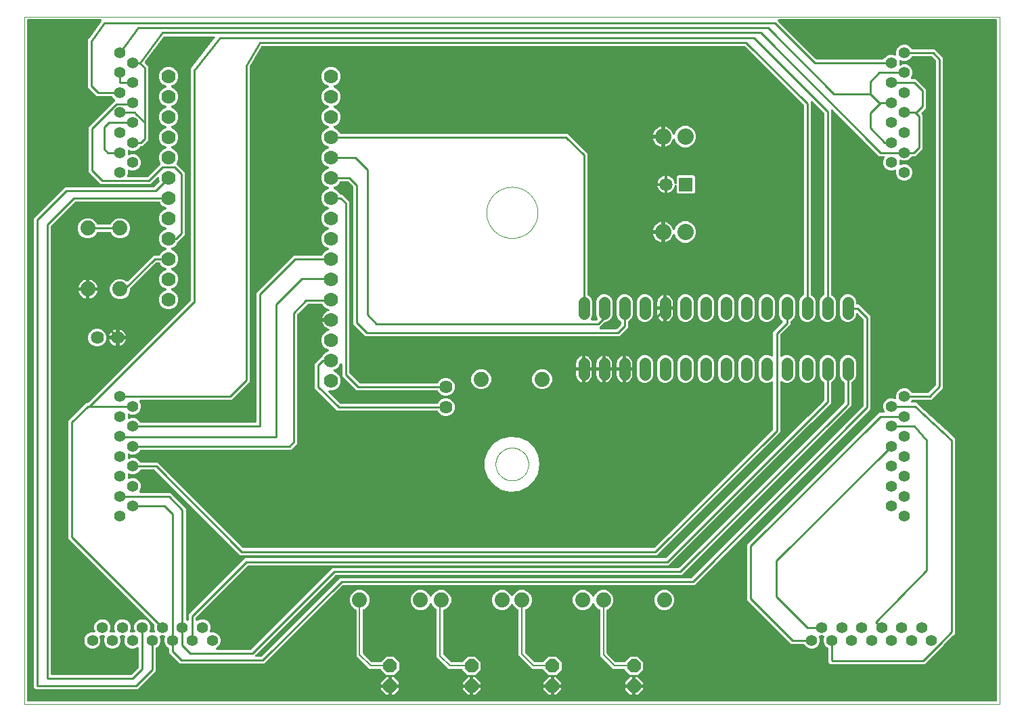
<source format=gtl>
G04 EAGLE Gerber RS-274X export*
G75*
%MOMM*%
%FSLAX34Y34*%
%LPD*%
%INTop Copper*%
%IPPOS*%
%AMOC8*
5,1,8,0,0,1.08239X$1,22.5*%
G01*
%ADD10C,0.000000*%
%ADD11C,1.778000*%
%ADD12C,1.409600*%
%ADD13C,1.879600*%
%ADD14C,1.625600*%
%ADD15C,2.032000*%
%ADD16R,1.651000X1.651000*%
%ADD17C,1.651000*%
%ADD18P,1.814519X8X292.500000*%
%ADD19C,1.422400*%
%ADD20C,0.254000*%
%ADD21C,0.203200*%

G36*
X1215454Y3052D02*
X1215454Y3052D01*
X1215480Y3050D01*
X1215627Y3072D01*
X1215774Y3089D01*
X1215799Y3097D01*
X1215825Y3101D01*
X1215963Y3156D01*
X1216102Y3206D01*
X1216124Y3220D01*
X1216149Y3230D01*
X1216270Y3315D01*
X1216395Y3395D01*
X1216413Y3414D01*
X1216435Y3429D01*
X1216534Y3539D01*
X1216637Y3646D01*
X1216651Y3668D01*
X1216668Y3688D01*
X1216740Y3818D01*
X1216816Y3945D01*
X1216824Y3970D01*
X1216837Y3993D01*
X1216877Y4136D01*
X1216922Y4277D01*
X1216924Y4303D01*
X1216932Y4328D01*
X1216951Y4572D01*
X1216951Y855428D01*
X1216948Y855454D01*
X1216950Y855480D01*
X1216928Y855627D01*
X1216911Y855774D01*
X1216903Y855799D01*
X1216899Y855825D01*
X1216844Y855963D01*
X1216794Y856102D01*
X1216780Y856124D01*
X1216770Y856149D01*
X1216685Y856270D01*
X1216605Y856395D01*
X1216586Y856413D01*
X1216571Y856435D01*
X1216461Y856534D01*
X1216354Y856637D01*
X1216332Y856651D01*
X1216312Y856668D01*
X1216182Y856740D01*
X1216055Y856816D01*
X1216030Y856824D01*
X1216007Y856837D01*
X1215864Y856877D01*
X1215723Y856922D01*
X1215697Y856924D01*
X1215672Y856932D01*
X1215428Y856951D01*
X943934Y856951D01*
X943834Y856940D01*
X943734Y856938D01*
X943661Y856920D01*
X943588Y856911D01*
X943493Y856878D01*
X943396Y856853D01*
X943329Y856819D01*
X943259Y856794D01*
X943175Y856739D01*
X943086Y856693D01*
X943029Y856645D01*
X942967Y856605D01*
X942897Y856533D01*
X942820Y856468D01*
X942776Y856408D01*
X942724Y856354D01*
X942673Y856268D01*
X942613Y856187D01*
X942584Y856119D01*
X942546Y856055D01*
X942515Y855959D01*
X942475Y855867D01*
X942462Y855794D01*
X942439Y855723D01*
X942431Y855623D01*
X942414Y855524D01*
X942417Y855450D01*
X942411Y855376D01*
X942426Y855276D01*
X942431Y855176D01*
X942452Y855105D01*
X942463Y855031D01*
X942500Y854938D01*
X942528Y854841D01*
X942564Y854776D01*
X942592Y854707D01*
X942649Y854625D01*
X942698Y854537D01*
X942763Y854461D01*
X942791Y854421D01*
X942817Y854397D01*
X942857Y854351D01*
X989843Y807365D01*
X989942Y807286D01*
X990036Y807202D01*
X990078Y807178D01*
X990116Y807148D01*
X990230Y807094D01*
X990341Y807033D01*
X990387Y807020D01*
X990431Y806999D01*
X990554Y806973D01*
X990676Y806938D01*
X990737Y806933D01*
X990772Y806926D01*
X990820Y806927D01*
X990920Y806919D01*
X1074142Y806919D01*
X1074218Y806927D01*
X1074295Y806926D01*
X1074391Y806947D01*
X1074489Y806959D01*
X1074561Y806984D01*
X1074635Y807001D01*
X1074724Y807043D01*
X1074817Y807076D01*
X1074881Y807118D01*
X1074950Y807150D01*
X1075027Y807212D01*
X1075110Y807265D01*
X1075163Y807320D01*
X1075222Y807368D01*
X1075283Y807445D01*
X1075352Y807516D01*
X1075391Y807581D01*
X1075438Y807641D01*
X1075506Y807774D01*
X1075531Y807815D01*
X1075536Y807833D01*
X1075550Y807859D01*
X1075740Y808319D01*
X1078581Y811160D01*
X1082292Y812697D01*
X1086308Y812697D01*
X1088597Y811749D01*
X1088742Y811707D01*
X1088885Y811662D01*
X1088909Y811660D01*
X1088932Y811653D01*
X1089083Y811646D01*
X1089232Y811634D01*
X1089256Y811637D01*
X1089280Y811636D01*
X1089428Y811663D01*
X1089577Y811685D01*
X1089599Y811694D01*
X1089623Y811699D01*
X1089761Y811759D01*
X1089901Y811814D01*
X1089921Y811828D01*
X1089943Y811838D01*
X1090064Y811927D01*
X1090187Y812013D01*
X1090203Y812031D01*
X1090223Y812045D01*
X1090320Y812160D01*
X1090420Y812272D01*
X1090432Y812293D01*
X1090448Y812311D01*
X1090516Y812445D01*
X1090589Y812577D01*
X1090595Y812600D01*
X1090606Y812622D01*
X1090643Y812767D01*
X1090684Y812912D01*
X1090686Y812941D01*
X1090691Y812960D01*
X1090691Y813007D01*
X1090703Y813156D01*
X1090703Y817108D01*
X1092240Y820819D01*
X1095081Y823660D01*
X1098792Y825197D01*
X1102808Y825197D01*
X1106519Y823660D01*
X1109360Y820819D01*
X1109550Y820359D01*
X1109587Y820292D01*
X1109616Y820221D01*
X1109672Y820141D01*
X1109720Y820054D01*
X1109771Y819998D01*
X1109815Y819935D01*
X1109887Y819869D01*
X1109954Y819796D01*
X1110017Y819753D01*
X1110073Y819702D01*
X1110159Y819654D01*
X1110240Y819598D01*
X1110311Y819570D01*
X1110378Y819533D01*
X1110473Y819506D01*
X1110565Y819470D01*
X1110640Y819459D01*
X1110714Y819438D01*
X1110863Y819426D01*
X1110909Y819419D01*
X1110928Y819421D01*
X1110958Y819419D01*
X1138589Y819419D01*
X1146343Y811665D01*
X1149319Y808689D01*
X1149319Y395411D01*
X1134489Y380581D01*
X1110958Y380581D01*
X1110882Y380573D01*
X1110805Y380574D01*
X1110709Y380553D01*
X1110611Y380541D01*
X1110539Y380516D01*
X1110465Y380499D01*
X1110376Y380457D01*
X1110283Y380424D01*
X1110219Y380382D01*
X1110150Y380350D01*
X1110073Y380288D01*
X1109990Y380235D01*
X1109937Y380180D01*
X1109878Y380132D01*
X1109817Y380055D01*
X1109748Y379984D01*
X1109709Y379919D01*
X1109662Y379859D01*
X1109593Y379725D01*
X1109569Y379685D01*
X1109564Y379667D01*
X1109550Y379641D01*
X1109269Y378961D01*
X1109227Y378816D01*
X1109181Y378673D01*
X1109180Y378649D01*
X1109173Y378626D01*
X1109166Y378475D01*
X1109154Y378326D01*
X1109157Y378302D01*
X1109156Y378278D01*
X1109183Y378130D01*
X1109205Y377981D01*
X1109214Y377959D01*
X1109218Y377935D01*
X1109278Y377797D01*
X1109334Y377657D01*
X1109348Y377637D01*
X1109357Y377615D01*
X1109447Y377494D01*
X1109533Y377371D01*
X1109551Y377355D01*
X1109565Y377335D01*
X1109680Y377238D01*
X1109792Y377138D01*
X1109813Y377126D01*
X1109831Y377110D01*
X1109965Y377042D01*
X1110097Y376969D01*
X1110120Y376963D01*
X1110141Y376952D01*
X1110287Y376915D01*
X1110432Y376874D01*
X1110461Y376872D01*
X1110480Y376867D01*
X1110527Y376867D01*
X1110676Y376855D01*
X1113948Y376855D01*
X1113971Y376857D01*
X1114009Y376856D01*
X1115781Y376927D01*
X1117035Y375673D01*
X1117054Y375658D01*
X1117079Y375630D01*
X1161251Y334861D01*
X1161328Y334804D01*
X1161400Y334740D01*
X1161469Y334702D01*
X1161532Y334655D01*
X1161621Y334618D01*
X1161637Y334609D01*
X1162971Y333275D01*
X1162990Y333260D01*
X1163015Y333233D01*
X1164319Y332029D01*
X1164319Y330255D01*
X1164321Y330231D01*
X1164320Y330194D01*
X1164395Y328319D01*
X1164381Y328285D01*
X1164365Y328191D01*
X1164338Y328098D01*
X1164330Y327990D01*
X1164321Y327942D01*
X1164323Y327909D01*
X1164319Y327854D01*
X1164319Y88111D01*
X1161343Y85135D01*
X1150015Y73807D01*
X1149936Y73708D01*
X1149852Y73614D01*
X1149828Y73572D01*
X1149798Y73534D01*
X1149744Y73420D01*
X1149683Y73309D01*
X1149670Y73263D01*
X1149649Y73219D01*
X1149645Y73201D01*
X1125826Y49381D01*
X1008711Y49381D01*
X1005581Y52511D01*
X1005581Y69042D01*
X1005573Y69118D01*
X1005574Y69195D01*
X1005553Y69291D01*
X1005541Y69389D01*
X1005516Y69461D01*
X1005499Y69535D01*
X1005457Y69624D01*
X1005424Y69717D01*
X1005382Y69781D01*
X1005350Y69850D01*
X1005288Y69927D01*
X1005235Y70010D01*
X1005180Y70063D01*
X1005132Y70122D01*
X1005055Y70183D01*
X1004984Y70252D01*
X1004919Y70291D01*
X1004859Y70338D01*
X1004726Y70406D01*
X1004685Y70431D01*
X1004667Y70436D01*
X1004641Y70450D01*
X1004181Y70640D01*
X1001340Y73481D01*
X999803Y77192D01*
X999803Y81208D01*
X1000751Y83497D01*
X1000793Y83642D01*
X1000838Y83785D01*
X1000840Y83809D01*
X1000847Y83832D01*
X1000854Y83983D01*
X1000866Y84132D01*
X1000863Y84156D01*
X1000864Y84180D01*
X1000837Y84328D01*
X1000815Y84477D01*
X1000806Y84499D01*
X1000801Y84523D01*
X1000741Y84661D01*
X1000686Y84801D01*
X1000672Y84821D01*
X1000663Y84843D01*
X1000573Y84964D01*
X1000487Y85087D01*
X1000469Y85103D01*
X1000455Y85123D01*
X1000340Y85220D01*
X1000228Y85320D01*
X1000207Y85332D01*
X1000189Y85348D01*
X1000055Y85416D01*
X999923Y85489D01*
X999900Y85495D01*
X999878Y85506D01*
X999733Y85543D01*
X999588Y85584D01*
X999559Y85586D01*
X999540Y85591D01*
X999493Y85591D01*
X999344Y85603D01*
X995456Y85603D01*
X995307Y85586D01*
X995157Y85574D01*
X995134Y85566D01*
X995110Y85563D01*
X994969Y85513D01*
X994825Y85467D01*
X994804Y85454D01*
X994782Y85446D01*
X994655Y85364D01*
X994527Y85287D01*
X994509Y85270D01*
X994489Y85257D01*
X994384Y85149D01*
X994277Y85044D01*
X994263Y85024D01*
X994247Y85006D01*
X994169Y84877D01*
X994088Y84751D01*
X994080Y84728D01*
X994068Y84707D01*
X994022Y84564D01*
X993972Y84422D01*
X993969Y84398D01*
X993962Y84375D01*
X993950Y84226D01*
X993933Y84076D01*
X993936Y84052D01*
X993934Y84028D01*
X993956Y83879D01*
X993974Y83730D01*
X993982Y83702D01*
X993985Y83683D01*
X994003Y83639D01*
X994049Y83497D01*
X994997Y81208D01*
X994997Y77192D01*
X993460Y73481D01*
X990619Y70640D01*
X986908Y69103D01*
X982892Y69103D01*
X979181Y70640D01*
X976340Y73481D01*
X976150Y73941D01*
X976113Y74008D01*
X976084Y74079D01*
X976028Y74159D01*
X975980Y74246D01*
X975929Y74302D01*
X975885Y74365D01*
X975813Y74431D01*
X975746Y74504D01*
X975683Y74547D01*
X975627Y74598D01*
X975541Y74646D01*
X975460Y74702D01*
X975389Y74730D01*
X975322Y74767D01*
X975227Y74794D01*
X975135Y74830D01*
X975060Y74841D01*
X974986Y74862D01*
X974837Y74874D01*
X974791Y74881D01*
X974772Y74879D01*
X974742Y74881D01*
X959511Y74881D01*
X904437Y129955D01*
X904437Y199345D01*
X1069311Y364219D01*
X1074525Y364219D01*
X1074625Y364230D01*
X1074725Y364232D01*
X1074797Y364250D01*
X1074871Y364259D01*
X1074966Y364293D01*
X1075063Y364317D01*
X1075129Y364351D01*
X1075199Y364376D01*
X1075284Y364431D01*
X1075373Y364477D01*
X1075430Y364525D01*
X1075492Y364565D01*
X1075562Y364638D01*
X1075638Y364703D01*
X1075683Y364762D01*
X1075734Y364816D01*
X1075786Y364902D01*
X1075846Y364983D01*
X1075875Y365051D01*
X1075913Y365115D01*
X1075944Y365211D01*
X1075984Y365303D01*
X1075997Y365376D01*
X1076019Y365447D01*
X1076027Y365547D01*
X1076045Y365646D01*
X1076041Y365720D01*
X1076047Y365794D01*
X1076032Y365894D01*
X1076027Y365994D01*
X1076007Y366065D01*
X1075996Y366139D01*
X1075958Y366232D01*
X1075931Y366329D01*
X1075894Y366394D01*
X1075867Y366463D01*
X1075809Y366545D01*
X1075760Y366633D01*
X1075760Y366634D01*
X1074203Y370392D01*
X1074203Y374408D01*
X1075740Y378119D01*
X1078581Y380960D01*
X1082292Y382497D01*
X1086308Y382497D01*
X1088597Y381549D01*
X1088742Y381507D01*
X1088885Y381462D01*
X1088909Y381460D01*
X1088932Y381453D01*
X1089083Y381446D01*
X1089232Y381434D01*
X1089256Y381437D01*
X1089280Y381436D01*
X1089428Y381463D01*
X1089577Y381485D01*
X1089599Y381494D01*
X1089623Y381499D01*
X1089761Y381559D01*
X1089901Y381614D01*
X1089921Y381628D01*
X1089943Y381638D01*
X1090064Y381727D01*
X1090187Y381813D01*
X1090203Y381831D01*
X1090223Y381845D01*
X1090320Y381960D01*
X1090420Y382072D01*
X1090432Y382093D01*
X1090448Y382111D01*
X1090516Y382245D01*
X1090589Y382377D01*
X1090595Y382400D01*
X1090606Y382422D01*
X1090643Y382567D01*
X1090684Y382712D01*
X1090686Y382741D01*
X1090691Y382760D01*
X1090691Y382807D01*
X1090703Y382956D01*
X1090703Y386908D01*
X1092240Y390619D01*
X1095081Y393460D01*
X1098792Y394997D01*
X1102808Y394997D01*
X1106519Y393460D01*
X1109360Y390619D01*
X1109550Y390159D01*
X1109587Y390092D01*
X1109616Y390021D01*
X1109672Y389941D01*
X1109720Y389854D01*
X1109771Y389798D01*
X1109815Y389735D01*
X1109887Y389669D01*
X1109954Y389596D01*
X1110017Y389553D01*
X1110073Y389502D01*
X1110159Y389454D01*
X1110240Y389398D01*
X1110311Y389370D01*
X1110378Y389333D01*
X1110473Y389306D01*
X1110565Y389270D01*
X1110640Y389259D01*
X1110714Y389238D01*
X1110863Y389226D01*
X1110909Y389219D01*
X1110928Y389221D01*
X1110958Y389219D01*
X1130280Y389219D01*
X1130406Y389233D01*
X1130532Y389240D01*
X1130578Y389253D01*
X1130626Y389259D01*
X1130745Y389301D01*
X1130867Y389336D01*
X1130909Y389360D01*
X1130954Y389376D01*
X1131061Y389445D01*
X1131171Y389506D01*
X1131217Y389546D01*
X1131247Y389565D01*
X1131281Y389600D01*
X1131357Y389665D01*
X1140235Y398543D01*
X1140314Y398642D01*
X1140398Y398736D01*
X1140422Y398778D01*
X1140452Y398816D01*
X1140506Y398930D01*
X1140567Y399041D01*
X1140580Y399087D01*
X1140601Y399131D01*
X1140627Y399254D01*
X1140662Y399376D01*
X1140667Y399437D01*
X1140674Y399472D01*
X1140673Y399520D01*
X1140681Y399620D01*
X1140681Y804480D01*
X1140667Y804606D01*
X1140660Y804732D01*
X1140647Y804778D01*
X1140641Y804826D01*
X1140599Y804945D01*
X1140564Y805067D01*
X1140540Y805109D01*
X1140524Y805155D01*
X1140455Y805261D01*
X1140394Y805371D01*
X1140354Y805417D01*
X1140335Y805447D01*
X1140300Y805481D01*
X1140235Y805557D01*
X1135457Y810335D01*
X1135358Y810414D01*
X1135264Y810498D01*
X1135222Y810522D01*
X1135184Y810552D01*
X1135070Y810606D01*
X1134959Y810667D01*
X1134913Y810680D01*
X1134869Y810701D01*
X1134746Y810727D01*
X1134624Y810762D01*
X1134563Y810767D01*
X1134528Y810774D01*
X1134480Y810773D01*
X1134380Y810781D01*
X1110958Y810781D01*
X1110882Y810773D01*
X1110805Y810774D01*
X1110709Y810753D01*
X1110611Y810741D01*
X1110539Y810716D01*
X1110465Y810699D01*
X1110376Y810657D01*
X1110283Y810624D01*
X1110219Y810582D01*
X1110150Y810550D01*
X1110073Y810488D01*
X1109990Y810435D01*
X1109937Y810380D01*
X1109878Y810332D01*
X1109817Y810255D01*
X1109748Y810184D01*
X1109709Y810119D01*
X1109662Y810059D01*
X1109593Y809925D01*
X1109569Y809885D01*
X1109564Y809867D01*
X1109550Y809841D01*
X1109360Y809381D01*
X1106519Y806540D01*
X1102808Y805003D01*
X1098792Y805003D01*
X1096503Y805951D01*
X1096358Y805993D01*
X1096215Y806038D01*
X1096191Y806040D01*
X1096168Y806047D01*
X1096017Y806054D01*
X1095868Y806066D01*
X1095844Y806063D01*
X1095820Y806064D01*
X1095672Y806037D01*
X1095523Y806015D01*
X1095501Y806006D01*
X1095477Y806001D01*
X1095339Y805941D01*
X1095199Y805886D01*
X1095179Y805872D01*
X1095157Y805862D01*
X1095036Y805773D01*
X1094913Y805687D01*
X1094897Y805669D01*
X1094877Y805655D01*
X1094780Y805540D01*
X1094680Y805428D01*
X1094668Y805407D01*
X1094652Y805389D01*
X1094584Y805255D01*
X1094511Y805123D01*
X1094505Y805100D01*
X1094494Y805078D01*
X1094457Y804933D01*
X1094416Y804788D01*
X1094414Y804759D01*
X1094409Y804740D01*
X1094409Y804693D01*
X1094397Y804544D01*
X1094397Y800656D01*
X1094414Y800507D01*
X1094426Y800357D01*
X1094434Y800334D01*
X1094437Y800310D01*
X1094487Y800169D01*
X1094533Y800025D01*
X1094546Y800004D01*
X1094554Y799982D01*
X1094636Y799855D01*
X1094713Y799727D01*
X1094730Y799709D01*
X1094743Y799689D01*
X1094851Y799584D01*
X1094956Y799477D01*
X1094976Y799463D01*
X1094994Y799447D01*
X1095123Y799369D01*
X1095249Y799288D01*
X1095272Y799280D01*
X1095293Y799268D01*
X1095436Y799222D01*
X1095578Y799172D01*
X1095602Y799169D01*
X1095625Y799162D01*
X1095774Y799150D01*
X1095924Y799133D01*
X1095948Y799136D01*
X1095972Y799134D01*
X1096121Y799156D01*
X1096270Y799174D01*
X1096298Y799182D01*
X1096317Y799185D01*
X1096361Y799203D01*
X1096503Y799249D01*
X1098792Y800197D01*
X1102808Y800197D01*
X1106519Y798660D01*
X1109360Y795819D01*
X1110897Y792108D01*
X1110897Y788092D01*
X1109329Y784306D01*
X1109328Y784304D01*
X1109282Y784246D01*
X1109239Y784155D01*
X1109187Y784069D01*
X1109164Y783998D01*
X1109133Y783931D01*
X1109111Y783833D01*
X1109081Y783737D01*
X1109075Y783663D01*
X1109059Y783591D01*
X1109061Y783490D01*
X1109053Y783390D01*
X1109064Y783316D01*
X1109065Y783242D01*
X1109090Y783145D01*
X1109104Y783045D01*
X1109132Y782976D01*
X1109150Y782904D01*
X1109196Y782815D01*
X1109233Y782721D01*
X1109276Y782660D01*
X1109310Y782594D01*
X1109375Y782518D01*
X1109432Y782435D01*
X1109487Y782385D01*
X1109535Y782329D01*
X1109616Y782269D01*
X1109691Y782202D01*
X1109756Y782166D01*
X1109816Y782122D01*
X1109908Y782082D01*
X1109996Y782033D01*
X1110067Y782013D01*
X1110136Y781984D01*
X1110234Y781966D01*
X1110331Y781938D01*
X1110431Y781930D01*
X1110479Y781922D01*
X1110514Y781924D01*
X1110575Y781919D01*
X1115189Y781919D01*
X1128019Y769089D01*
X1128019Y745911D01*
X1122535Y740427D01*
X1122518Y740407D01*
X1122498Y740390D01*
X1122410Y740270D01*
X1122318Y740154D01*
X1122307Y740130D01*
X1122291Y740109D01*
X1122233Y739973D01*
X1122169Y739839D01*
X1122164Y739813D01*
X1122153Y739789D01*
X1122127Y739643D01*
X1122096Y739498D01*
X1122096Y739472D01*
X1122092Y739446D01*
X1122099Y739298D01*
X1122102Y739150D01*
X1122108Y739124D01*
X1122110Y739098D01*
X1122151Y738956D01*
X1122187Y738812D01*
X1122199Y738789D01*
X1122206Y738763D01*
X1122278Y738634D01*
X1122346Y738502D01*
X1122363Y738482D01*
X1122376Y738459D01*
X1122535Y738273D01*
X1123819Y736989D01*
X1123819Y695011D01*
X1114589Y685781D01*
X1110958Y685781D01*
X1110882Y685773D01*
X1110805Y685774D01*
X1110709Y685753D01*
X1110611Y685741D01*
X1110539Y685716D01*
X1110465Y685699D01*
X1110376Y685657D01*
X1110283Y685624D01*
X1110219Y685582D01*
X1110150Y685550D01*
X1110073Y685488D01*
X1109990Y685435D01*
X1109937Y685380D01*
X1109878Y685332D01*
X1109817Y685255D01*
X1109748Y685184D01*
X1109709Y685119D01*
X1109662Y685059D01*
X1109594Y684926D01*
X1109569Y684885D01*
X1109564Y684867D01*
X1109550Y684841D01*
X1109360Y684381D01*
X1106519Y681540D01*
X1102808Y680003D01*
X1098792Y680003D01*
X1096503Y680951D01*
X1096358Y680993D01*
X1096215Y681038D01*
X1096191Y681040D01*
X1096168Y681047D01*
X1096017Y681054D01*
X1095868Y681066D01*
X1095844Y681063D01*
X1095820Y681064D01*
X1095672Y681037D01*
X1095523Y681015D01*
X1095501Y681006D01*
X1095477Y681001D01*
X1095339Y680941D01*
X1095199Y680886D01*
X1095179Y680872D01*
X1095157Y680863D01*
X1095036Y680773D01*
X1094913Y680687D01*
X1094897Y680669D01*
X1094877Y680655D01*
X1094780Y680540D01*
X1094680Y680428D01*
X1094668Y680407D01*
X1094652Y680389D01*
X1094584Y680255D01*
X1094511Y680123D01*
X1094505Y680100D01*
X1094494Y680078D01*
X1094457Y679933D01*
X1094416Y679788D01*
X1094414Y679759D01*
X1094409Y679740D01*
X1094409Y679693D01*
X1094397Y679544D01*
X1094397Y675656D01*
X1094414Y675507D01*
X1094426Y675357D01*
X1094434Y675334D01*
X1094437Y675310D01*
X1094487Y675169D01*
X1094533Y675025D01*
X1094546Y675004D01*
X1094554Y674982D01*
X1094636Y674855D01*
X1094713Y674727D01*
X1094730Y674709D01*
X1094743Y674689D01*
X1094851Y674584D01*
X1094956Y674477D01*
X1094976Y674463D01*
X1094994Y674447D01*
X1095123Y674369D01*
X1095249Y674288D01*
X1095272Y674280D01*
X1095293Y674268D01*
X1095436Y674222D01*
X1095578Y674172D01*
X1095602Y674169D01*
X1095625Y674162D01*
X1095774Y674150D01*
X1095924Y674133D01*
X1095948Y674136D01*
X1095972Y674134D01*
X1096121Y674156D01*
X1096270Y674174D01*
X1096298Y674182D01*
X1096317Y674185D01*
X1096361Y674203D01*
X1096503Y674249D01*
X1098792Y675197D01*
X1102808Y675197D01*
X1106519Y673660D01*
X1109360Y670819D01*
X1110897Y667108D01*
X1110897Y663092D01*
X1109360Y659381D01*
X1106519Y656540D01*
X1102808Y655003D01*
X1098792Y655003D01*
X1095081Y656540D01*
X1092240Y659381D01*
X1090703Y663092D01*
X1090703Y667044D01*
X1090686Y667193D01*
X1090674Y667343D01*
X1090666Y667366D01*
X1090663Y667390D01*
X1090613Y667531D01*
X1090567Y667675D01*
X1090554Y667696D01*
X1090546Y667718D01*
X1090464Y667845D01*
X1090387Y667973D01*
X1090370Y667991D01*
X1090357Y668011D01*
X1090249Y668116D01*
X1090144Y668223D01*
X1090124Y668237D01*
X1090106Y668253D01*
X1089977Y668331D01*
X1089851Y668412D01*
X1089828Y668420D01*
X1089807Y668432D01*
X1089664Y668478D01*
X1089522Y668528D01*
X1089498Y668531D01*
X1089475Y668538D01*
X1089326Y668550D01*
X1089176Y668567D01*
X1089152Y668564D01*
X1089128Y668566D01*
X1088979Y668544D01*
X1088830Y668526D01*
X1088802Y668518D01*
X1088783Y668515D01*
X1088739Y668497D01*
X1088597Y668451D01*
X1086308Y667503D01*
X1082292Y667503D01*
X1078581Y669040D01*
X1075740Y671881D01*
X1074203Y675592D01*
X1074203Y679608D01*
X1075771Y683394D01*
X1075772Y683396D01*
X1075818Y683454D01*
X1075861Y683545D01*
X1075913Y683631D01*
X1075936Y683702D01*
X1075967Y683769D01*
X1075989Y683867D01*
X1076019Y683963D01*
X1076025Y684037D01*
X1076041Y684109D01*
X1076039Y684210D01*
X1076047Y684310D01*
X1076036Y684384D01*
X1076035Y684458D01*
X1076010Y684555D01*
X1075996Y684655D01*
X1075968Y684724D01*
X1075950Y684796D01*
X1075904Y684885D01*
X1075867Y684979D01*
X1075824Y685040D01*
X1075790Y685106D01*
X1075725Y685182D01*
X1075668Y685265D01*
X1075613Y685315D01*
X1075565Y685371D01*
X1075484Y685431D01*
X1075409Y685498D01*
X1075344Y685534D01*
X1075284Y685578D01*
X1075192Y685618D01*
X1075104Y685667D01*
X1075033Y685687D01*
X1074964Y685716D01*
X1074866Y685734D01*
X1074769Y685762D01*
X1074669Y685770D01*
X1074621Y685778D01*
X1074586Y685776D01*
X1074525Y685781D01*
X1069211Y685781D01*
X1011619Y743373D01*
X1011541Y743436D01*
X1011468Y743506D01*
X1011404Y743544D01*
X1011346Y743590D01*
X1011255Y743633D01*
X1011169Y743684D01*
X1011098Y743707D01*
X1011031Y743739D01*
X1010933Y743760D01*
X1010837Y743791D01*
X1010763Y743797D01*
X1010690Y743812D01*
X1010590Y743811D01*
X1010490Y743819D01*
X1010416Y743808D01*
X1010342Y743806D01*
X1010245Y743782D01*
X1010145Y743767D01*
X1010076Y743739D01*
X1010004Y743721D01*
X1009914Y743675D01*
X1009821Y743638D01*
X1009760Y743596D01*
X1009694Y743562D01*
X1009617Y743496D01*
X1009535Y743439D01*
X1009485Y743384D01*
X1009429Y743336D01*
X1009369Y743255D01*
X1009302Y743180D01*
X1009266Y743115D01*
X1009221Y743056D01*
X1009182Y742963D01*
X1009133Y742875D01*
X1009113Y742804D01*
X1009083Y742735D01*
X1009066Y742637D01*
X1009038Y742540D01*
X1009030Y742440D01*
X1009022Y742392D01*
X1009024Y742357D01*
X1009019Y742296D01*
X1009019Y512639D01*
X1009027Y512563D01*
X1009026Y512486D01*
X1009047Y512390D01*
X1009059Y512293D01*
X1009084Y512221D01*
X1009101Y512146D01*
X1009143Y512057D01*
X1009176Y511965D01*
X1009218Y511900D01*
X1009250Y511831D01*
X1009312Y511754D01*
X1009365Y511672D01*
X1009420Y511619D01*
X1009468Y511559D01*
X1009545Y511498D01*
X1009616Y511430D01*
X1009681Y511390D01*
X1009741Y511343D01*
X1009875Y511275D01*
X1009915Y511251D01*
X1009933Y511245D01*
X1009959Y511232D01*
X1010456Y511026D01*
X1013314Y508168D01*
X1014861Y504433D01*
X1014861Y486167D01*
X1013314Y482432D01*
X1010456Y479574D01*
X1006721Y478027D01*
X1002679Y478027D01*
X998944Y479574D01*
X996086Y482432D01*
X994539Y486167D01*
X994539Y504433D01*
X996086Y508168D01*
X998944Y511026D01*
X999441Y511232D01*
X999508Y511269D01*
X999579Y511297D01*
X999659Y511353D01*
X999746Y511401D01*
X999802Y511452D01*
X999865Y511496D01*
X999931Y511569D01*
X1000004Y511635D01*
X1000047Y511698D01*
X1000098Y511755D01*
X1000146Y511841D01*
X1000202Y511922D01*
X1000230Y511993D01*
X1000267Y512060D01*
X1000294Y512154D01*
X1000330Y512246D01*
X1000341Y512321D01*
X1000362Y512395D01*
X1000374Y512544D01*
X1000381Y512591D01*
X1000379Y512610D01*
X1000381Y512639D01*
X1000381Y739309D01*
X1000367Y739434D01*
X1000360Y739561D01*
X1000347Y739607D01*
X1000341Y739655D01*
X1000299Y739774D01*
X1000264Y739895D01*
X1000240Y739937D01*
X1000224Y739983D01*
X1000155Y740089D01*
X1000094Y740200D01*
X1000054Y740246D01*
X1000035Y740276D01*
X1000000Y740309D01*
X999935Y740386D01*
X986219Y754102D01*
X986141Y754164D01*
X986068Y754234D01*
X986004Y754272D01*
X985946Y754318D01*
X985855Y754361D01*
X985769Y754413D01*
X985698Y754436D01*
X985631Y754467D01*
X985533Y754489D01*
X985437Y754519D01*
X985363Y754525D01*
X985290Y754541D01*
X985190Y754539D01*
X985090Y754547D01*
X985016Y754536D01*
X984942Y754535D01*
X984845Y754510D01*
X984745Y754495D01*
X984676Y754468D01*
X984604Y754450D01*
X984514Y754404D01*
X984421Y754367D01*
X984360Y754324D01*
X984294Y754290D01*
X984217Y754225D01*
X984135Y754168D01*
X984085Y754113D01*
X984029Y754064D01*
X983969Y753984D01*
X983902Y753909D01*
X983866Y753844D01*
X983821Y753784D01*
X983782Y753692D01*
X983733Y753604D01*
X983713Y753532D01*
X983683Y753464D01*
X983666Y753365D01*
X983638Y753269D01*
X983630Y753168D01*
X983622Y753121D01*
X983624Y753085D01*
X983619Y753025D01*
X983619Y512639D01*
X983627Y512563D01*
X983626Y512486D01*
X983647Y512390D01*
X983659Y512293D01*
X983684Y512221D01*
X983701Y512146D01*
X983743Y512057D01*
X983776Y511965D01*
X983818Y511900D01*
X983850Y511831D01*
X983912Y511754D01*
X983965Y511672D01*
X984020Y511619D01*
X984068Y511559D01*
X984145Y511498D01*
X984216Y511430D01*
X984281Y511390D01*
X984341Y511343D01*
X984475Y511275D01*
X984515Y511251D01*
X984533Y511245D01*
X984559Y511232D01*
X985056Y511026D01*
X987914Y508168D01*
X989461Y504433D01*
X989461Y486167D01*
X987914Y482432D01*
X985056Y479574D01*
X981321Y478027D01*
X977279Y478027D01*
X973544Y479574D01*
X970686Y482432D01*
X969139Y486167D01*
X969139Y504433D01*
X970686Y508168D01*
X973544Y511026D01*
X974041Y511232D01*
X974108Y511269D01*
X974179Y511297D01*
X974259Y511353D01*
X974346Y511401D01*
X974402Y511452D01*
X974465Y511496D01*
X974531Y511569D01*
X974604Y511635D01*
X974647Y511698D01*
X974698Y511755D01*
X974746Y511841D01*
X974802Y511922D01*
X974830Y511993D01*
X974867Y512060D01*
X974894Y512154D01*
X974930Y512246D01*
X974941Y512321D01*
X974962Y512395D01*
X974974Y512544D01*
X974981Y512591D01*
X974979Y512610D01*
X974981Y512639D01*
X974981Y749180D01*
X974967Y749306D01*
X974960Y749432D01*
X974947Y749478D01*
X974941Y749526D01*
X974899Y749645D01*
X974864Y749767D01*
X974840Y749809D01*
X974824Y749854D01*
X974755Y749961D01*
X974694Y750071D01*
X974654Y750117D01*
X974635Y750147D01*
X974600Y750181D01*
X974535Y750257D01*
X901557Y823235D01*
X901458Y823314D01*
X901364Y823398D01*
X901322Y823422D01*
X901284Y823452D01*
X901170Y823506D01*
X901059Y823567D01*
X901013Y823580D01*
X900969Y823601D01*
X900846Y823627D01*
X900724Y823662D01*
X900663Y823667D01*
X900628Y823674D01*
X900580Y823673D01*
X900480Y823681D01*
X297768Y823681D01*
X297623Y823665D01*
X297478Y823653D01*
X297451Y823645D01*
X297422Y823641D01*
X297285Y823592D01*
X297146Y823548D01*
X297121Y823534D01*
X297094Y823524D01*
X296971Y823445D01*
X296846Y823370D01*
X296825Y823350D01*
X296801Y823335D01*
X296700Y823230D01*
X296595Y823129D01*
X296575Y823100D01*
X296559Y823084D01*
X296534Y823042D01*
X296454Y822928D01*
X282028Y798321D01*
X281985Y798223D01*
X281933Y798130D01*
X281915Y798064D01*
X281887Y798002D01*
X281867Y797897D01*
X281838Y797794D01*
X281831Y797705D01*
X281823Y797659D01*
X281824Y797620D01*
X281819Y797550D01*
X281819Y403311D01*
X259089Y380581D01*
X145475Y380581D01*
X145375Y380570D01*
X145275Y380568D01*
X145203Y380550D01*
X145129Y380541D01*
X145034Y380507D01*
X144937Y380483D01*
X144871Y380449D01*
X144801Y380424D01*
X144716Y380369D01*
X144627Y380323D01*
X144570Y380275D01*
X144508Y380235D01*
X144438Y380162D01*
X144362Y380097D01*
X144317Y380038D01*
X144266Y379984D01*
X144214Y379898D01*
X144154Y379817D01*
X144125Y379749D01*
X144087Y379685D01*
X144056Y379589D01*
X144016Y379497D01*
X144003Y379424D01*
X143981Y379353D01*
X143973Y379253D01*
X143955Y379154D01*
X143959Y379080D01*
X143953Y379006D01*
X143968Y378906D01*
X143973Y378806D01*
X143993Y378735D01*
X144004Y378661D01*
X144042Y378568D01*
X144069Y378471D01*
X144106Y378406D01*
X144133Y378337D01*
X144191Y378255D01*
X144240Y378167D01*
X144240Y378166D01*
X145797Y374408D01*
X145797Y370392D01*
X144260Y366681D01*
X141419Y363840D01*
X137708Y362303D01*
X133692Y362303D01*
X131403Y363251D01*
X131258Y363293D01*
X131115Y363338D01*
X131091Y363340D01*
X131068Y363347D01*
X130917Y363354D01*
X130768Y363366D01*
X130744Y363363D01*
X130720Y363364D01*
X130572Y363337D01*
X130423Y363315D01*
X130401Y363306D01*
X130377Y363301D01*
X130239Y363241D01*
X130099Y363186D01*
X130079Y363172D01*
X130057Y363162D01*
X129936Y363073D01*
X129813Y362987D01*
X129797Y362969D01*
X129777Y362955D01*
X129680Y362840D01*
X129580Y362728D01*
X129568Y362707D01*
X129552Y362689D01*
X129484Y362555D01*
X129411Y362423D01*
X129405Y362400D01*
X129394Y362378D01*
X129357Y362233D01*
X129316Y362088D01*
X129314Y362059D01*
X129309Y362040D01*
X129309Y361993D01*
X129297Y361844D01*
X129297Y357956D01*
X129299Y357934D01*
X129298Y357914D01*
X129314Y357803D01*
X129326Y357657D01*
X129334Y357634D01*
X129337Y357610D01*
X129348Y357578D01*
X129349Y357569D01*
X129368Y357522D01*
X129387Y357468D01*
X129433Y357325D01*
X129446Y357304D01*
X129454Y357282D01*
X129536Y357155D01*
X129613Y357027D01*
X129630Y357009D01*
X129643Y356989D01*
X129751Y356884D01*
X129856Y356777D01*
X129876Y356764D01*
X129894Y356747D01*
X130023Y356670D01*
X130149Y356588D01*
X130172Y356580D01*
X130193Y356568D01*
X130336Y356522D01*
X130478Y356472D01*
X130502Y356469D01*
X130525Y356462D01*
X130674Y356450D01*
X130824Y356433D01*
X130848Y356436D01*
X130872Y356434D01*
X131021Y356456D01*
X131170Y356474D01*
X131198Y356483D01*
X131217Y356485D01*
X131261Y356503D01*
X131403Y356549D01*
X133692Y357497D01*
X137708Y357497D01*
X141419Y355960D01*
X144260Y353119D01*
X144409Y352759D01*
X144443Y352698D01*
X144452Y352675D01*
X144454Y352672D01*
X144474Y352621D01*
X144530Y352541D01*
X144578Y352454D01*
X144630Y352398D01*
X144673Y352335D01*
X144746Y352269D01*
X144812Y352196D01*
X144875Y352153D01*
X144932Y352102D01*
X145018Y352054D01*
X145099Y351998D01*
X145170Y351970D01*
X145237Y351933D01*
X145332Y351906D01*
X145423Y351870D01*
X145499Y351859D01*
X145572Y351838D01*
X145721Y351826D01*
X145768Y351819D01*
X145787Y351821D01*
X145816Y351819D01*
X288558Y351819D01*
X288584Y351822D01*
X288610Y351820D01*
X288757Y351842D01*
X288904Y351859D01*
X288929Y351867D01*
X288955Y351871D01*
X289093Y351926D01*
X289232Y351976D01*
X289254Y351990D01*
X289279Y352000D01*
X289400Y352085D01*
X289525Y352165D01*
X289543Y352184D01*
X289565Y352199D01*
X289664Y352309D01*
X289767Y352416D01*
X289781Y352438D01*
X289798Y352458D01*
X289870Y352588D01*
X289946Y352715D01*
X289954Y352740D01*
X289967Y352763D01*
X290007Y352906D01*
X290052Y353047D01*
X290054Y353073D01*
X290062Y353098D01*
X290081Y353342D01*
X290081Y514389D01*
X336911Y561219D01*
X371549Y561219D01*
X371625Y561227D01*
X371701Y561226D01*
X371797Y561247D01*
X371895Y561259D01*
X371967Y561284D01*
X372042Y561301D01*
X372130Y561343D01*
X372223Y561376D01*
X372287Y561418D01*
X372356Y561450D01*
X372433Y561512D01*
X372516Y561565D01*
X372569Y561620D01*
X372629Y561668D01*
X372690Y561745D01*
X372758Y561816D01*
X372797Y561881D01*
X372845Y561941D01*
X372913Y562074D01*
X372937Y562115D01*
X372943Y562133D01*
X372956Y562159D01*
X373579Y563663D01*
X376937Y567021D01*
X379766Y568193D01*
X379853Y568241D01*
X379946Y568281D01*
X380005Y568326D01*
X380070Y568362D01*
X380145Y568429D01*
X380225Y568489D01*
X380273Y568546D01*
X380328Y568596D01*
X380385Y568679D01*
X380450Y568755D01*
X380484Y568822D01*
X380527Y568883D01*
X380563Y568976D01*
X380609Y569066D01*
X380627Y569138D01*
X380654Y569207D01*
X380669Y569307D01*
X380693Y569404D01*
X380694Y569478D01*
X380705Y569552D01*
X380697Y569652D01*
X380698Y569752D01*
X380682Y569825D01*
X380676Y569899D01*
X380645Y569995D01*
X380624Y570093D01*
X380592Y570160D01*
X380569Y570231D01*
X380517Y570317D01*
X380474Y570408D01*
X380428Y570466D01*
X380390Y570529D01*
X380319Y570602D01*
X380257Y570680D01*
X380199Y570726D01*
X380147Y570779D01*
X380062Y570834D01*
X379983Y570896D01*
X379894Y570942D01*
X379853Y570968D01*
X379820Y570980D01*
X379766Y571007D01*
X376937Y572179D01*
X373579Y575537D01*
X371761Y579925D01*
X371761Y584675D01*
X373579Y589063D01*
X376937Y592421D01*
X379766Y593593D01*
X379853Y593641D01*
X379946Y593681D01*
X380005Y593726D01*
X380070Y593762D01*
X380145Y593829D01*
X380225Y593889D01*
X380273Y593946D01*
X380328Y593996D01*
X380385Y594079D01*
X380450Y594155D01*
X380484Y594222D01*
X380527Y594283D01*
X380563Y594376D01*
X380609Y594466D01*
X380627Y594538D01*
X380654Y594607D01*
X380669Y594707D01*
X380693Y594804D01*
X380694Y594878D01*
X380705Y594952D01*
X380697Y595052D01*
X380698Y595152D01*
X380682Y595225D01*
X380676Y595299D01*
X380645Y595395D01*
X380624Y595493D01*
X380592Y595560D01*
X380569Y595631D01*
X380517Y595717D01*
X380474Y595808D01*
X380428Y595866D01*
X380390Y595929D01*
X380319Y596002D01*
X380257Y596080D01*
X380199Y596126D01*
X380147Y596179D01*
X380062Y596234D01*
X379983Y596296D01*
X379894Y596342D01*
X379853Y596368D01*
X379820Y596380D01*
X379766Y596407D01*
X376937Y597579D01*
X373579Y600937D01*
X371761Y605325D01*
X371761Y610075D01*
X373579Y614463D01*
X376937Y617821D01*
X379766Y618993D01*
X379853Y619041D01*
X379946Y619081D01*
X380005Y619126D01*
X380070Y619162D01*
X380145Y619229D01*
X380225Y619289D01*
X380273Y619346D01*
X380328Y619396D01*
X380385Y619479D01*
X380450Y619555D01*
X380484Y619622D01*
X380527Y619683D01*
X380563Y619776D01*
X380609Y619866D01*
X380627Y619938D01*
X380654Y620007D01*
X380669Y620107D01*
X380693Y620204D01*
X380694Y620278D01*
X380705Y620352D01*
X380697Y620452D01*
X380698Y620552D01*
X380682Y620625D01*
X380676Y620699D01*
X380645Y620795D01*
X380624Y620893D01*
X380592Y620960D01*
X380569Y621031D01*
X380517Y621117D01*
X380474Y621208D01*
X380428Y621266D01*
X380390Y621329D01*
X380319Y621402D01*
X380257Y621480D01*
X380199Y621526D01*
X380147Y621579D01*
X380062Y621634D01*
X379983Y621696D01*
X379894Y621742D01*
X379853Y621768D01*
X379820Y621780D01*
X379766Y621807D01*
X376937Y622979D01*
X373579Y626337D01*
X371761Y630725D01*
X371761Y635475D01*
X373579Y639863D01*
X376937Y643221D01*
X379766Y644393D01*
X379853Y644441D01*
X379946Y644481D01*
X380005Y644526D01*
X380070Y644562D01*
X380145Y644629D01*
X380225Y644689D01*
X380273Y644746D01*
X380328Y644796D01*
X380385Y644879D01*
X380450Y644955D01*
X380484Y645022D01*
X380527Y645083D01*
X380563Y645176D01*
X380609Y645266D01*
X380627Y645338D01*
X380654Y645407D01*
X380669Y645507D01*
X380693Y645604D01*
X380694Y645678D01*
X380705Y645752D01*
X380697Y645852D01*
X380698Y645952D01*
X380682Y646025D01*
X380676Y646099D01*
X380645Y646195D01*
X380624Y646293D01*
X380592Y646360D01*
X380569Y646431D01*
X380517Y646517D01*
X380474Y646608D01*
X380428Y646666D01*
X380390Y646729D01*
X380319Y646802D01*
X380257Y646880D01*
X380199Y646926D01*
X380147Y646979D01*
X380062Y647034D01*
X379983Y647096D01*
X379894Y647142D01*
X379853Y647168D01*
X379820Y647180D01*
X379766Y647207D01*
X376937Y648379D01*
X373579Y651737D01*
X371761Y656125D01*
X371761Y660875D01*
X373579Y665263D01*
X376937Y668621D01*
X379766Y669793D01*
X379853Y669841D01*
X379946Y669881D01*
X380005Y669926D01*
X380070Y669962D01*
X380145Y670029D01*
X380225Y670089D01*
X380273Y670146D01*
X380328Y670196D01*
X380385Y670279D01*
X380450Y670355D01*
X380484Y670422D01*
X380527Y670483D01*
X380563Y670576D01*
X380609Y670666D01*
X380627Y670738D01*
X380654Y670807D01*
X380669Y670907D01*
X380693Y671004D01*
X380694Y671078D01*
X380705Y671152D01*
X380697Y671252D01*
X380698Y671352D01*
X380682Y671425D01*
X380676Y671499D01*
X380645Y671595D01*
X380624Y671693D01*
X380592Y671760D01*
X380569Y671831D01*
X380517Y671917D01*
X380474Y672008D01*
X380428Y672066D01*
X380390Y672129D01*
X380319Y672202D01*
X380257Y672280D01*
X380199Y672326D01*
X380147Y672379D01*
X380062Y672434D01*
X379983Y672496D01*
X379894Y672542D01*
X379853Y672568D01*
X379820Y672580D01*
X379766Y672607D01*
X376937Y673779D01*
X373579Y677137D01*
X371761Y681525D01*
X371761Y686275D01*
X373579Y690663D01*
X376937Y694021D01*
X379766Y695193D01*
X379853Y695241D01*
X379946Y695281D01*
X380005Y695326D01*
X380070Y695362D01*
X380145Y695429D01*
X380225Y695489D01*
X380273Y695546D01*
X380328Y695596D01*
X380385Y695679D01*
X380450Y695755D01*
X380484Y695822D01*
X380527Y695883D01*
X380563Y695976D01*
X380609Y696066D01*
X380627Y696138D01*
X380654Y696207D01*
X380669Y696307D01*
X380693Y696404D01*
X380694Y696478D01*
X380705Y696552D01*
X380697Y696652D01*
X380698Y696752D01*
X380682Y696825D01*
X380676Y696899D01*
X380645Y696995D01*
X380624Y697093D01*
X380592Y697160D01*
X380569Y697231D01*
X380517Y697317D01*
X380474Y697408D01*
X380428Y697466D01*
X380390Y697529D01*
X380319Y697602D01*
X380257Y697680D01*
X380199Y697726D01*
X380147Y697779D01*
X380062Y697834D01*
X379983Y697896D01*
X379894Y697942D01*
X379853Y697968D01*
X379820Y697980D01*
X379766Y698007D01*
X376937Y699179D01*
X373579Y702537D01*
X371761Y706925D01*
X371761Y711675D01*
X373579Y716063D01*
X376937Y719421D01*
X379766Y720593D01*
X379853Y720641D01*
X379946Y720681D01*
X380005Y720726D01*
X380070Y720762D01*
X380145Y720829D01*
X380225Y720889D01*
X380273Y720946D01*
X380328Y720996D01*
X380385Y721079D01*
X380450Y721155D01*
X380484Y721222D01*
X380527Y721283D01*
X380563Y721376D01*
X380609Y721466D01*
X380627Y721538D01*
X380654Y721607D01*
X380669Y721707D01*
X380693Y721804D01*
X380694Y721878D01*
X380705Y721952D01*
X380697Y722052D01*
X380698Y722152D01*
X380682Y722225D01*
X380676Y722299D01*
X380645Y722395D01*
X380624Y722493D01*
X380592Y722560D01*
X380569Y722631D01*
X380517Y722717D01*
X380474Y722808D01*
X380428Y722866D01*
X380390Y722929D01*
X380319Y723002D01*
X380257Y723080D01*
X380199Y723126D01*
X380147Y723179D01*
X380062Y723234D01*
X379983Y723296D01*
X379894Y723342D01*
X379853Y723368D01*
X379820Y723380D01*
X379766Y723407D01*
X376937Y724579D01*
X373579Y727937D01*
X371761Y732325D01*
X371761Y737075D01*
X373579Y741463D01*
X376937Y744821D01*
X379766Y745993D01*
X379853Y746041D01*
X379946Y746081D01*
X380005Y746126D01*
X380070Y746162D01*
X380145Y746229D01*
X380225Y746289D01*
X380273Y746346D01*
X380328Y746396D01*
X380385Y746479D01*
X380450Y746555D01*
X380484Y746622D01*
X380527Y746683D01*
X380563Y746776D01*
X380609Y746866D01*
X380627Y746938D01*
X380654Y747007D01*
X380669Y747107D01*
X380693Y747204D01*
X380694Y747278D01*
X380705Y747352D01*
X380697Y747452D01*
X380698Y747552D01*
X380682Y747625D01*
X380676Y747699D01*
X380645Y747795D01*
X380624Y747893D01*
X380592Y747960D01*
X380569Y748031D01*
X380517Y748117D01*
X380474Y748208D01*
X380428Y748266D01*
X380390Y748329D01*
X380319Y748402D01*
X380257Y748480D01*
X380199Y748526D01*
X380147Y748579D01*
X380062Y748634D01*
X379983Y748696D01*
X379894Y748742D01*
X379853Y748768D01*
X379820Y748780D01*
X379766Y748807D01*
X376937Y749979D01*
X373579Y753337D01*
X371761Y757725D01*
X371761Y762475D01*
X373579Y766863D01*
X376937Y770221D01*
X379766Y771393D01*
X379853Y771441D01*
X379946Y771481D01*
X380005Y771526D01*
X380070Y771562D01*
X380145Y771629D01*
X380225Y771689D01*
X380273Y771746D01*
X380328Y771796D01*
X380385Y771879D01*
X380450Y771955D01*
X380484Y772022D01*
X380527Y772083D01*
X380563Y772176D01*
X380609Y772266D01*
X380627Y772338D01*
X380654Y772407D01*
X380669Y772507D01*
X380693Y772604D01*
X380694Y772678D01*
X380705Y772752D01*
X380697Y772852D01*
X380698Y772952D01*
X380682Y773025D01*
X380676Y773099D01*
X380645Y773195D01*
X380624Y773293D01*
X380592Y773360D01*
X380569Y773431D01*
X380517Y773517D01*
X380474Y773608D01*
X380428Y773666D01*
X380390Y773729D01*
X380319Y773802D01*
X380257Y773880D01*
X380199Y773926D01*
X380147Y773979D01*
X380062Y774034D01*
X379983Y774096D01*
X379894Y774142D01*
X379853Y774168D01*
X379820Y774180D01*
X379766Y774207D01*
X376937Y775379D01*
X373579Y778737D01*
X371761Y783125D01*
X371761Y787875D01*
X373579Y792263D01*
X376937Y795621D01*
X381325Y797439D01*
X386075Y797439D01*
X390463Y795621D01*
X393821Y792263D01*
X395639Y787875D01*
X395639Y783125D01*
X393821Y778737D01*
X390463Y775379D01*
X387634Y774207D01*
X387547Y774159D01*
X387454Y774118D01*
X387395Y774074D01*
X387330Y774038D01*
X387255Y773971D01*
X387175Y773911D01*
X387127Y773854D01*
X387072Y773804D01*
X387014Y773721D01*
X386950Y773645D01*
X386916Y773578D01*
X386873Y773517D01*
X386837Y773424D01*
X386791Y773334D01*
X386773Y773262D01*
X386746Y773193D01*
X386731Y773094D01*
X386707Y772996D01*
X386706Y772922D01*
X386695Y772848D01*
X386703Y772748D01*
X386702Y772648D01*
X386718Y772575D01*
X386724Y772501D01*
X386755Y772405D01*
X386776Y772307D01*
X386808Y772240D01*
X386831Y772169D01*
X386883Y772083D01*
X386926Y771992D01*
X386972Y771934D01*
X387010Y771871D01*
X387081Y771798D01*
X387143Y771720D01*
X387201Y771674D01*
X387253Y771621D01*
X387338Y771566D01*
X387417Y771504D01*
X387506Y771458D01*
X387547Y771432D01*
X387580Y771420D01*
X387634Y771393D01*
X390463Y770221D01*
X393821Y766863D01*
X395639Y762475D01*
X395639Y757725D01*
X393821Y753337D01*
X390463Y749979D01*
X387634Y748807D01*
X387547Y748759D01*
X387454Y748718D01*
X387395Y748674D01*
X387330Y748638D01*
X387255Y748571D01*
X387175Y748511D01*
X387127Y748454D01*
X387072Y748404D01*
X387014Y748321D01*
X386950Y748245D01*
X386916Y748178D01*
X386873Y748117D01*
X386837Y748024D01*
X386791Y747934D01*
X386773Y747862D01*
X386746Y747793D01*
X386731Y747694D01*
X386707Y747596D01*
X386706Y747522D01*
X386695Y747448D01*
X386703Y747348D01*
X386702Y747248D01*
X386718Y747175D01*
X386724Y747101D01*
X386755Y747005D01*
X386776Y746907D01*
X386808Y746840D01*
X386831Y746769D01*
X386883Y746683D01*
X386926Y746592D01*
X386972Y746534D01*
X387010Y746471D01*
X387081Y746398D01*
X387143Y746320D01*
X387201Y746274D01*
X387253Y746221D01*
X387338Y746166D01*
X387417Y746104D01*
X387506Y746058D01*
X387547Y746032D01*
X387580Y746020D01*
X387634Y745993D01*
X390463Y744821D01*
X393821Y741463D01*
X395639Y737075D01*
X395639Y732325D01*
X393821Y727937D01*
X390463Y724579D01*
X387634Y723407D01*
X387606Y723392D01*
X387598Y723389D01*
X387580Y723377D01*
X387547Y723359D01*
X387454Y723318D01*
X387395Y723274D01*
X387330Y723238D01*
X387255Y723171D01*
X387175Y723111D01*
X387127Y723054D01*
X387072Y723004D01*
X387014Y722921D01*
X386950Y722845D01*
X386916Y722778D01*
X386873Y722717D01*
X386837Y722624D01*
X386791Y722534D01*
X386773Y722462D01*
X386746Y722393D01*
X386731Y722294D01*
X386707Y722196D01*
X386706Y722122D01*
X386695Y722048D01*
X386703Y721948D01*
X386702Y721848D01*
X386718Y721775D01*
X386724Y721701D01*
X386755Y721605D01*
X386776Y721507D01*
X386808Y721440D01*
X386831Y721369D01*
X386883Y721283D01*
X386926Y721192D01*
X386972Y721134D01*
X387010Y721071D01*
X387081Y720998D01*
X387143Y720920D01*
X387201Y720874D01*
X387253Y720821D01*
X387338Y720766D01*
X387417Y720704D01*
X387506Y720658D01*
X387547Y720632D01*
X387580Y720620D01*
X387634Y720593D01*
X390463Y719421D01*
X393821Y716063D01*
X394444Y714559D01*
X394481Y714492D01*
X394509Y714421D01*
X394565Y714340D01*
X394613Y714254D01*
X394665Y714198D01*
X394708Y714135D01*
X394781Y714069D01*
X394847Y713996D01*
X394910Y713953D01*
X394967Y713902D01*
X395053Y713854D01*
X395134Y713798D01*
X395205Y713770D01*
X395272Y713733D01*
X395367Y713706D01*
X395458Y713670D01*
X395534Y713659D01*
X395608Y713638D01*
X395756Y713626D01*
X395803Y713619D01*
X395822Y713621D01*
X395851Y713619D01*
X679289Y713619D01*
X704219Y688689D01*
X704219Y512639D01*
X704227Y512563D01*
X704226Y512486D01*
X704247Y512390D01*
X704259Y512293D01*
X704284Y512221D01*
X704301Y512146D01*
X704343Y512057D01*
X704376Y511965D01*
X704418Y511900D01*
X704450Y511831D01*
X704512Y511754D01*
X704565Y511672D01*
X704620Y511619D01*
X704668Y511559D01*
X704745Y511498D01*
X704816Y511430D01*
X704881Y511390D01*
X704941Y511343D01*
X705075Y511275D01*
X705115Y511251D01*
X705133Y511245D01*
X705159Y511232D01*
X705656Y511026D01*
X708514Y508168D01*
X710061Y504433D01*
X710061Y486167D01*
X708439Y482253D01*
X708389Y482169D01*
X708367Y482099D01*
X708335Y482032D01*
X708314Y481933D01*
X708283Y481837D01*
X708277Y481763D01*
X708262Y481691D01*
X708263Y481590D01*
X708255Y481490D01*
X708266Y481417D01*
X708267Y481343D01*
X708292Y481245D01*
X708307Y481145D01*
X708334Y481076D01*
X708352Y481005D01*
X708398Y480915D01*
X708436Y480821D01*
X708478Y480760D01*
X708512Y480695D01*
X708577Y480618D01*
X708635Y480535D01*
X708689Y480486D01*
X708737Y480429D01*
X708818Y480369D01*
X708893Y480302D01*
X708958Y480266D01*
X709018Y480222D01*
X709110Y480182D01*
X709198Y480133D01*
X709270Y480113D01*
X709338Y480084D01*
X709437Y480066D01*
X709534Y480038D01*
X709633Y480030D01*
X709680Y480022D01*
X709716Y480024D01*
X709778Y480019D01*
X715280Y480019D01*
X715406Y480033D01*
X715532Y480040D01*
X715578Y480053D01*
X715626Y480059D01*
X715745Y480101D01*
X715867Y480136D01*
X715909Y480160D01*
X715954Y480176D01*
X716061Y480245D01*
X716171Y480306D01*
X716217Y480346D01*
X716247Y480365D01*
X716281Y480400D01*
X716357Y480465D01*
X716446Y480554D01*
X716494Y480614D01*
X716549Y480667D01*
X716602Y480750D01*
X716663Y480827D01*
X716696Y480896D01*
X716737Y480960D01*
X716770Y481053D01*
X716812Y481142D01*
X716828Y481217D01*
X716854Y481289D01*
X716865Y481387D01*
X716885Y481483D01*
X716884Y481559D01*
X716893Y481635D01*
X716881Y481733D01*
X716879Y481831D01*
X716861Y481905D01*
X716852Y481981D01*
X716806Y482123D01*
X716794Y482169D01*
X716786Y482186D01*
X716777Y482214D01*
X715139Y486167D01*
X715139Y504433D01*
X716686Y508168D01*
X719544Y511026D01*
X723279Y512573D01*
X727321Y512573D01*
X731056Y511026D01*
X733914Y508168D01*
X735461Y504433D01*
X735461Y486167D01*
X733914Y482432D01*
X731056Y479574D01*
X727321Y478027D01*
X726766Y478027D01*
X726640Y478013D01*
X726514Y478006D01*
X726468Y477993D01*
X726420Y477987D01*
X726301Y477945D01*
X726179Y477910D01*
X726137Y477886D01*
X726092Y477870D01*
X725985Y477801D01*
X725875Y477740D01*
X725829Y477700D01*
X725799Y477681D01*
X725765Y477646D01*
X725689Y477581D01*
X722465Y474357D01*
X719627Y471519D01*
X719564Y471441D01*
X719494Y471368D01*
X719456Y471304D01*
X719410Y471246D01*
X719367Y471155D01*
X719316Y471069D01*
X719293Y470998D01*
X719261Y470931D01*
X719240Y470833D01*
X719209Y470737D01*
X719203Y470663D01*
X719188Y470590D01*
X719189Y470490D01*
X719181Y470390D01*
X719192Y470316D01*
X719194Y470242D01*
X719218Y470145D01*
X719233Y470045D01*
X719261Y469976D01*
X719279Y469904D01*
X719325Y469815D01*
X719362Y469721D01*
X719404Y469660D01*
X719438Y469594D01*
X719503Y469518D01*
X719561Y469435D01*
X719616Y469385D01*
X719664Y469329D01*
X719745Y469269D01*
X719820Y469202D01*
X719885Y469166D01*
X719944Y469121D01*
X720037Y469082D01*
X720125Y469033D01*
X720196Y469013D01*
X720264Y468983D01*
X720363Y468966D01*
X720460Y468938D01*
X720560Y468930D01*
X720608Y468922D01*
X720643Y468924D01*
X720704Y468919D01*
X740180Y468919D01*
X740306Y468933D01*
X740432Y468940D01*
X740478Y468953D01*
X740526Y468959D01*
X740645Y469001D01*
X740767Y469036D01*
X740809Y469060D01*
X740854Y469076D01*
X740961Y469145D01*
X741071Y469206D01*
X741117Y469246D01*
X741147Y469265D01*
X741181Y469300D01*
X741257Y469365D01*
X745935Y474043D01*
X746014Y474142D01*
X746098Y474236D01*
X746122Y474278D01*
X746152Y474316D01*
X746206Y474430D01*
X746267Y474541D01*
X746280Y474587D01*
X746301Y474631D01*
X746327Y474754D01*
X746362Y474876D01*
X746367Y474937D01*
X746374Y474972D01*
X746373Y475020D01*
X746381Y475120D01*
X746381Y477961D01*
X746373Y478037D01*
X746374Y478114D01*
X746353Y478210D01*
X746341Y478307D01*
X746316Y478379D01*
X746299Y478454D01*
X746257Y478543D01*
X746224Y478636D01*
X746182Y478700D01*
X746150Y478769D01*
X746088Y478846D01*
X746035Y478928D01*
X745980Y478981D01*
X745932Y479041D01*
X745855Y479102D01*
X745784Y479171D01*
X745719Y479210D01*
X745659Y479257D01*
X745526Y479325D01*
X745485Y479349D01*
X745467Y479355D01*
X745441Y479369D01*
X744944Y479574D01*
X742086Y482432D01*
X740539Y486167D01*
X740539Y504433D01*
X742086Y508168D01*
X744944Y511026D01*
X748679Y512573D01*
X752721Y512573D01*
X756456Y511026D01*
X759314Y508168D01*
X760861Y504433D01*
X760861Y486167D01*
X759314Y482432D01*
X756456Y479574D01*
X755959Y479369D01*
X755892Y479331D01*
X755821Y479303D01*
X755741Y479247D01*
X755654Y479199D01*
X755598Y479148D01*
X755535Y479104D01*
X755469Y479031D01*
X755396Y478965D01*
X755353Y478902D01*
X755302Y478845D01*
X755254Y478759D01*
X755198Y478678D01*
X755170Y478607D01*
X755133Y478540D01*
X755106Y478446D01*
X755070Y478354D01*
X755059Y478279D01*
X755038Y478205D01*
X755026Y478056D01*
X755019Y478009D01*
X755021Y477990D01*
X755019Y477961D01*
X755019Y470911D01*
X744389Y460281D01*
X426511Y460281D01*
X411481Y475311D01*
X411481Y646780D01*
X411467Y646906D01*
X411460Y647032D01*
X411447Y647078D01*
X411441Y647126D01*
X411399Y647245D01*
X411364Y647367D01*
X411340Y647409D01*
X411324Y647455D01*
X411255Y647561D01*
X411194Y647671D01*
X411154Y647717D01*
X411135Y647747D01*
X411100Y647781D01*
X411035Y647857D01*
X405157Y653735D01*
X405058Y653814D01*
X404964Y653898D01*
X404922Y653922D01*
X404884Y653952D01*
X404770Y654006D01*
X404659Y654067D01*
X404613Y654080D01*
X404569Y654101D01*
X404446Y654127D01*
X404324Y654162D01*
X404263Y654167D01*
X404228Y654174D01*
X404180Y654173D01*
X404080Y654181D01*
X395851Y654181D01*
X395775Y654173D01*
X395699Y654174D01*
X395603Y654153D01*
X395505Y654141D01*
X395433Y654116D01*
X395358Y654099D01*
X395270Y654057D01*
X395177Y654024D01*
X395113Y653982D01*
X395044Y653950D01*
X394967Y653888D01*
X394884Y653835D01*
X394831Y653780D01*
X394771Y653732D01*
X394710Y653655D01*
X394642Y653584D01*
X394603Y653519D01*
X394555Y653459D01*
X394487Y653326D01*
X394463Y653285D01*
X394457Y653267D01*
X394444Y653241D01*
X393821Y651737D01*
X390463Y648379D01*
X387634Y647207D01*
X387547Y647159D01*
X387454Y647118D01*
X387395Y647074D01*
X387330Y647038D01*
X387255Y646971D01*
X387175Y646911D01*
X387127Y646854D01*
X387072Y646804D01*
X387014Y646721D01*
X386950Y646645D01*
X386916Y646578D01*
X386873Y646517D01*
X386837Y646424D01*
X386791Y646334D01*
X386773Y646262D01*
X386746Y646193D01*
X386731Y646094D01*
X386707Y645996D01*
X386706Y645922D01*
X386695Y645848D01*
X386703Y645748D01*
X386702Y645648D01*
X386718Y645575D01*
X386724Y645501D01*
X386755Y645405D01*
X386776Y645307D01*
X386808Y645240D01*
X386831Y645169D01*
X386883Y645083D01*
X386926Y644992D01*
X386972Y644934D01*
X387010Y644871D01*
X387081Y644798D01*
X387143Y644720D01*
X387201Y644674D01*
X387253Y644621D01*
X387338Y644566D01*
X387417Y644504D01*
X387506Y644458D01*
X387547Y644432D01*
X387580Y644420D01*
X387634Y644393D01*
X390463Y643221D01*
X393821Y639863D01*
X394444Y638359D01*
X394481Y638292D01*
X394509Y638221D01*
X394565Y638140D01*
X394613Y638054D01*
X394665Y637998D01*
X394708Y637935D01*
X394781Y637869D01*
X394847Y637796D01*
X394910Y637753D01*
X394967Y637702D01*
X395053Y637654D01*
X395134Y637598D01*
X395205Y637570D01*
X395272Y637533D01*
X395367Y637506D01*
X395458Y637470D01*
X395534Y637459D01*
X395608Y637438D01*
X395756Y637426D01*
X395803Y637419D01*
X395822Y637421D01*
X395851Y637419D01*
X397389Y637419D01*
X406219Y628589D01*
X406219Y414820D01*
X406233Y414694D01*
X406240Y414568D01*
X406253Y414522D01*
X406259Y414474D01*
X406301Y414355D01*
X406336Y414233D01*
X406360Y414191D01*
X406376Y414146D01*
X406445Y414039D01*
X406506Y413929D01*
X406546Y413883D01*
X406565Y413853D01*
X406600Y413819D01*
X406665Y413743D01*
X418895Y401513D01*
X418994Y401434D01*
X419088Y401350D01*
X419130Y401326D01*
X419168Y401296D01*
X419282Y401242D01*
X419393Y401181D01*
X419439Y401168D01*
X419483Y401147D01*
X419606Y401121D01*
X419728Y401086D01*
X419789Y401081D01*
X419824Y401074D01*
X419872Y401075D01*
X419972Y401067D01*
X515977Y401067D01*
X516053Y401075D01*
X516130Y401074D01*
X516226Y401095D01*
X516324Y401107D01*
X516396Y401132D01*
X516470Y401149D01*
X516559Y401191D01*
X516652Y401224D01*
X516716Y401266D01*
X516785Y401298D01*
X516862Y401360D01*
X516945Y401413D01*
X516998Y401468D01*
X517057Y401516D01*
X517118Y401593D01*
X517187Y401664D01*
X517226Y401729D01*
X517273Y401789D01*
X517341Y401922D01*
X517366Y401963D01*
X517371Y401981D01*
X517385Y402007D01*
X517829Y403079D01*
X520973Y406223D01*
X525081Y407925D01*
X529527Y407925D01*
X533635Y406223D01*
X536779Y403079D01*
X538481Y398971D01*
X538481Y394525D01*
X536779Y390417D01*
X533635Y387273D01*
X529527Y385571D01*
X525081Y385571D01*
X520973Y387273D01*
X517829Y390417D01*
X517385Y391489D01*
X517348Y391556D01*
X517319Y391627D01*
X517263Y391708D01*
X517215Y391794D01*
X517164Y391850D01*
X517120Y391913D01*
X517048Y391979D01*
X516981Y392052D01*
X516918Y392095D01*
X516862Y392146D01*
X516776Y392194D01*
X516695Y392250D01*
X516624Y392278D01*
X516557Y392315D01*
X516462Y392342D01*
X516370Y392378D01*
X516295Y392389D01*
X516221Y392410D01*
X516072Y392422D01*
X516026Y392429D01*
X516007Y392427D01*
X515977Y392429D01*
X415763Y392429D01*
X397581Y410611D01*
X397581Y424557D01*
X397576Y424607D01*
X397578Y424657D01*
X397556Y424780D01*
X397541Y424903D01*
X397524Y424951D01*
X397515Y425000D01*
X397466Y425114D01*
X397424Y425231D01*
X397397Y425274D01*
X397377Y425320D01*
X397302Y425420D01*
X397235Y425524D01*
X397199Y425559D01*
X397169Y425600D01*
X397074Y425680D01*
X396984Y425766D01*
X396941Y425792D01*
X396903Y425825D01*
X396792Y425881D01*
X396685Y425945D01*
X396637Y425961D01*
X396592Y425984D01*
X396472Y426014D01*
X396353Y426051D01*
X396303Y426055D01*
X396254Y426068D01*
X396130Y426069D01*
X396006Y426079D01*
X395956Y426072D01*
X395906Y426073D01*
X395784Y426046D01*
X395661Y426028D01*
X395614Y426009D01*
X395565Y425998D01*
X395453Y425945D01*
X395337Y425899D01*
X395296Y425870D01*
X395250Y425849D01*
X395153Y425771D01*
X395051Y425700D01*
X395017Y425663D01*
X394978Y425631D01*
X394901Y425534D01*
X394818Y425441D01*
X394793Y425397D01*
X394762Y425358D01*
X394651Y425140D01*
X393821Y423137D01*
X390463Y419779D01*
X387634Y418607D01*
X387547Y418559D01*
X387455Y418519D01*
X387395Y418474D01*
X387330Y418438D01*
X387255Y418371D01*
X387175Y418311D01*
X387127Y418254D01*
X387072Y418204D01*
X387015Y418121D01*
X386950Y418045D01*
X386916Y417978D01*
X386873Y417917D01*
X386837Y417824D01*
X386791Y417734D01*
X386773Y417662D01*
X386746Y417593D01*
X386731Y417494D01*
X386707Y417396D01*
X386706Y417322D01*
X386695Y417248D01*
X386703Y417148D01*
X386702Y417048D01*
X386718Y416975D01*
X386724Y416901D01*
X386755Y416805D01*
X386776Y416707D01*
X386808Y416640D01*
X386831Y416569D01*
X386883Y416483D01*
X386926Y416392D01*
X386972Y416334D01*
X387010Y416271D01*
X387081Y416198D01*
X387143Y416120D01*
X387201Y416074D01*
X387253Y416021D01*
X387338Y415966D01*
X387417Y415904D01*
X387506Y415858D01*
X387547Y415832D01*
X387580Y415820D01*
X387634Y415793D01*
X390463Y414621D01*
X393821Y411263D01*
X395639Y406875D01*
X395639Y402125D01*
X393821Y397737D01*
X390463Y394379D01*
X386075Y392561D01*
X381824Y392561D01*
X381724Y392550D01*
X381624Y392548D01*
X381551Y392530D01*
X381478Y392521D01*
X381383Y392488D01*
X381286Y392463D01*
X381219Y392429D01*
X381149Y392404D01*
X381065Y392349D01*
X380976Y392303D01*
X380919Y392255D01*
X380857Y392215D01*
X380787Y392143D01*
X380710Y392078D01*
X380666Y392018D01*
X380614Y391964D01*
X380563Y391878D01*
X380503Y391797D01*
X380474Y391729D01*
X380436Y391665D01*
X380405Y391569D01*
X380365Y391477D01*
X380352Y391404D01*
X380329Y391333D01*
X380321Y391233D01*
X380304Y391134D01*
X380307Y391060D01*
X380301Y390986D01*
X380316Y390886D01*
X380321Y390786D01*
X380342Y390715D01*
X380353Y390641D01*
X380390Y390548D01*
X380418Y390451D01*
X380454Y390386D01*
X380482Y390317D01*
X380539Y390235D01*
X380588Y390147D01*
X380653Y390071D01*
X380681Y390031D01*
X380707Y390007D01*
X380747Y389961D01*
X394595Y376113D01*
X394694Y376034D01*
X394788Y375950D01*
X394830Y375926D01*
X394868Y375896D01*
X394982Y375842D01*
X395093Y375781D01*
X395139Y375768D01*
X395183Y375747D01*
X395306Y375721D01*
X395428Y375686D01*
X395489Y375681D01*
X395524Y375674D01*
X395572Y375675D01*
X395672Y375667D01*
X515977Y375667D01*
X516053Y375675D01*
X516130Y375674D01*
X516226Y375695D01*
X516324Y375707D01*
X516396Y375732D01*
X516470Y375749D01*
X516559Y375791D01*
X516652Y375824D01*
X516716Y375866D01*
X516785Y375898D01*
X516862Y375960D01*
X516945Y376013D01*
X516998Y376068D01*
X517057Y376116D01*
X517118Y376193D01*
X517187Y376264D01*
X517226Y376329D01*
X517273Y376389D01*
X517341Y376522D01*
X517366Y376563D01*
X517371Y376581D01*
X517385Y376607D01*
X517829Y377679D01*
X520973Y380823D01*
X525081Y382525D01*
X529527Y382525D01*
X533635Y380823D01*
X536779Y377679D01*
X538481Y373571D01*
X538481Y369125D01*
X536779Y365017D01*
X533635Y361873D01*
X529527Y360171D01*
X525081Y360171D01*
X520973Y361873D01*
X517829Y365017D01*
X517385Y366089D01*
X517348Y366156D01*
X517319Y366227D01*
X517263Y366308D01*
X517215Y366394D01*
X517164Y366450D01*
X517120Y366513D01*
X517048Y366579D01*
X516981Y366652D01*
X516918Y366695D01*
X516862Y366746D01*
X516776Y366794D01*
X516695Y366850D01*
X516624Y366878D01*
X516557Y366915D01*
X516462Y366942D01*
X516370Y366978D01*
X516295Y366989D01*
X516221Y367010D01*
X516072Y367022D01*
X516026Y367029D01*
X516007Y367027D01*
X515977Y367029D01*
X391463Y367029D01*
X363181Y395311D01*
X363181Y425589D01*
X371845Y434253D01*
X371895Y434259D01*
X371967Y434284D01*
X372042Y434301D01*
X372130Y434343D01*
X372223Y434376D01*
X372287Y434418D01*
X372356Y434450D01*
X372433Y434512D01*
X372516Y434565D01*
X372569Y434620D01*
X372629Y434668D01*
X372690Y434745D01*
X372758Y434816D01*
X372797Y434881D01*
X372845Y434941D01*
X372913Y435074D01*
X372937Y435115D01*
X372943Y435133D01*
X372956Y435159D01*
X373579Y436663D01*
X376937Y440021D01*
X379766Y441193D01*
X379853Y441242D01*
X379945Y441282D01*
X380005Y441326D01*
X380070Y441362D01*
X380145Y441429D01*
X380225Y441489D01*
X380273Y441546D01*
X380328Y441596D01*
X380386Y441679D01*
X380450Y441755D01*
X380484Y441822D01*
X380527Y441883D01*
X380563Y441976D01*
X380609Y442066D01*
X380627Y442138D01*
X380654Y442207D01*
X380669Y442306D01*
X380693Y442404D01*
X380694Y442478D01*
X380705Y442552D01*
X380697Y442652D01*
X380698Y442752D01*
X380682Y442825D01*
X380676Y442899D01*
X380645Y442995D01*
X380624Y443093D01*
X380592Y443160D01*
X380569Y443231D01*
X380517Y443317D01*
X380474Y443408D01*
X380428Y443466D01*
X380389Y443529D01*
X380320Y443601D01*
X380257Y443680D01*
X380198Y443726D01*
X380147Y443779D01*
X380062Y443834D01*
X379983Y443896D01*
X379894Y443942D01*
X379853Y443968D01*
X379820Y443980D01*
X379766Y444007D01*
X376937Y445179D01*
X373579Y448537D01*
X371761Y452925D01*
X371761Y457675D01*
X373579Y462063D01*
X376937Y465421D01*
X380506Y466899D01*
X380646Y466977D01*
X380787Y467052D01*
X380798Y467062D01*
X380810Y467069D01*
X380929Y467176D01*
X381049Y467281D01*
X381058Y467293D01*
X381069Y467303D01*
X381160Y467434D01*
X381253Y467564D01*
X381259Y467578D01*
X381267Y467589D01*
X381325Y467738D01*
X381387Y467886D01*
X381389Y467900D01*
X381395Y467914D01*
X381418Y468071D01*
X381444Y468230D01*
X381443Y468244D01*
X381445Y468258D01*
X381432Y468418D01*
X381422Y468577D01*
X381418Y468591D01*
X381417Y468606D01*
X381367Y468758D01*
X381321Y468911D01*
X381314Y468924D01*
X381309Y468937D01*
X381227Y469074D01*
X381147Y469213D01*
X381137Y469224D01*
X381130Y469236D01*
X381018Y469351D01*
X380909Y469468D01*
X380897Y469476D01*
X380887Y469486D01*
X380752Y469573D01*
X380619Y469661D01*
X380604Y469668D01*
X380594Y469674D01*
X380557Y469687D01*
X380394Y469755D01*
X379312Y470107D01*
X377709Y470924D01*
X376253Y471981D01*
X374981Y473253D01*
X373924Y474709D01*
X373107Y476312D01*
X372551Y478023D01*
X372523Y478201D01*
X382724Y478201D01*
X382750Y478204D01*
X382776Y478202D01*
X382923Y478224D01*
X383070Y478241D01*
X383095Y478249D01*
X383121Y478253D01*
X383258Y478308D01*
X383398Y478358D01*
X383420Y478372D01*
X383445Y478382D01*
X383566Y478467D01*
X383691Y478547D01*
X383709Y478566D01*
X383731Y478581D01*
X383830Y478691D01*
X383933Y478798D01*
X383947Y478820D01*
X383964Y478840D01*
X384036Y478970D01*
X384112Y479097D01*
X384120Y479122D01*
X384133Y479145D01*
X384173Y479288D01*
X384218Y479429D01*
X384220Y479455D01*
X384227Y479480D01*
X384247Y479724D01*
X384247Y481676D01*
X384244Y481702D01*
X384246Y481728D01*
X384224Y481875D01*
X384207Y482022D01*
X384198Y482047D01*
X384194Y482073D01*
X384140Y482211D01*
X384090Y482350D01*
X384075Y482372D01*
X384066Y482397D01*
X383981Y482518D01*
X383901Y482643D01*
X383882Y482661D01*
X383867Y482683D01*
X383757Y482782D01*
X383650Y482885D01*
X383627Y482899D01*
X383608Y482916D01*
X383478Y482988D01*
X383351Y483064D01*
X383326Y483072D01*
X383303Y483085D01*
X383160Y483125D01*
X383019Y483170D01*
X382993Y483172D01*
X382968Y483180D01*
X382724Y483199D01*
X372523Y483199D01*
X372551Y483377D01*
X373107Y485088D01*
X373924Y486691D01*
X374981Y488147D01*
X376253Y489419D01*
X377709Y490476D01*
X379312Y491293D01*
X380394Y491645D01*
X380538Y491711D01*
X380686Y491775D01*
X380697Y491784D01*
X380711Y491790D01*
X380837Y491887D01*
X380965Y491983D01*
X380975Y491994D01*
X380986Y492003D01*
X381088Y492127D01*
X381191Y492249D01*
X381197Y492262D01*
X381206Y492273D01*
X381277Y492417D01*
X381349Y492559D01*
X381353Y492573D01*
X381359Y492586D01*
X381395Y492743D01*
X381434Y492897D01*
X381434Y492912D01*
X381437Y492926D01*
X381436Y493086D01*
X381439Y493246D01*
X381435Y493260D01*
X381435Y493274D01*
X381398Y493430D01*
X381364Y493586D01*
X381358Y493599D01*
X381355Y493613D01*
X381283Y493757D01*
X381215Y493901D01*
X381206Y493912D01*
X381199Y493925D01*
X381096Y494049D01*
X380997Y494173D01*
X380986Y494182D01*
X380976Y494194D01*
X380849Y494290D01*
X380724Y494389D01*
X380708Y494397D01*
X380699Y494404D01*
X380664Y494420D01*
X380506Y494501D01*
X376937Y495979D01*
X373579Y499337D01*
X373453Y499641D01*
X373416Y499708D01*
X373388Y499779D01*
X373332Y499859D01*
X373284Y499946D01*
X373232Y500002D01*
X373189Y500065D01*
X373116Y500131D01*
X373050Y500204D01*
X372987Y500247D01*
X372930Y500298D01*
X372844Y500346D01*
X372763Y500402D01*
X372692Y500430D01*
X372625Y500467D01*
X372530Y500494D01*
X372439Y500530D01*
X372363Y500541D01*
X372290Y500562D01*
X372141Y500574D01*
X372094Y500581D01*
X372075Y500579D01*
X372046Y500581D01*
X355020Y500581D01*
X354894Y500567D01*
X354768Y500560D01*
X354722Y500547D01*
X354674Y500541D01*
X354555Y500499D01*
X354433Y500464D01*
X354391Y500440D01*
X354346Y500424D01*
X354239Y500355D01*
X354129Y500294D01*
X354083Y500254D01*
X354053Y500235D01*
X354019Y500200D01*
X353943Y500135D01*
X341765Y487957D01*
X341686Y487858D01*
X341602Y487764D01*
X341578Y487722D01*
X341548Y487684D01*
X341494Y487570D01*
X341433Y487459D01*
X341420Y487413D01*
X341399Y487369D01*
X341373Y487246D01*
X341338Y487124D01*
X341333Y487063D01*
X341326Y487028D01*
X341327Y486980D01*
X341319Y486880D01*
X341319Y326011D01*
X333289Y317981D01*
X145816Y317981D01*
X145740Y317973D01*
X145664Y317974D01*
X145568Y317953D01*
X145470Y317941D01*
X145398Y317916D01*
X145323Y317899D01*
X145234Y317857D01*
X145142Y317824D01*
X145078Y317782D01*
X145009Y317750D01*
X144932Y317688D01*
X144849Y317635D01*
X144796Y317580D01*
X144736Y317532D01*
X144675Y317455D01*
X144607Y317384D01*
X144568Y317319D01*
X144520Y317259D01*
X144452Y317125D01*
X144428Y317085D01*
X144422Y317067D01*
X144409Y317041D01*
X144260Y316681D01*
X141419Y313840D01*
X137708Y312303D01*
X133692Y312303D01*
X131403Y313251D01*
X131258Y313293D01*
X131115Y313338D01*
X131091Y313340D01*
X131068Y313347D01*
X130917Y313354D01*
X130768Y313366D01*
X130744Y313363D01*
X130720Y313364D01*
X130572Y313337D01*
X130423Y313315D01*
X130401Y313306D01*
X130377Y313301D01*
X130239Y313241D01*
X130099Y313186D01*
X130079Y313172D01*
X130057Y313163D01*
X129936Y313073D01*
X129813Y312987D01*
X129797Y312969D01*
X129777Y312955D01*
X129680Y312840D01*
X129580Y312728D01*
X129568Y312707D01*
X129552Y312689D01*
X129484Y312555D01*
X129411Y312423D01*
X129405Y312400D01*
X129394Y312378D01*
X129357Y312233D01*
X129316Y312088D01*
X129314Y312059D01*
X129309Y312040D01*
X129309Y311993D01*
X129297Y311844D01*
X129297Y307956D01*
X129314Y307807D01*
X129326Y307657D01*
X129334Y307634D01*
X129337Y307610D01*
X129387Y307469D01*
X129433Y307325D01*
X129446Y307304D01*
X129454Y307282D01*
X129536Y307155D01*
X129613Y307027D01*
X129630Y307009D01*
X129643Y306989D01*
X129751Y306884D01*
X129856Y306777D01*
X129876Y306763D01*
X129894Y306747D01*
X130023Y306669D01*
X130149Y306588D01*
X130172Y306580D01*
X130193Y306568D01*
X130336Y306522D01*
X130478Y306472D01*
X130502Y306469D01*
X130525Y306462D01*
X130674Y306450D01*
X130824Y306433D01*
X130848Y306436D01*
X130872Y306434D01*
X131021Y306456D01*
X131170Y306474D01*
X131198Y306482D01*
X131217Y306485D01*
X131261Y306503D01*
X131403Y306549D01*
X133692Y307497D01*
X137708Y307497D01*
X141419Y305960D01*
X144260Y303119D01*
X144450Y302659D01*
X144487Y302592D01*
X144516Y302521D01*
X144572Y302441D01*
X144620Y302354D01*
X144671Y302298D01*
X144715Y302235D01*
X144787Y302169D01*
X144854Y302096D01*
X144917Y302053D01*
X144973Y302002D01*
X145059Y301954D01*
X145140Y301898D01*
X145211Y301870D01*
X145278Y301833D01*
X145373Y301806D01*
X145465Y301770D01*
X145540Y301759D01*
X145614Y301738D01*
X145763Y301726D01*
X145809Y301719D01*
X145828Y301721D01*
X145858Y301719D01*
X166855Y301719D01*
X273309Y195265D01*
X273408Y195186D01*
X273501Y195102D01*
X273544Y195078D01*
X273582Y195048D01*
X273696Y194994D01*
X273806Y194933D01*
X273853Y194920D01*
X273897Y194899D01*
X274020Y194873D01*
X274142Y194838D01*
X274203Y194833D01*
X274237Y194826D01*
X274285Y194827D01*
X274386Y194819D01*
X787054Y194819D01*
X787180Y194833D01*
X787306Y194840D01*
X787352Y194853D01*
X787400Y194859D01*
X787519Y194901D01*
X787641Y194936D01*
X787683Y194960D01*
X787729Y194976D01*
X787835Y195045D01*
X787945Y195106D01*
X787991Y195146D01*
X788021Y195165D01*
X788055Y195200D01*
X788131Y195265D01*
X936305Y343439D01*
X936384Y343538D01*
X936468Y343632D01*
X936492Y343674D01*
X936522Y343712D01*
X936576Y343826D01*
X936637Y343937D01*
X936650Y343983D01*
X936671Y344027D01*
X936697Y344150D01*
X936732Y344272D01*
X936737Y344333D01*
X936744Y344368D01*
X936743Y344416D01*
X936751Y344516D01*
X936751Y402192D01*
X936740Y402292D01*
X936738Y402393D01*
X936720Y402465D01*
X936711Y402539D01*
X936677Y402633D01*
X936653Y402731D01*
X936619Y402797D01*
X936594Y402867D01*
X936539Y402951D01*
X936493Y403041D01*
X936445Y403097D01*
X936405Y403160D01*
X936333Y403229D01*
X936267Y403306D01*
X936208Y403350D01*
X936154Y403402D01*
X936068Y403453D01*
X935987Y403513D01*
X935919Y403542D01*
X935855Y403581D01*
X935759Y403611D01*
X935667Y403651D01*
X935594Y403664D01*
X935523Y403687D01*
X935423Y403695D01*
X935324Y403713D01*
X935250Y403709D01*
X935176Y403715D01*
X935076Y403700D01*
X934976Y403695D01*
X934905Y403674D01*
X934831Y403663D01*
X934738Y403626D01*
X934641Y403598D01*
X934576Y403562D01*
X934507Y403534D01*
X934425Y403477D01*
X934337Y403428D01*
X934291Y403389D01*
X930521Y401827D01*
X926479Y401827D01*
X922744Y403374D01*
X919886Y406232D01*
X918339Y409967D01*
X918339Y428233D01*
X919886Y431968D01*
X922744Y434826D01*
X926479Y436373D01*
X930521Y436373D01*
X934287Y434813D01*
X934302Y434798D01*
X934366Y434760D01*
X934424Y434714D01*
X934515Y434671D01*
X934601Y434619D01*
X934672Y434597D01*
X934739Y434565D01*
X934837Y434544D01*
X934933Y434513D01*
X935007Y434507D01*
X935080Y434492D01*
X935180Y434493D01*
X935280Y434485D01*
X935354Y434496D01*
X935428Y434498D01*
X935525Y434522D01*
X935625Y434537D01*
X935694Y434564D01*
X935766Y434583D01*
X935855Y434629D01*
X935949Y434666D01*
X936010Y434708D01*
X936076Y434742D01*
X936152Y434807D01*
X936235Y434865D01*
X936285Y434920D01*
X936341Y434968D01*
X936401Y435049D01*
X936468Y435123D01*
X936504Y435188D01*
X936548Y435248D01*
X936588Y435340D01*
X936637Y435428D01*
X936657Y435500D01*
X936686Y435568D01*
X936704Y435667D01*
X936732Y435764D01*
X936740Y435864D01*
X936748Y435911D01*
X936746Y435947D01*
X936751Y436008D01*
X936751Y465593D01*
X948363Y477204D01*
X948391Y477240D01*
X948395Y477243D01*
X948413Y477268D01*
X948457Y477323D01*
X948555Y477440D01*
X948565Y477460D01*
X948579Y477477D01*
X948599Y477520D01*
X948602Y477524D01*
X948613Y477548D01*
X948644Y477615D01*
X948713Y477750D01*
X948719Y477772D01*
X948728Y477792D01*
X948738Y477839D01*
X948740Y477844D01*
X948745Y477871D01*
X948760Y477941D01*
X948796Y478089D01*
X948797Y478111D01*
X948801Y478133D01*
X948801Y478180D01*
X948802Y478187D01*
X948800Y478223D01*
X948799Y478285D01*
X948801Y478437D01*
X948796Y478459D01*
X948795Y478481D01*
X948784Y478526D01*
X948784Y478535D01*
X948770Y478583D01*
X948758Y478629D01*
X948726Y478778D01*
X948716Y478798D01*
X948710Y478819D01*
X948691Y478858D01*
X948687Y478869D01*
X948654Y478930D01*
X948641Y478955D01*
X948575Y479092D01*
X948561Y479109D01*
X948551Y479129D01*
X948525Y479159D01*
X948517Y479174D01*
X948419Y479289D01*
X948405Y479310D01*
X948391Y479322D01*
X948385Y479329D01*
X948357Y479364D01*
X948346Y479372D01*
X948331Y479388D01*
X948325Y479395D01*
X948321Y479397D01*
X945286Y482432D01*
X943739Y486167D01*
X943739Y504433D01*
X945286Y508168D01*
X948144Y511026D01*
X951879Y512573D01*
X955921Y512573D01*
X959656Y511026D01*
X962514Y508168D01*
X964061Y504433D01*
X964061Y486167D01*
X962514Y482432D01*
X959656Y479574D01*
X959159Y479368D01*
X959092Y479331D01*
X959021Y479303D01*
X958941Y479247D01*
X958854Y479199D01*
X958798Y479148D01*
X958735Y479104D01*
X958669Y479031D01*
X958596Y478965D01*
X958553Y478902D01*
X958502Y478845D01*
X958454Y478759D01*
X958398Y478678D01*
X958370Y478607D01*
X958333Y478540D01*
X958306Y478446D01*
X958270Y478354D01*
X958259Y478279D01*
X958238Y478205D01*
X958226Y478056D01*
X958219Y478009D01*
X958221Y477990D01*
X958219Y477961D01*
X958219Y474845D01*
X945835Y462461D01*
X945756Y462362D01*
X945672Y462268D01*
X945648Y462226D01*
X945618Y462188D01*
X945564Y462074D01*
X945503Y461963D01*
X945490Y461917D01*
X945469Y461873D01*
X945443Y461750D01*
X945408Y461628D01*
X945403Y461567D01*
X945396Y461532D01*
X945397Y461484D01*
X945389Y461384D01*
X945389Y435748D01*
X945400Y435648D01*
X945402Y435547D01*
X945420Y435475D01*
X945429Y435401D01*
X945462Y435307D01*
X945487Y435209D01*
X945521Y435143D01*
X945546Y435073D01*
X945601Y434989D01*
X945647Y434900D01*
X945695Y434843D01*
X945735Y434780D01*
X945807Y434711D01*
X945872Y434634D01*
X945932Y434590D01*
X945986Y434538D01*
X946072Y434487D01*
X946153Y434427D01*
X946221Y434398D01*
X946285Y434359D01*
X946380Y434329D01*
X946473Y434289D01*
X946546Y434276D01*
X946617Y434253D01*
X946717Y434245D01*
X946816Y434227D01*
X946890Y434231D01*
X946964Y434225D01*
X947063Y434240D01*
X947164Y434245D01*
X947235Y434266D01*
X947309Y434277D01*
X947402Y434314D01*
X947499Y434342D01*
X947564Y434378D01*
X947633Y434406D01*
X947715Y434463D01*
X947803Y434512D01*
X947879Y434577D01*
X947919Y434605D01*
X947943Y434631D01*
X947989Y434671D01*
X948144Y434826D01*
X951879Y436373D01*
X955921Y436373D01*
X959656Y434826D01*
X962514Y431968D01*
X964061Y428233D01*
X964061Y409967D01*
X962514Y406232D01*
X959656Y403374D01*
X955921Y401827D01*
X951879Y401827D01*
X948144Y403374D01*
X947989Y403529D01*
X947910Y403592D01*
X947838Y403662D01*
X947774Y403700D01*
X947716Y403746D01*
X947625Y403789D01*
X947539Y403841D01*
X947468Y403863D01*
X947401Y403895D01*
X947303Y403916D01*
X947207Y403947D01*
X947133Y403953D01*
X947060Y403968D01*
X946960Y403967D01*
X946860Y403975D01*
X946786Y403964D01*
X946712Y403962D01*
X946614Y403938D01*
X946515Y403923D01*
X946446Y403896D01*
X946374Y403877D01*
X946285Y403831D01*
X946191Y403794D01*
X946130Y403752D01*
X946064Y403718D01*
X945988Y403653D01*
X945905Y403595D01*
X945855Y403540D01*
X945799Y403492D01*
X945739Y403411D01*
X945672Y403337D01*
X945636Y403272D01*
X945591Y403212D01*
X945552Y403119D01*
X945503Y403032D01*
X945483Y402960D01*
X945453Y402892D01*
X945436Y402793D01*
X945408Y402696D01*
X945400Y402596D01*
X945392Y402549D01*
X945394Y402513D01*
X945389Y402452D01*
X945389Y340307D01*
X942413Y337331D01*
X794239Y189157D01*
X791263Y186181D01*
X270177Y186181D01*
X163723Y292635D01*
X163624Y292714D01*
X163530Y292798D01*
X163488Y292822D01*
X163450Y292852D01*
X163336Y292906D01*
X163225Y292967D01*
X163179Y292980D01*
X163135Y293001D01*
X163012Y293027D01*
X162890Y293062D01*
X162829Y293067D01*
X162794Y293074D01*
X162746Y293073D01*
X162646Y293081D01*
X145858Y293081D01*
X145782Y293073D01*
X145705Y293074D01*
X145609Y293053D01*
X145511Y293041D01*
X145439Y293016D01*
X145365Y292999D01*
X145276Y292957D01*
X145183Y292924D01*
X145119Y292882D01*
X145050Y292850D01*
X144973Y292788D01*
X144890Y292735D01*
X144837Y292680D01*
X144778Y292632D01*
X144717Y292555D01*
X144648Y292484D01*
X144609Y292419D01*
X144562Y292359D01*
X144494Y292226D01*
X144469Y292185D01*
X144464Y292167D01*
X144450Y292141D01*
X144260Y291681D01*
X141419Y288840D01*
X137708Y287303D01*
X133692Y287303D01*
X132536Y287782D01*
X131403Y288251D01*
X131258Y288293D01*
X131115Y288338D01*
X131091Y288340D01*
X131068Y288347D01*
X130917Y288354D01*
X130768Y288366D01*
X130744Y288363D01*
X130720Y288364D01*
X130572Y288337D01*
X130423Y288315D01*
X130401Y288306D01*
X130377Y288301D01*
X130239Y288241D01*
X130099Y288186D01*
X130079Y288172D01*
X130057Y288163D01*
X129936Y288073D01*
X129813Y287987D01*
X129797Y287969D01*
X129777Y287955D01*
X129680Y287840D01*
X129580Y287728D01*
X129568Y287707D01*
X129552Y287689D01*
X129484Y287555D01*
X129411Y287423D01*
X129405Y287400D01*
X129394Y287378D01*
X129357Y287233D01*
X129316Y287088D01*
X129314Y287059D01*
X129309Y287040D01*
X129309Y286993D01*
X129297Y286844D01*
X129297Y282956D01*
X129314Y282807D01*
X129326Y282657D01*
X129334Y282634D01*
X129337Y282610D01*
X129387Y282469D01*
X129433Y282325D01*
X129446Y282304D01*
X129454Y282282D01*
X129536Y282155D01*
X129613Y282027D01*
X129630Y282009D01*
X129643Y281989D01*
X129751Y281884D01*
X129856Y281777D01*
X129876Y281763D01*
X129894Y281747D01*
X130023Y281669D01*
X130149Y281588D01*
X130172Y281580D01*
X130193Y281568D01*
X130336Y281522D01*
X130478Y281472D01*
X130502Y281469D01*
X130525Y281462D01*
X130674Y281450D01*
X130824Y281433D01*
X130848Y281436D01*
X130872Y281434D01*
X131021Y281456D01*
X131170Y281474D01*
X131198Y281482D01*
X131217Y281485D01*
X131261Y281503D01*
X131403Y281549D01*
X133692Y282497D01*
X137708Y282497D01*
X141419Y280960D01*
X144260Y278119D01*
X145797Y274408D01*
X145797Y270392D01*
X144229Y266606D01*
X144228Y266604D01*
X144182Y266546D01*
X144139Y266455D01*
X144087Y266369D01*
X144064Y266298D01*
X144033Y266231D01*
X144011Y266133D01*
X143981Y266037D01*
X143975Y265963D01*
X143959Y265891D01*
X143961Y265790D01*
X143953Y265690D01*
X143964Y265616D01*
X143965Y265542D01*
X143990Y265445D01*
X144004Y265345D01*
X144032Y265276D01*
X144050Y265204D01*
X144096Y265115D01*
X144133Y265021D01*
X144176Y264960D01*
X144210Y264894D01*
X144275Y264818D01*
X144332Y264735D01*
X144387Y264685D01*
X144435Y264629D01*
X144516Y264569D01*
X144591Y264502D01*
X144656Y264466D01*
X144716Y264422D01*
X144808Y264382D01*
X144896Y264333D01*
X144967Y264313D01*
X145036Y264284D01*
X145134Y264266D01*
X145231Y264238D01*
X145331Y264230D01*
X145379Y264222D01*
X145414Y264224D01*
X145475Y264219D01*
X181989Y264219D01*
X201919Y244289D01*
X201919Y105858D01*
X201927Y105782D01*
X201926Y105705D01*
X201947Y105609D01*
X201959Y105511D01*
X201984Y105439D01*
X202001Y105365D01*
X202043Y105276D01*
X202076Y105183D01*
X202118Y105119D01*
X202150Y105050D01*
X202212Y104973D01*
X202265Y104890D01*
X202320Y104837D01*
X202368Y104778D01*
X202445Y104717D01*
X202516Y104648D01*
X202581Y104609D01*
X202641Y104562D01*
X202774Y104494D01*
X202815Y104469D01*
X202833Y104464D01*
X202859Y104450D01*
X203394Y104229D01*
X203396Y104228D01*
X203454Y104182D01*
X203545Y104139D01*
X203631Y104087D01*
X203702Y104064D01*
X203769Y104033D01*
X203867Y104011D01*
X203963Y103981D01*
X204037Y103975D01*
X204109Y103959D01*
X204210Y103961D01*
X204310Y103953D01*
X204384Y103964D01*
X204458Y103965D01*
X204555Y103990D01*
X204655Y104004D01*
X204724Y104032D01*
X204796Y104050D01*
X204885Y104096D01*
X204979Y104133D01*
X205040Y104176D01*
X205106Y104210D01*
X205182Y104275D01*
X205265Y104332D01*
X205315Y104387D01*
X205371Y104435D01*
X205431Y104516D01*
X205498Y104591D01*
X205534Y104656D01*
X205578Y104716D01*
X205618Y104808D01*
X205667Y104896D01*
X205687Y104967D01*
X205716Y105036D01*
X205734Y105134D01*
X205762Y105231D01*
X205770Y105331D01*
X205778Y105379D01*
X205776Y105414D01*
X205781Y105475D01*
X205781Y111589D01*
X276311Y182119D01*
X801749Y182119D01*
X801873Y182133D01*
X801998Y182139D01*
X802046Y182153D01*
X802095Y182159D01*
X802213Y182201D01*
X802333Y182235D01*
X802376Y182259D01*
X802423Y182276D01*
X802528Y182344D01*
X802638Y182405D01*
X802685Y182445D01*
X802716Y182465D01*
X802749Y182500D01*
X802824Y182564D01*
X980353Y359643D01*
X980354Y359643D01*
X980354Y359644D01*
X999935Y379225D01*
X1000014Y379324D01*
X1000098Y379418D01*
X1000122Y379460D01*
X1000152Y379498D01*
X1000206Y379612D01*
X1000267Y379723D01*
X1000280Y379769D01*
X1000301Y379813D01*
X1000327Y379936D01*
X1000362Y380058D01*
X1000367Y380119D01*
X1000374Y380153D01*
X1000373Y380201D01*
X1000381Y380302D01*
X1000381Y401761D01*
X1000373Y401837D01*
X1000374Y401914D01*
X1000353Y402010D01*
X1000341Y402107D01*
X1000316Y402179D01*
X1000299Y402254D01*
X1000257Y402343D01*
X1000224Y402435D01*
X1000182Y402500D01*
X1000150Y402569D01*
X1000088Y402646D01*
X1000035Y402728D01*
X999980Y402781D01*
X999932Y402841D01*
X999855Y402902D01*
X999784Y402970D01*
X999719Y403010D01*
X999659Y403057D01*
X999525Y403125D01*
X999485Y403149D01*
X999467Y403155D01*
X999441Y403168D01*
X998944Y403374D01*
X996086Y406232D01*
X994539Y409967D01*
X994539Y428233D01*
X996086Y431968D01*
X998944Y434826D01*
X1002679Y436373D01*
X1006721Y436373D01*
X1010456Y434826D01*
X1013314Y431968D01*
X1014861Y428233D01*
X1014861Y409967D01*
X1013314Y406232D01*
X1010456Y403374D01*
X1009959Y403168D01*
X1009892Y403131D01*
X1009821Y403103D01*
X1009741Y403047D01*
X1009654Y402999D01*
X1009598Y402948D01*
X1009535Y402904D01*
X1009469Y402831D01*
X1009396Y402765D01*
X1009353Y402702D01*
X1009302Y402645D01*
X1009254Y402559D01*
X1009198Y402478D01*
X1009170Y402407D01*
X1009133Y402340D01*
X1009106Y402246D01*
X1009070Y402154D01*
X1009059Y402079D01*
X1009038Y402005D01*
X1009026Y401856D01*
X1009019Y401809D01*
X1009021Y401790D01*
X1009019Y401761D01*
X1009019Y376093D01*
X988167Y355241D01*
X988150Y355220D01*
X986454Y353528D01*
X986453Y353527D01*
X986452Y353527D01*
X984773Y351847D01*
X984744Y351823D01*
X807216Y174744D01*
X807215Y174743D01*
X805951Y173479D01*
X804160Y173481D01*
X804159Y173481D01*
X804158Y173481D01*
X280520Y173481D01*
X280394Y173467D01*
X280268Y173460D01*
X280222Y173447D01*
X280174Y173441D01*
X280055Y173399D01*
X279933Y173364D01*
X279891Y173340D01*
X279846Y173324D01*
X279739Y173255D01*
X279629Y173194D01*
X279583Y173154D01*
X279553Y173135D01*
X279519Y173100D01*
X279443Y173035D01*
X214865Y108457D01*
X214786Y108358D01*
X214702Y108264D01*
X214678Y108222D01*
X214648Y108184D01*
X214594Y108070D01*
X214533Y107959D01*
X214520Y107913D01*
X214499Y107869D01*
X214473Y107746D01*
X214438Y107624D01*
X214433Y107563D01*
X214426Y107528D01*
X214427Y107480D01*
X214419Y107380D01*
X214419Y105475D01*
X214430Y105375D01*
X214432Y105275D01*
X214450Y105203D01*
X214459Y105129D01*
X214493Y105034D01*
X214517Y104937D01*
X214551Y104871D01*
X214576Y104801D01*
X214631Y104716D01*
X214677Y104627D01*
X214725Y104570D01*
X214765Y104508D01*
X214838Y104438D01*
X214903Y104362D01*
X214962Y104317D01*
X215016Y104266D01*
X215102Y104214D01*
X215183Y104154D01*
X215251Y104125D01*
X215315Y104087D01*
X215411Y104056D01*
X215503Y104016D01*
X215576Y104003D01*
X215647Y103981D01*
X215747Y103973D01*
X215846Y103955D01*
X215920Y103959D01*
X215994Y103953D01*
X216094Y103968D01*
X216194Y103973D01*
X216265Y103993D01*
X216339Y104004D01*
X216432Y104042D01*
X216529Y104069D01*
X216594Y104106D01*
X216663Y104133D01*
X216745Y104191D01*
X216833Y104240D01*
X216834Y104240D01*
X220592Y105797D01*
X224608Y105797D01*
X228319Y104260D01*
X231160Y101419D01*
X232697Y97708D01*
X232697Y93692D01*
X231749Y91403D01*
X231707Y91258D01*
X231662Y91115D01*
X231660Y91091D01*
X231653Y91068D01*
X231646Y90917D01*
X231634Y90768D01*
X231637Y90744D01*
X231636Y90720D01*
X231663Y90571D01*
X231685Y90423D01*
X231694Y90401D01*
X231699Y90377D01*
X231759Y90239D01*
X231814Y90099D01*
X231828Y90079D01*
X231837Y90057D01*
X231927Y89936D01*
X232013Y89813D01*
X232031Y89797D01*
X232045Y89777D01*
X232160Y89680D01*
X232272Y89580D01*
X232293Y89568D01*
X232311Y89552D01*
X232445Y89484D01*
X232577Y89411D01*
X232600Y89405D01*
X232622Y89394D01*
X232767Y89357D01*
X232912Y89316D01*
X232941Y89314D01*
X232960Y89309D01*
X233007Y89309D01*
X233156Y89297D01*
X237108Y89297D01*
X240819Y87760D01*
X243660Y84919D01*
X245197Y81208D01*
X245197Y77192D01*
X243660Y73481D01*
X240819Y70640D01*
X240599Y70549D01*
X240555Y70525D01*
X240508Y70508D01*
X240404Y70440D01*
X240295Y70380D01*
X240257Y70346D01*
X240215Y70319D01*
X240129Y70229D01*
X240037Y70146D01*
X240008Y70104D01*
X239973Y70068D01*
X239909Y69961D01*
X239838Y69859D01*
X239820Y69812D01*
X239794Y69769D01*
X239756Y69651D01*
X239711Y69535D01*
X239703Y69485D01*
X239688Y69437D01*
X239678Y69313D01*
X239660Y69190D01*
X239664Y69140D01*
X239660Y69090D01*
X239678Y68967D01*
X239689Y68843D01*
X239704Y68795D01*
X239712Y68745D01*
X239757Y68630D01*
X239796Y68511D01*
X239822Y68468D01*
X239840Y68421D01*
X239911Y68319D01*
X239975Y68213D01*
X240011Y68176D01*
X240039Y68135D01*
X240131Y68052D01*
X240218Y67963D01*
X240261Y67935D01*
X240298Y67902D01*
X240407Y67842D01*
X240511Y67774D01*
X240559Y67757D01*
X240603Y67733D01*
X240723Y67699D01*
X240840Y67658D01*
X240890Y67652D01*
X240938Y67638D01*
X241182Y67619D01*
X282580Y67619D01*
X282706Y67633D01*
X282832Y67640D01*
X282878Y67653D01*
X282926Y67659D01*
X283045Y67701D01*
X283167Y67736D01*
X283209Y67760D01*
X283254Y67776D01*
X283361Y67845D01*
X283471Y67906D01*
X283517Y67946D01*
X283547Y67965D01*
X283581Y68000D01*
X283657Y68065D01*
X385611Y170019D01*
X818124Y170019D01*
X818249Y170033D01*
X818376Y170040D01*
X818422Y170053D01*
X818470Y170059D01*
X818589Y170101D01*
X818711Y170136D01*
X818753Y170160D01*
X818798Y170176D01*
X818905Y170245D01*
X819015Y170306D01*
X819061Y170346D01*
X819091Y170365D01*
X819124Y170400D01*
X819201Y170465D01*
X1022641Y373936D01*
X1022642Y373937D01*
X1024228Y375523D01*
X1025335Y376631D01*
X1025414Y376729D01*
X1025498Y376823D01*
X1025522Y376866D01*
X1025552Y376904D01*
X1025606Y377018D01*
X1025667Y377128D01*
X1025680Y377175D01*
X1025701Y377219D01*
X1025727Y377342D01*
X1025762Y377464D01*
X1025767Y377525D01*
X1025774Y377559D01*
X1025773Y377608D01*
X1025781Y377708D01*
X1025781Y401761D01*
X1025773Y401837D01*
X1025774Y401914D01*
X1025753Y402010D01*
X1025741Y402107D01*
X1025716Y402179D01*
X1025699Y402254D01*
X1025657Y402343D01*
X1025624Y402435D01*
X1025582Y402500D01*
X1025550Y402569D01*
X1025488Y402646D01*
X1025435Y402728D01*
X1025380Y402781D01*
X1025332Y402841D01*
X1025255Y402902D01*
X1025184Y402970D01*
X1025119Y403010D01*
X1025059Y403057D01*
X1024925Y403125D01*
X1024885Y403149D01*
X1024867Y403155D01*
X1024841Y403168D01*
X1024344Y403374D01*
X1021486Y406232D01*
X1019939Y409967D01*
X1019939Y428233D01*
X1021486Y431968D01*
X1024344Y434826D01*
X1028079Y436373D01*
X1032121Y436373D01*
X1035856Y434826D01*
X1038714Y431968D01*
X1040261Y428233D01*
X1040261Y409967D01*
X1038714Y406232D01*
X1035856Y403374D01*
X1035359Y403168D01*
X1035292Y403131D01*
X1035221Y403103D01*
X1035141Y403047D01*
X1035054Y402999D01*
X1034998Y402948D01*
X1034935Y402904D01*
X1034869Y402831D01*
X1034796Y402765D01*
X1034753Y402702D01*
X1034702Y402645D01*
X1034654Y402559D01*
X1034598Y402478D01*
X1034570Y402407D01*
X1034533Y402340D01*
X1034506Y402246D01*
X1034470Y402154D01*
X1034459Y402079D01*
X1034438Y402005D01*
X1034426Y401856D01*
X1034419Y401809D01*
X1034421Y401790D01*
X1034419Y401761D01*
X1034419Y373499D01*
X1030529Y369609D01*
X825309Y164357D01*
X825308Y164356D01*
X823711Y162759D01*
X823710Y162759D01*
X822333Y161381D01*
X820519Y161381D01*
X818127Y161381D01*
X818124Y161381D01*
X389820Y161381D01*
X389694Y161367D01*
X389568Y161360D01*
X389522Y161347D01*
X389474Y161341D01*
X389355Y161299D01*
X389233Y161264D01*
X389191Y161240D01*
X389146Y161224D01*
X389039Y161155D01*
X388929Y161094D01*
X388883Y161054D01*
X388853Y161035D01*
X388819Y161000D01*
X388743Y160935D01*
X289227Y61419D01*
X289164Y61341D01*
X289094Y61268D01*
X289056Y61204D01*
X289010Y61146D01*
X288967Y61055D01*
X288916Y60969D01*
X288893Y60898D01*
X288861Y60831D01*
X288840Y60733D01*
X288809Y60637D01*
X288803Y60563D01*
X288788Y60490D01*
X288789Y60390D01*
X288781Y60290D01*
X288792Y60216D01*
X288794Y60142D01*
X288818Y60045D01*
X288833Y59945D01*
X288861Y59876D01*
X288879Y59804D01*
X288925Y59714D01*
X288962Y59621D01*
X289004Y59560D01*
X289038Y59494D01*
X289104Y59417D01*
X289161Y59335D01*
X289216Y59285D01*
X289264Y59229D01*
X289345Y59169D01*
X289420Y59102D01*
X289485Y59066D01*
X289544Y59021D01*
X289637Y58982D01*
X289725Y58933D01*
X289796Y58913D01*
X289865Y58883D01*
X289963Y58866D01*
X290060Y58838D01*
X290160Y58830D01*
X290208Y58822D01*
X290243Y58824D01*
X290304Y58819D01*
X295680Y58819D01*
X295806Y58833D01*
X295932Y58840D01*
X295978Y58853D01*
X296026Y58859D01*
X296145Y58901D01*
X296267Y58936D01*
X296309Y58960D01*
X296354Y58976D01*
X296461Y59045D01*
X296571Y59106D01*
X296617Y59146D01*
X296647Y59165D01*
X296681Y59200D01*
X296757Y59265D01*
X394911Y157419D01*
X834130Y157419D01*
X834256Y157433D01*
X834383Y157440D01*
X834429Y157453D01*
X834476Y157459D01*
X834596Y157501D01*
X834718Y157537D01*
X834759Y157560D01*
X834805Y157576D01*
X834911Y157645D01*
X835022Y157707D01*
X835068Y157746D01*
X835097Y157765D01*
X835131Y157800D01*
X835208Y157866D01*
X1049532Y372469D01*
X1049610Y372568D01*
X1049694Y372661D01*
X1049718Y372704D01*
X1049748Y372742D01*
X1049802Y372856D01*
X1049863Y372966D01*
X1049876Y373013D01*
X1049897Y373057D01*
X1049923Y373180D01*
X1049958Y373302D01*
X1049963Y373363D01*
X1049970Y373398D01*
X1049969Y373446D01*
X1049977Y373545D01*
X1049977Y480746D01*
X1049963Y480872D01*
X1049956Y480998D01*
X1049943Y481044D01*
X1049937Y481092D01*
X1049895Y481211D01*
X1049860Y481333D01*
X1049836Y481375D01*
X1049820Y481420D01*
X1049751Y481527D01*
X1049690Y481637D01*
X1049650Y481683D01*
X1049631Y481713D01*
X1049596Y481747D01*
X1049531Y481823D01*
X1042861Y488493D01*
X1042783Y488556D01*
X1042710Y488626D01*
X1042646Y488664D01*
X1042588Y488710D01*
X1042497Y488753D01*
X1042411Y488804D01*
X1042340Y488827D01*
X1042273Y488859D01*
X1042175Y488880D01*
X1042079Y488911D01*
X1042005Y488917D01*
X1041932Y488932D01*
X1041832Y488931D01*
X1041732Y488939D01*
X1041658Y488928D01*
X1041584Y488926D01*
X1041487Y488902D01*
X1041387Y488887D01*
X1041318Y488859D01*
X1041246Y488841D01*
X1041156Y488795D01*
X1041063Y488758D01*
X1041002Y488716D01*
X1040936Y488682D01*
X1040859Y488616D01*
X1040777Y488559D01*
X1040727Y488504D01*
X1040671Y488456D01*
X1040611Y488375D01*
X1040544Y488300D01*
X1040508Y488235D01*
X1040463Y488176D01*
X1040424Y488083D01*
X1040375Y487995D01*
X1040355Y487924D01*
X1040325Y487856D01*
X1040308Y487757D01*
X1040280Y487660D01*
X1040272Y487560D01*
X1040264Y487512D01*
X1040266Y487477D01*
X1040261Y487416D01*
X1040261Y486167D01*
X1038714Y482432D01*
X1035856Y479574D01*
X1032121Y478027D01*
X1028079Y478027D01*
X1024344Y479574D01*
X1021486Y482432D01*
X1019939Y486167D01*
X1019939Y504433D01*
X1021486Y508168D01*
X1024344Y511026D01*
X1028079Y512573D01*
X1032121Y512573D01*
X1035856Y511026D01*
X1038714Y508168D01*
X1040261Y504433D01*
X1040261Y501142D01*
X1040263Y501120D01*
X1040262Y501099D01*
X1040262Y501096D01*
X1040262Y501090D01*
X1040284Y500943D01*
X1040301Y500796D01*
X1040309Y500771D01*
X1040313Y500745D01*
X1040368Y500607D01*
X1040418Y500468D01*
X1040432Y500446D01*
X1040442Y500421D01*
X1040527Y500300D01*
X1040607Y500175D01*
X1040626Y500157D01*
X1040641Y500135D01*
X1040751Y500036D01*
X1040858Y499933D01*
X1040880Y499919D01*
X1040900Y499902D01*
X1041030Y499830D01*
X1041157Y499754D01*
X1041182Y499746D01*
X1041205Y499733D01*
X1041348Y499693D01*
X1041489Y499648D01*
X1041515Y499646D01*
X1041540Y499638D01*
X1041784Y499619D01*
X1043951Y499619D01*
X1058615Y484955D01*
X1058615Y371108D01*
X1058615Y371107D01*
X1058616Y369340D01*
X1057339Y368063D01*
X1057338Y368063D01*
X1057338Y368062D01*
X841316Y151759D01*
X841308Y151748D01*
X839597Y150038D01*
X839597Y150037D01*
X838343Y148781D01*
X836530Y148781D01*
X836529Y148781D01*
X834154Y148780D01*
X834135Y148781D01*
X399120Y148781D01*
X398994Y148767D01*
X398868Y148760D01*
X398822Y148747D01*
X398774Y148741D01*
X398655Y148699D01*
X398533Y148664D01*
X398491Y148640D01*
X398446Y148624D01*
X398339Y148555D01*
X398229Y148494D01*
X398183Y148454D01*
X398153Y148435D01*
X398119Y148400D01*
X398043Y148335D01*
X299889Y50181D01*
X194511Y50181D01*
X180781Y63911D01*
X180781Y69042D01*
X180773Y69118D01*
X180774Y69195D01*
X180753Y69291D01*
X180741Y69389D01*
X180716Y69461D01*
X180699Y69535D01*
X180657Y69624D01*
X180624Y69717D01*
X180582Y69781D01*
X180550Y69850D01*
X180488Y69927D01*
X180435Y70010D01*
X180380Y70063D01*
X180332Y70122D01*
X180255Y70183D01*
X180184Y70252D01*
X180119Y70291D01*
X180059Y70338D01*
X179926Y70406D01*
X179885Y70431D01*
X179867Y70436D01*
X179841Y70450D01*
X179381Y70640D01*
X176540Y73481D01*
X175003Y77192D01*
X175003Y81208D01*
X175951Y83497D01*
X175993Y83642D01*
X176038Y83785D01*
X176040Y83809D01*
X176047Y83832D01*
X176054Y83983D01*
X176066Y84132D01*
X176063Y84156D01*
X176064Y84180D01*
X176037Y84328D01*
X176015Y84477D01*
X176006Y84499D01*
X176001Y84523D01*
X175941Y84661D01*
X175886Y84801D01*
X175872Y84821D01*
X175863Y84843D01*
X175773Y84964D01*
X175687Y85087D01*
X175669Y85103D01*
X175655Y85123D01*
X175540Y85220D01*
X175428Y85320D01*
X175407Y85332D01*
X175389Y85348D01*
X175255Y85416D01*
X175123Y85489D01*
X175100Y85495D01*
X175078Y85506D01*
X174933Y85543D01*
X174788Y85584D01*
X174759Y85586D01*
X174740Y85591D01*
X174693Y85591D01*
X174544Y85603D01*
X170656Y85603D01*
X170507Y85586D01*
X170357Y85574D01*
X170334Y85566D01*
X170310Y85563D01*
X170168Y85513D01*
X170025Y85467D01*
X170004Y85454D01*
X169982Y85446D01*
X169855Y85364D01*
X169727Y85287D01*
X169709Y85270D01*
X169689Y85257D01*
X169584Y85149D01*
X169477Y85044D01*
X169464Y85024D01*
X169447Y85006D01*
X169370Y84877D01*
X169288Y84751D01*
X169280Y84728D01*
X169268Y84707D01*
X169222Y84564D01*
X169172Y84422D01*
X169169Y84398D01*
X169162Y84375D01*
X169150Y84226D01*
X169133Y84076D01*
X169136Y84052D01*
X169134Y84028D01*
X169156Y83879D01*
X169174Y83730D01*
X169183Y83702D01*
X169185Y83683D01*
X169203Y83639D01*
X169249Y83497D01*
X170197Y81208D01*
X170197Y77192D01*
X168660Y73481D01*
X165819Y70640D01*
X165359Y70450D01*
X165292Y70413D01*
X165221Y70384D01*
X165141Y70328D01*
X165054Y70280D01*
X164998Y70229D01*
X164935Y70185D01*
X164869Y70113D01*
X164796Y70046D01*
X164753Y69983D01*
X164702Y69927D01*
X164654Y69841D01*
X164598Y69760D01*
X164570Y69689D01*
X164533Y69622D01*
X164506Y69527D01*
X164470Y69435D01*
X164459Y69360D01*
X164438Y69286D01*
X164426Y69137D01*
X164419Y69091D01*
X164421Y69072D01*
X164419Y69042D01*
X164419Y40974D01*
X141389Y17944D01*
X14611Y17944D01*
X12081Y20474D01*
X12081Y607689D01*
X51011Y646619D01*
X161880Y646619D01*
X162006Y646633D01*
X162132Y646640D01*
X162178Y646653D01*
X162226Y646659D01*
X162345Y646701D01*
X162467Y646736D01*
X162509Y646760D01*
X162554Y646776D01*
X162661Y646845D01*
X162771Y646906D01*
X162817Y646946D01*
X162847Y646965D01*
X162881Y647000D01*
X162957Y647065D01*
X168854Y652962D01*
X168901Y653021D01*
X168956Y653075D01*
X169009Y653157D01*
X169071Y653235D01*
X169103Y653304D01*
X169144Y653368D01*
X169177Y653461D01*
X169219Y653550D01*
X169236Y653624D01*
X169261Y653696D01*
X169272Y653794D01*
X169293Y653890D01*
X169292Y653967D01*
X169300Y654043D01*
X169289Y654141D01*
X169287Y654239D01*
X169268Y654313D01*
X169259Y654389D01*
X169213Y654531D01*
X169202Y654577D01*
X169193Y654594D01*
X169184Y654622D01*
X168561Y656125D01*
X168561Y657739D01*
X168550Y657839D01*
X168548Y657939D01*
X168530Y658011D01*
X168521Y658085D01*
X168488Y658180D01*
X168463Y658277D01*
X168429Y658343D01*
X168404Y658413D01*
X168349Y658498D01*
X168303Y658587D01*
X168255Y658644D01*
X168215Y658706D01*
X168143Y658776D01*
X168078Y658852D01*
X168018Y658897D01*
X167964Y658948D01*
X167878Y659000D01*
X167797Y659060D01*
X167729Y659089D01*
X167665Y659127D01*
X167569Y659158D01*
X167477Y659198D01*
X167404Y659211D01*
X167333Y659233D01*
X167233Y659242D01*
X167134Y659259D01*
X167060Y659255D01*
X166986Y659261D01*
X166886Y659247D01*
X166786Y659241D01*
X166715Y659221D01*
X166641Y659210D01*
X166548Y659173D01*
X166451Y659145D01*
X166386Y659109D01*
X166317Y659081D01*
X166235Y659024D01*
X166147Y658975D01*
X166071Y658910D01*
X166031Y658882D01*
X166007Y658856D01*
X165961Y658816D01*
X157576Y650431D01*
X95624Y650431D01*
X80409Y665646D01*
X80409Y722054D01*
X83385Y725030D01*
X113111Y754756D01*
X113127Y754776D01*
X113147Y754793D01*
X113236Y754913D01*
X113328Y755029D01*
X113339Y755052D01*
X113355Y755074D01*
X113413Y755210D01*
X113477Y755344D01*
X113482Y755370D01*
X113493Y755394D01*
X113519Y755540D01*
X113550Y755685D01*
X113550Y755711D01*
X113554Y755737D01*
X113547Y755885D01*
X113544Y756033D01*
X113538Y756058D01*
X113536Y756085D01*
X113495Y756227D01*
X113459Y756371D01*
X113447Y756394D01*
X113440Y756420D01*
X113367Y756549D01*
X113299Y756681D01*
X113282Y756701D01*
X113270Y756724D01*
X113111Y756910D01*
X110640Y759381D01*
X110450Y759841D01*
X110413Y759908D01*
X110384Y759979D01*
X110328Y760059D01*
X110280Y760146D01*
X110229Y760202D01*
X110185Y760265D01*
X110113Y760331D01*
X110046Y760404D01*
X109983Y760447D01*
X109927Y760498D01*
X109841Y760546D01*
X109760Y760602D01*
X109689Y760630D01*
X109622Y760667D01*
X109527Y760694D01*
X109435Y760730D01*
X109360Y760741D01*
X109286Y760762D01*
X109137Y760774D01*
X109091Y760781D01*
X109072Y760779D01*
X109042Y760781D01*
X90711Y760781D01*
X79781Y771711D01*
X79781Y829338D01*
X79780Y829347D01*
X79762Y829577D01*
X79551Y830906D01*
X79579Y830958D01*
X79580Y830959D01*
X79646Y831070D01*
X79651Y831085D01*
X79662Y831105D01*
X79664Y831111D01*
X79667Y831116D01*
X79711Y831271D01*
X79752Y831402D01*
X79754Y831420D01*
X79760Y831439D01*
X79760Y831445D01*
X79762Y831452D01*
X79772Y831580D01*
X80719Y832527D01*
X80725Y832534D01*
X80875Y832710D01*
X95591Y853001D01*
X95594Y853007D01*
X95598Y853011D01*
X95680Y853160D01*
X95762Y853305D01*
X95764Y853311D01*
X95767Y853316D01*
X95813Y853478D01*
X95860Y853639D01*
X95860Y853646D01*
X95862Y853652D01*
X95872Y853780D01*
X96443Y854351D01*
X96506Y854430D01*
X96576Y854502D01*
X96614Y854566D01*
X96660Y854624D01*
X96703Y854715D01*
X96754Y854801D01*
X96777Y854872D01*
X96809Y854939D01*
X96830Y855037D01*
X96861Y855133D01*
X96867Y855207D01*
X96882Y855280D01*
X96881Y855380D01*
X96889Y855480D01*
X96878Y855554D01*
X96876Y855628D01*
X96852Y855725D01*
X96837Y855825D01*
X96809Y855894D01*
X96791Y855966D01*
X96745Y856055D01*
X96708Y856149D01*
X96666Y856210D01*
X96632Y856276D01*
X96567Y856352D01*
X96509Y856435D01*
X96454Y856485D01*
X96406Y856541D01*
X96325Y856601D01*
X96250Y856668D01*
X96185Y856704D01*
X96126Y856749D01*
X96033Y856788D01*
X95945Y856837D01*
X95874Y856857D01*
X95806Y856887D01*
X95707Y856904D01*
X95610Y856932D01*
X95510Y856940D01*
X95463Y856948D01*
X95427Y856946D01*
X95366Y856951D01*
X4572Y856951D01*
X4546Y856948D01*
X4520Y856950D01*
X4373Y856928D01*
X4226Y856911D01*
X4201Y856903D01*
X4175Y856899D01*
X4037Y856844D01*
X3898Y856794D01*
X3876Y856780D01*
X3851Y856770D01*
X3730Y856685D01*
X3605Y856605D01*
X3587Y856586D01*
X3565Y856571D01*
X3466Y856461D01*
X3363Y856354D01*
X3349Y856332D01*
X3332Y856312D01*
X3260Y856182D01*
X3184Y856055D01*
X3176Y856030D01*
X3163Y856007D01*
X3123Y855864D01*
X3078Y855723D01*
X3076Y855697D01*
X3068Y855672D01*
X3049Y855428D01*
X3049Y4572D01*
X3052Y4546D01*
X3050Y4520D01*
X3072Y4373D01*
X3089Y4226D01*
X3097Y4201D01*
X3101Y4175D01*
X3156Y4037D01*
X3206Y3898D01*
X3220Y3876D01*
X3230Y3851D01*
X3315Y3730D01*
X3395Y3605D01*
X3414Y3587D01*
X3429Y3565D01*
X3539Y3466D01*
X3646Y3363D01*
X3668Y3349D01*
X3688Y3332D01*
X3818Y3260D01*
X3945Y3184D01*
X3970Y3176D01*
X3993Y3163D01*
X4136Y3123D01*
X4277Y3078D01*
X4303Y3076D01*
X4328Y3068D01*
X4572Y3049D01*
X1215428Y3049D01*
X1215454Y3052D01*
G37*
G36*
X133543Y36233D02*
X133543Y36233D01*
X133669Y36240D01*
X133716Y36253D01*
X133764Y36259D01*
X133882Y36301D01*
X134004Y36336D01*
X134046Y36360D01*
X134092Y36376D01*
X134198Y36445D01*
X134308Y36506D01*
X134354Y36546D01*
X134384Y36565D01*
X134418Y36600D01*
X134494Y36665D01*
X142885Y45056D01*
X142964Y45155D01*
X143048Y45248D01*
X143072Y45291D01*
X143102Y45329D01*
X143156Y45443D01*
X143217Y45554D01*
X143230Y45600D01*
X143251Y45644D01*
X143277Y45767D01*
X143312Y45889D01*
X143317Y45950D01*
X143324Y45984D01*
X143323Y46032D01*
X143331Y46133D01*
X143331Y69475D01*
X143320Y69575D01*
X143318Y69675D01*
X143300Y69747D01*
X143291Y69821D01*
X143258Y69916D01*
X143233Y70013D01*
X143199Y70079D01*
X143174Y70149D01*
X143119Y70234D01*
X143073Y70323D01*
X143025Y70380D01*
X142985Y70442D01*
X142913Y70512D01*
X142847Y70588D01*
X142788Y70632D01*
X142734Y70684D01*
X142648Y70736D01*
X142567Y70796D01*
X142499Y70825D01*
X142435Y70863D01*
X142340Y70894D01*
X142247Y70933D01*
X142174Y70947D01*
X142103Y70969D01*
X142003Y70977D01*
X141904Y70995D01*
X141830Y70991D01*
X141756Y70997D01*
X141656Y70982D01*
X141556Y70977D01*
X141485Y70957D01*
X141411Y70946D01*
X141318Y70908D01*
X141221Y70881D01*
X141156Y70844D01*
X141087Y70817D01*
X141005Y70759D01*
X140917Y70710D01*
X140849Y70653D01*
X137108Y69103D01*
X133092Y69103D01*
X129381Y70640D01*
X126540Y73481D01*
X125003Y77192D01*
X125003Y81208D01*
X125951Y83497D01*
X125993Y83642D01*
X126038Y83785D01*
X126040Y83809D01*
X126047Y83832D01*
X126054Y83983D01*
X126066Y84132D01*
X126063Y84156D01*
X126064Y84180D01*
X126037Y84328D01*
X126015Y84477D01*
X126006Y84499D01*
X126001Y84523D01*
X125941Y84661D01*
X125886Y84801D01*
X125872Y84821D01*
X125862Y84843D01*
X125773Y84964D01*
X125687Y85087D01*
X125669Y85103D01*
X125655Y85123D01*
X125540Y85220D01*
X125428Y85320D01*
X125407Y85332D01*
X125389Y85348D01*
X125255Y85416D01*
X125123Y85489D01*
X125100Y85495D01*
X125078Y85506D01*
X124933Y85543D01*
X124788Y85584D01*
X124759Y85586D01*
X124740Y85591D01*
X124693Y85591D01*
X124544Y85603D01*
X120656Y85603D01*
X120507Y85586D01*
X120357Y85574D01*
X120334Y85566D01*
X120310Y85563D01*
X120168Y85513D01*
X120025Y85467D01*
X120004Y85454D01*
X119982Y85446D01*
X119855Y85364D01*
X119727Y85287D01*
X119709Y85270D01*
X119689Y85257D01*
X119584Y85149D01*
X119477Y85044D01*
X119464Y85024D01*
X119447Y85006D01*
X119370Y84877D01*
X119288Y84751D01*
X119280Y84728D01*
X119268Y84707D01*
X119222Y84564D01*
X119172Y84422D01*
X119169Y84398D01*
X119162Y84375D01*
X119150Y84226D01*
X119133Y84076D01*
X119136Y84052D01*
X119134Y84028D01*
X119156Y83879D01*
X119174Y83730D01*
X119183Y83702D01*
X119185Y83683D01*
X119203Y83639D01*
X119249Y83497D01*
X120197Y81208D01*
X120197Y77192D01*
X118660Y73481D01*
X115819Y70640D01*
X112108Y69103D01*
X108092Y69103D01*
X104381Y70640D01*
X101540Y73481D01*
X100003Y77192D01*
X100003Y81208D01*
X100951Y83497D01*
X100993Y83642D01*
X101038Y83785D01*
X101040Y83809D01*
X101047Y83832D01*
X101054Y83983D01*
X101066Y84132D01*
X101063Y84156D01*
X101064Y84180D01*
X101037Y84328D01*
X101015Y84477D01*
X101006Y84499D01*
X101001Y84523D01*
X100941Y84661D01*
X100886Y84801D01*
X100872Y84821D01*
X100862Y84843D01*
X100773Y84964D01*
X100687Y85087D01*
X100669Y85103D01*
X100655Y85123D01*
X100540Y85220D01*
X100428Y85320D01*
X100407Y85332D01*
X100389Y85348D01*
X100255Y85416D01*
X100123Y85489D01*
X100100Y85495D01*
X100078Y85506D01*
X99933Y85543D01*
X99788Y85584D01*
X99759Y85586D01*
X99740Y85591D01*
X99693Y85591D01*
X99544Y85603D01*
X95656Y85603D01*
X95507Y85586D01*
X95357Y85574D01*
X95334Y85566D01*
X95310Y85563D01*
X95168Y85513D01*
X95025Y85467D01*
X95004Y85454D01*
X94982Y85446D01*
X94855Y85364D01*
X94727Y85287D01*
X94709Y85270D01*
X94689Y85257D01*
X94584Y85149D01*
X94477Y85044D01*
X94464Y85024D01*
X94447Y85006D01*
X94370Y84877D01*
X94288Y84751D01*
X94280Y84728D01*
X94268Y84707D01*
X94222Y84564D01*
X94172Y84422D01*
X94169Y84398D01*
X94162Y84375D01*
X94150Y84226D01*
X94133Y84076D01*
X94136Y84052D01*
X94134Y84028D01*
X94156Y83879D01*
X94174Y83730D01*
X94183Y83702D01*
X94185Y83683D01*
X94203Y83639D01*
X94249Y83497D01*
X95197Y81208D01*
X95197Y77192D01*
X93660Y73481D01*
X90819Y70640D01*
X87108Y69103D01*
X83092Y69103D01*
X79381Y70640D01*
X76540Y73481D01*
X75003Y77192D01*
X75003Y81208D01*
X76540Y84919D01*
X79381Y87760D01*
X83092Y89297D01*
X87044Y89297D01*
X87193Y89314D01*
X87343Y89326D01*
X87366Y89334D01*
X87390Y89337D01*
X87532Y89387D01*
X87675Y89433D01*
X87696Y89446D01*
X87718Y89454D01*
X87845Y89536D01*
X87973Y89613D01*
X87991Y89630D01*
X88011Y89643D01*
X88116Y89751D01*
X88223Y89856D01*
X88236Y89876D01*
X88253Y89894D01*
X88330Y90023D01*
X88412Y90149D01*
X88420Y90172D01*
X88432Y90193D01*
X88478Y90336D01*
X88528Y90478D01*
X88531Y90502D01*
X88538Y90525D01*
X88550Y90674D01*
X88567Y90824D01*
X88564Y90848D01*
X88566Y90872D01*
X88544Y91021D01*
X88526Y91170D01*
X88517Y91198D01*
X88515Y91217D01*
X88497Y91261D01*
X88451Y91403D01*
X87503Y93692D01*
X87503Y97708D01*
X89040Y101419D01*
X91881Y104260D01*
X95592Y105797D01*
X99608Y105797D01*
X103319Y104260D01*
X106160Y101419D01*
X107697Y97708D01*
X107697Y93692D01*
X106749Y91403D01*
X106707Y91258D01*
X106662Y91115D01*
X106660Y91091D01*
X106653Y91068D01*
X106646Y90917D01*
X106634Y90768D01*
X106637Y90744D01*
X106636Y90720D01*
X106663Y90571D01*
X106685Y90423D01*
X106694Y90401D01*
X106699Y90377D01*
X106759Y90239D01*
X106814Y90099D01*
X106828Y90079D01*
X106838Y90057D01*
X106927Y89936D01*
X107013Y89813D01*
X107031Y89797D01*
X107045Y89777D01*
X107160Y89680D01*
X107272Y89580D01*
X107293Y89568D01*
X107311Y89552D01*
X107445Y89484D01*
X107577Y89411D01*
X107600Y89405D01*
X107622Y89394D01*
X107767Y89357D01*
X107912Y89316D01*
X107941Y89314D01*
X107960Y89309D01*
X108007Y89309D01*
X108156Y89297D01*
X112044Y89297D01*
X112193Y89314D01*
X112343Y89326D01*
X112366Y89334D01*
X112390Y89337D01*
X112532Y89387D01*
X112675Y89433D01*
X112696Y89446D01*
X112718Y89454D01*
X112845Y89536D01*
X112973Y89613D01*
X112991Y89630D01*
X113011Y89643D01*
X113116Y89751D01*
X113223Y89856D01*
X113236Y89876D01*
X113253Y89894D01*
X113330Y90023D01*
X113412Y90149D01*
X113420Y90172D01*
X113432Y90193D01*
X113478Y90336D01*
X113528Y90478D01*
X113531Y90502D01*
X113538Y90525D01*
X113550Y90674D01*
X113567Y90824D01*
X113564Y90848D01*
X113566Y90872D01*
X113544Y91021D01*
X113526Y91170D01*
X113517Y91198D01*
X113515Y91217D01*
X113497Y91261D01*
X113451Y91403D01*
X112503Y93692D01*
X112503Y97708D01*
X114040Y101419D01*
X116881Y104260D01*
X120592Y105797D01*
X124608Y105797D01*
X128319Y104260D01*
X131160Y101419D01*
X132697Y97708D01*
X132697Y93692D01*
X131749Y91403D01*
X131707Y91258D01*
X131662Y91115D01*
X131660Y91091D01*
X131653Y91068D01*
X131646Y90917D01*
X131634Y90768D01*
X131637Y90744D01*
X131636Y90720D01*
X131663Y90571D01*
X131685Y90423D01*
X131694Y90401D01*
X131699Y90377D01*
X131759Y90239D01*
X131814Y90099D01*
X131828Y90079D01*
X131838Y90057D01*
X131927Y89936D01*
X132013Y89813D01*
X132031Y89797D01*
X132045Y89777D01*
X132160Y89680D01*
X132272Y89580D01*
X132293Y89568D01*
X132311Y89552D01*
X132445Y89484D01*
X132577Y89411D01*
X132600Y89405D01*
X132622Y89394D01*
X132767Y89357D01*
X132912Y89316D01*
X132941Y89314D01*
X132960Y89309D01*
X133007Y89309D01*
X133156Y89297D01*
X137044Y89297D01*
X137193Y89314D01*
X137343Y89326D01*
X137366Y89334D01*
X137390Y89337D01*
X137532Y89387D01*
X137675Y89433D01*
X137696Y89446D01*
X137718Y89454D01*
X137845Y89536D01*
X137973Y89613D01*
X137991Y89630D01*
X138011Y89643D01*
X138116Y89751D01*
X138223Y89856D01*
X138236Y89876D01*
X138253Y89894D01*
X138330Y90023D01*
X138412Y90149D01*
X138420Y90172D01*
X138432Y90193D01*
X138478Y90336D01*
X138528Y90478D01*
X138531Y90502D01*
X138538Y90525D01*
X138550Y90674D01*
X138567Y90824D01*
X138564Y90848D01*
X138566Y90872D01*
X138544Y91021D01*
X138526Y91170D01*
X138517Y91198D01*
X138515Y91217D01*
X138497Y91261D01*
X138451Y91403D01*
X137503Y93692D01*
X137503Y97708D01*
X139040Y101419D01*
X141881Y104260D01*
X145592Y105797D01*
X149608Y105797D01*
X153319Y104260D01*
X156160Y101419D01*
X157697Y97708D01*
X157697Y93692D01*
X156749Y91403D01*
X156707Y91258D01*
X156662Y91115D01*
X156660Y91091D01*
X156653Y91068D01*
X156646Y90917D01*
X156634Y90768D01*
X156637Y90744D01*
X156636Y90720D01*
X156663Y90571D01*
X156685Y90423D01*
X156694Y90401D01*
X156699Y90377D01*
X156759Y90239D01*
X156814Y90099D01*
X156828Y90079D01*
X156838Y90057D01*
X156927Y89936D01*
X157013Y89813D01*
X157031Y89797D01*
X157045Y89777D01*
X157160Y89680D01*
X157272Y89580D01*
X157293Y89568D01*
X157311Y89552D01*
X157445Y89484D01*
X157577Y89411D01*
X157600Y89405D01*
X157622Y89394D01*
X157767Y89357D01*
X157912Y89316D01*
X157941Y89314D01*
X157960Y89309D01*
X158007Y89309D01*
X158156Y89297D01*
X162044Y89297D01*
X162193Y89314D01*
X162343Y89326D01*
X162366Y89334D01*
X162390Y89337D01*
X162531Y89387D01*
X162675Y89433D01*
X162696Y89446D01*
X162718Y89454D01*
X162845Y89536D01*
X162973Y89613D01*
X162991Y89630D01*
X163011Y89643D01*
X163116Y89751D01*
X163223Y89856D01*
X163237Y89876D01*
X163253Y89894D01*
X163331Y90023D01*
X163412Y90149D01*
X163420Y90172D01*
X163432Y90193D01*
X163478Y90336D01*
X163528Y90478D01*
X163531Y90502D01*
X163538Y90525D01*
X163550Y90674D01*
X163567Y90824D01*
X163564Y90848D01*
X163566Y90872D01*
X163544Y91021D01*
X163526Y91170D01*
X163518Y91198D01*
X163515Y91217D01*
X163497Y91261D01*
X163451Y91403D01*
X162503Y93692D01*
X162503Y97708D01*
X162694Y98169D01*
X162715Y98242D01*
X162745Y98312D01*
X162763Y98409D01*
X162790Y98504D01*
X162793Y98580D01*
X162807Y98655D01*
X162802Y98754D01*
X162807Y98852D01*
X162793Y98927D01*
X162789Y99003D01*
X162762Y99098D01*
X162744Y99195D01*
X162714Y99265D01*
X162692Y99338D01*
X162644Y99424D01*
X162605Y99514D01*
X162560Y99576D01*
X162522Y99642D01*
X162425Y99756D01*
X162397Y99794D01*
X162383Y99806D01*
X162364Y99829D01*
X55181Y207011D01*
X55181Y354189D01*
X77711Y376719D01*
X78980Y376719D01*
X79106Y376733D01*
X79232Y376740D01*
X79278Y376753D01*
X79326Y376759D01*
X79445Y376801D01*
X79567Y376836D01*
X79609Y376860D01*
X79654Y376876D01*
X79761Y376945D01*
X79871Y377006D01*
X79917Y377046D01*
X79947Y377065D01*
X79981Y377100D01*
X80057Y377165D01*
X207935Y505043D01*
X208014Y505142D01*
X208098Y505236D01*
X208122Y505278D01*
X208152Y505316D01*
X208206Y505430D01*
X208267Y505541D01*
X208280Y505587D01*
X208301Y505631D01*
X208327Y505754D01*
X208362Y505876D01*
X208367Y505937D01*
X208374Y505972D01*
X208373Y506020D01*
X208381Y506120D01*
X208381Y793005D01*
X208376Y793054D01*
X208370Y793193D01*
X208188Y794648D01*
X208241Y794735D01*
X208251Y794766D01*
X208267Y794794D01*
X208306Y794931D01*
X208350Y795067D01*
X208353Y795099D01*
X208362Y795130D01*
X208362Y795138D01*
X209390Y796165D01*
X209420Y796203D01*
X209515Y796306D01*
X238250Y833222D01*
X238253Y833227D01*
X238257Y833232D01*
X238343Y833375D01*
X238431Y833520D01*
X238433Y833526D01*
X238436Y833531D01*
X238487Y833690D01*
X238540Y833851D01*
X238541Y833857D01*
X238542Y833863D01*
X238556Y834029D01*
X238571Y834198D01*
X238570Y834204D01*
X238570Y834210D01*
X238546Y834376D01*
X238522Y834543D01*
X238520Y834549D01*
X238519Y834555D01*
X238457Y834711D01*
X238396Y834868D01*
X238392Y834873D01*
X238390Y834879D01*
X238294Y835017D01*
X238199Y835156D01*
X238194Y835160D01*
X238191Y835165D01*
X238066Y835278D01*
X237942Y835391D01*
X237937Y835394D01*
X237932Y835398D01*
X237785Y835480D01*
X237638Y835562D01*
X237632Y835564D01*
X237627Y835567D01*
X237465Y835613D01*
X237304Y835660D01*
X237298Y835660D01*
X237292Y835662D01*
X237048Y835681D01*
X175454Y835681D01*
X175387Y835674D01*
X175320Y835675D01*
X175215Y835654D01*
X175107Y835641D01*
X175044Y835619D01*
X174979Y835605D01*
X174881Y835560D01*
X174779Y835524D01*
X174723Y835488D01*
X174662Y835460D01*
X174577Y835393D01*
X174487Y835335D01*
X174440Y835287D01*
X174387Y835246D01*
X174271Y835112D01*
X174244Y835084D01*
X174238Y835074D01*
X174227Y835061D01*
X151055Y803583D01*
X151012Y803509D01*
X150961Y803440D01*
X150926Y803358D01*
X150882Y803281D01*
X150857Y803199D01*
X150823Y803120D01*
X150807Y803032D01*
X150782Y802947D01*
X150776Y802861D01*
X150761Y802777D01*
X150766Y802688D01*
X150760Y802599D01*
X150775Y802514D01*
X150779Y802429D01*
X150804Y802343D01*
X150819Y802256D01*
X150852Y802176D01*
X150876Y802094D01*
X150919Y802016D01*
X150953Y801934D01*
X151004Y801864D01*
X151046Y801789D01*
X151128Y801692D01*
X151158Y801652D01*
X151178Y801635D01*
X151204Y801603D01*
X151643Y801165D01*
X154619Y798189D01*
X154619Y705311D01*
X151643Y702335D01*
X150565Y701257D01*
X147589Y698281D01*
X145858Y698281D01*
X145782Y698273D01*
X145705Y698274D01*
X145609Y698253D01*
X145511Y698241D01*
X145439Y698216D01*
X145365Y698199D01*
X145276Y698157D01*
X145183Y698124D01*
X145119Y698082D01*
X145050Y698050D01*
X144973Y697988D01*
X144890Y697935D01*
X144837Y697880D01*
X144778Y697832D01*
X144717Y697755D01*
X144648Y697684D01*
X144609Y697619D01*
X144562Y697559D01*
X144494Y697426D01*
X144469Y697385D01*
X144464Y697367D01*
X144450Y697341D01*
X144260Y696881D01*
X141419Y694040D01*
X137708Y692503D01*
X133692Y692503D01*
X131403Y693451D01*
X131258Y693493D01*
X131115Y693538D01*
X131091Y693540D01*
X131068Y693547D01*
X130917Y693554D01*
X130768Y693566D01*
X130744Y693563D01*
X130720Y693564D01*
X130572Y693537D01*
X130423Y693515D01*
X130401Y693506D01*
X130377Y693501D01*
X130239Y693441D01*
X130099Y693386D01*
X130079Y693372D01*
X130057Y693362D01*
X129936Y693273D01*
X129813Y693187D01*
X129797Y693169D01*
X129777Y693155D01*
X129680Y693040D01*
X129580Y692928D01*
X129568Y692907D01*
X129552Y692889D01*
X129484Y692755D01*
X129411Y692623D01*
X129405Y692600D01*
X129394Y692578D01*
X129357Y692433D01*
X129316Y692288D01*
X129314Y692259D01*
X129309Y692240D01*
X129309Y692193D01*
X129297Y692044D01*
X129297Y688156D01*
X129314Y688007D01*
X129326Y687857D01*
X129334Y687834D01*
X129337Y687810D01*
X129387Y687668D01*
X129433Y687525D01*
X129446Y687504D01*
X129454Y687482D01*
X129536Y687355D01*
X129613Y687227D01*
X129630Y687209D01*
X129643Y687189D01*
X129751Y687084D01*
X129856Y686977D01*
X129876Y686964D01*
X129894Y686947D01*
X130023Y686870D01*
X130149Y686788D01*
X130172Y686780D01*
X130193Y686768D01*
X130336Y686722D01*
X130478Y686672D01*
X130502Y686669D01*
X130525Y686662D01*
X130674Y686650D01*
X130824Y686633D01*
X130848Y686636D01*
X130872Y686634D01*
X131021Y686656D01*
X131170Y686674D01*
X131198Y686683D01*
X131217Y686685D01*
X131261Y686703D01*
X131403Y686749D01*
X133692Y687697D01*
X137708Y687697D01*
X141419Y686160D01*
X144260Y683319D01*
X145797Y679608D01*
X145797Y675592D01*
X144260Y671881D01*
X141419Y669040D01*
X137708Y667503D01*
X133692Y667503D01*
X131403Y668451D01*
X131258Y668493D01*
X131115Y668538D01*
X131091Y668540D01*
X131068Y668547D01*
X130917Y668554D01*
X130768Y668566D01*
X130744Y668563D01*
X130720Y668564D01*
X130572Y668537D01*
X130423Y668515D01*
X130401Y668506D01*
X130377Y668501D01*
X130239Y668441D01*
X130099Y668386D01*
X130079Y668372D01*
X130057Y668362D01*
X129936Y668273D01*
X129813Y668187D01*
X129797Y668169D01*
X129777Y668155D01*
X129680Y668040D01*
X129580Y667928D01*
X129568Y667907D01*
X129552Y667889D01*
X129484Y667755D01*
X129411Y667623D01*
X129405Y667600D01*
X129394Y667578D01*
X129357Y667433D01*
X129316Y667288D01*
X129314Y667259D01*
X129309Y667240D01*
X129309Y667193D01*
X129297Y667044D01*
X129297Y663092D01*
X128503Y661175D01*
X128462Y661030D01*
X128416Y660887D01*
X128414Y660863D01*
X128407Y660840D01*
X128400Y660689D01*
X128388Y660540D01*
X128391Y660516D01*
X128390Y660492D01*
X128417Y660344D01*
X128439Y660195D01*
X128448Y660173D01*
X128453Y660149D01*
X128513Y660011D01*
X128568Y659871D01*
X128582Y659851D01*
X128592Y659829D01*
X128681Y659708D01*
X128767Y659585D01*
X128785Y659569D01*
X128799Y659549D01*
X128914Y659452D01*
X129026Y659352D01*
X129047Y659340D01*
X129065Y659324D01*
X129199Y659256D01*
X129331Y659183D01*
X129354Y659177D01*
X129376Y659166D01*
X129521Y659129D01*
X129666Y659088D01*
X129695Y659086D01*
X129714Y659081D01*
X129761Y659081D01*
X129910Y659069D01*
X153367Y659069D01*
X153493Y659083D01*
X153619Y659090D01*
X153666Y659103D01*
X153714Y659109D01*
X153832Y659151D01*
X153954Y659186D01*
X153996Y659210D01*
X154042Y659226D01*
X154148Y659295D01*
X154258Y659356D01*
X154304Y659396D01*
X154334Y659415D01*
X154368Y659450D01*
X154444Y659515D01*
X170154Y675224D01*
X170201Y675284D01*
X170256Y675337D01*
X170309Y675420D01*
X170370Y675497D01*
X170403Y675566D01*
X170444Y675630D01*
X170477Y675723D01*
X170519Y675812D01*
X170535Y675887D01*
X170561Y675959D01*
X170572Y676057D01*
X170592Y676153D01*
X170591Y676229D01*
X170600Y676305D01*
X170588Y676403D01*
X170586Y676501D01*
X170568Y676575D01*
X170559Y676651D01*
X170538Y676716D01*
X170537Y676722D01*
X170532Y676736D01*
X170513Y676794D01*
X170501Y676839D01*
X170493Y676856D01*
X170484Y676884D01*
X168561Y681525D01*
X168561Y686275D01*
X170379Y690663D01*
X173737Y694021D01*
X176566Y695193D01*
X176653Y695241D01*
X176745Y695281D01*
X176805Y695326D01*
X176870Y695362D01*
X176945Y695429D01*
X177025Y695489D01*
X177073Y695546D01*
X177128Y695596D01*
X177185Y695679D01*
X177250Y695755D01*
X177284Y695822D01*
X177327Y695883D01*
X177363Y695976D01*
X177409Y696066D01*
X177427Y696138D01*
X177454Y696207D01*
X177469Y696306D01*
X177493Y696404D01*
X177494Y696478D01*
X177505Y696552D01*
X177497Y696652D01*
X177498Y696752D01*
X177482Y696825D01*
X177476Y696899D01*
X177445Y696995D01*
X177424Y697093D01*
X177392Y697160D01*
X177369Y697231D01*
X177317Y697317D01*
X177274Y697408D01*
X177228Y697466D01*
X177190Y697529D01*
X177119Y697602D01*
X177057Y697680D01*
X176999Y697726D01*
X176947Y697779D01*
X176862Y697834D01*
X176783Y697896D01*
X176694Y697942D01*
X176653Y697968D01*
X176620Y697980D01*
X176566Y698007D01*
X173737Y699179D01*
X170379Y702537D01*
X168561Y706925D01*
X168561Y711675D01*
X170379Y716063D01*
X173737Y719421D01*
X176566Y720593D01*
X176653Y720641D01*
X176745Y720681D01*
X176805Y720726D01*
X176870Y720762D01*
X176945Y720829D01*
X177025Y720889D01*
X177073Y720946D01*
X177128Y720996D01*
X177185Y721079D01*
X177250Y721155D01*
X177284Y721222D01*
X177327Y721283D01*
X177363Y721376D01*
X177409Y721466D01*
X177427Y721538D01*
X177454Y721607D01*
X177469Y721706D01*
X177493Y721804D01*
X177494Y721878D01*
X177505Y721952D01*
X177497Y722052D01*
X177498Y722152D01*
X177482Y722225D01*
X177476Y722299D01*
X177445Y722395D01*
X177424Y722493D01*
X177392Y722560D01*
X177369Y722631D01*
X177317Y722717D01*
X177274Y722808D01*
X177228Y722866D01*
X177190Y722929D01*
X177119Y723002D01*
X177057Y723080D01*
X176999Y723126D01*
X176947Y723179D01*
X176862Y723234D01*
X176783Y723296D01*
X176694Y723342D01*
X176653Y723368D01*
X176620Y723380D01*
X176566Y723407D01*
X173737Y724579D01*
X170379Y727937D01*
X168561Y732325D01*
X168561Y737075D01*
X170379Y741463D01*
X173737Y744821D01*
X176566Y745993D01*
X176653Y746041D01*
X176745Y746081D01*
X176805Y746126D01*
X176870Y746162D01*
X176945Y746229D01*
X177025Y746289D01*
X177073Y746346D01*
X177128Y746396D01*
X177185Y746479D01*
X177250Y746555D01*
X177284Y746622D01*
X177327Y746683D01*
X177363Y746776D01*
X177409Y746866D01*
X177427Y746938D01*
X177454Y747007D01*
X177469Y747106D01*
X177493Y747204D01*
X177494Y747278D01*
X177505Y747352D01*
X177497Y747452D01*
X177498Y747552D01*
X177482Y747625D01*
X177476Y747699D01*
X177445Y747795D01*
X177424Y747893D01*
X177392Y747960D01*
X177369Y748031D01*
X177317Y748117D01*
X177274Y748208D01*
X177228Y748266D01*
X177190Y748329D01*
X177119Y748402D01*
X177057Y748480D01*
X176999Y748526D01*
X176947Y748579D01*
X176862Y748634D01*
X176783Y748696D01*
X176694Y748742D01*
X176653Y748768D01*
X176620Y748780D01*
X176566Y748807D01*
X173737Y749979D01*
X170379Y753337D01*
X168561Y757725D01*
X168561Y762475D01*
X170379Y766863D01*
X173737Y770221D01*
X176566Y771393D01*
X176653Y771442D01*
X176745Y771482D01*
X176805Y771526D01*
X176870Y771562D01*
X176945Y771629D01*
X177025Y771689D01*
X177073Y771746D01*
X177128Y771796D01*
X177186Y771879D01*
X177250Y771955D01*
X177284Y772022D01*
X177327Y772083D01*
X177363Y772176D01*
X177409Y772266D01*
X177427Y772338D01*
X177454Y772407D01*
X177469Y772506D01*
X177493Y772604D01*
X177494Y772678D01*
X177505Y772752D01*
X177497Y772852D01*
X177498Y772952D01*
X177482Y773025D01*
X177476Y773099D01*
X177445Y773195D01*
X177424Y773293D01*
X177392Y773360D01*
X177369Y773431D01*
X177317Y773517D01*
X177274Y773608D01*
X177228Y773666D01*
X177189Y773729D01*
X177120Y773801D01*
X177057Y773880D01*
X176998Y773926D01*
X176947Y773979D01*
X176862Y774034D01*
X176783Y774096D01*
X176694Y774142D01*
X176653Y774168D01*
X176620Y774180D01*
X176566Y774207D01*
X173737Y775379D01*
X170379Y778737D01*
X168561Y783125D01*
X168561Y787875D01*
X170379Y792263D01*
X173737Y795621D01*
X178125Y797439D01*
X182875Y797439D01*
X187263Y795621D01*
X190621Y792263D01*
X192439Y787875D01*
X192439Y783125D01*
X190621Y778737D01*
X187263Y775379D01*
X184434Y774207D01*
X184347Y774159D01*
X184255Y774119D01*
X184195Y774074D01*
X184130Y774038D01*
X184055Y773971D01*
X183975Y773911D01*
X183927Y773854D01*
X183872Y773804D01*
X183815Y773721D01*
X183750Y773645D01*
X183716Y773578D01*
X183673Y773517D01*
X183637Y773424D01*
X183591Y773334D01*
X183573Y773262D01*
X183546Y773193D01*
X183531Y773094D01*
X183507Y772996D01*
X183506Y772922D01*
X183495Y772848D01*
X183503Y772748D01*
X183502Y772648D01*
X183518Y772575D01*
X183524Y772501D01*
X183555Y772405D01*
X183576Y772307D01*
X183608Y772240D01*
X183631Y772169D01*
X183683Y772083D01*
X183726Y771992D01*
X183772Y771934D01*
X183810Y771871D01*
X183881Y771798D01*
X183943Y771720D01*
X184001Y771674D01*
X184053Y771621D01*
X184138Y771566D01*
X184217Y771504D01*
X184306Y771458D01*
X184347Y771432D01*
X184380Y771420D01*
X184434Y771393D01*
X187263Y770221D01*
X190621Y766863D01*
X192439Y762475D01*
X192439Y757725D01*
X190621Y753337D01*
X187263Y749979D01*
X184434Y748807D01*
X184347Y748758D01*
X184255Y748718D01*
X184195Y748674D01*
X184130Y748638D01*
X184055Y748571D01*
X183975Y748511D01*
X183927Y748454D01*
X183872Y748404D01*
X183814Y748321D01*
X183750Y748245D01*
X183716Y748178D01*
X183673Y748117D01*
X183637Y748024D01*
X183591Y747934D01*
X183573Y747862D01*
X183546Y747793D01*
X183531Y747694D01*
X183507Y747596D01*
X183506Y747522D01*
X183495Y747448D01*
X183503Y747348D01*
X183502Y747248D01*
X183518Y747175D01*
X183524Y747101D01*
X183555Y747005D01*
X183576Y746907D01*
X183608Y746840D01*
X183631Y746769D01*
X183683Y746683D01*
X183726Y746592D01*
X183772Y746534D01*
X183811Y746471D01*
X183880Y746399D01*
X183943Y746320D01*
X184002Y746274D01*
X184053Y746221D01*
X184138Y746166D01*
X184217Y746104D01*
X184306Y746058D01*
X184347Y746032D01*
X184380Y746020D01*
X184434Y745993D01*
X187263Y744821D01*
X190621Y741463D01*
X192439Y737075D01*
X192439Y732325D01*
X190621Y727937D01*
X187263Y724579D01*
X184434Y723407D01*
X184406Y723391D01*
X184398Y723389D01*
X184380Y723377D01*
X184347Y723358D01*
X184255Y723318D01*
X184195Y723274D01*
X184130Y723238D01*
X184055Y723171D01*
X183975Y723111D01*
X183927Y723054D01*
X183872Y723004D01*
X183814Y722921D01*
X183750Y722845D01*
X183716Y722778D01*
X183673Y722717D01*
X183637Y722624D01*
X183591Y722534D01*
X183573Y722462D01*
X183546Y722393D01*
X183531Y722294D01*
X183507Y722196D01*
X183506Y722122D01*
X183495Y722048D01*
X183503Y721948D01*
X183502Y721848D01*
X183518Y721775D01*
X183524Y721701D01*
X183555Y721605D01*
X183576Y721507D01*
X183608Y721440D01*
X183631Y721369D01*
X183683Y721283D01*
X183726Y721192D01*
X183772Y721134D01*
X183811Y721071D01*
X183880Y720999D01*
X183943Y720920D01*
X184002Y720874D01*
X184053Y720821D01*
X184138Y720766D01*
X184217Y720704D01*
X184306Y720658D01*
X184347Y720632D01*
X184380Y720620D01*
X184434Y720593D01*
X187263Y719421D01*
X190621Y716063D01*
X192439Y711675D01*
X192439Y706925D01*
X190621Y702537D01*
X187263Y699179D01*
X184434Y698007D01*
X184347Y697958D01*
X184255Y697918D01*
X184195Y697874D01*
X184130Y697838D01*
X184055Y697771D01*
X183975Y697711D01*
X183927Y697654D01*
X183872Y697604D01*
X183814Y697521D01*
X183750Y697445D01*
X183716Y697378D01*
X183673Y697317D01*
X183637Y697224D01*
X183591Y697134D01*
X183573Y697062D01*
X183546Y696993D01*
X183531Y696894D01*
X183507Y696796D01*
X183506Y696722D01*
X183495Y696648D01*
X183503Y696548D01*
X183502Y696448D01*
X183518Y696375D01*
X183524Y696301D01*
X183555Y696205D01*
X183576Y696107D01*
X183608Y696040D01*
X183631Y695969D01*
X183683Y695883D01*
X183726Y695792D01*
X183772Y695734D01*
X183811Y695671D01*
X183880Y695599D01*
X183943Y695520D01*
X184002Y695474D01*
X184053Y695421D01*
X184138Y695366D01*
X184217Y695304D01*
X184306Y695258D01*
X184347Y695232D01*
X184380Y695220D01*
X184434Y695193D01*
X187263Y694021D01*
X190621Y690663D01*
X192439Y686275D01*
X192439Y681525D01*
X190587Y677055D01*
X190556Y677016D01*
X190545Y676992D01*
X190529Y676971D01*
X190471Y676835D01*
X190407Y676701D01*
X190402Y676675D01*
X190391Y676651D01*
X190365Y676505D01*
X190334Y676360D01*
X190334Y676334D01*
X190330Y676308D01*
X190337Y676160D01*
X190340Y676012D01*
X190346Y675986D01*
X190348Y675960D01*
X190389Y675818D01*
X190425Y675674D01*
X190437Y675650D01*
X190444Y675625D01*
X190517Y675496D01*
X190585Y675364D01*
X190602Y675344D01*
X190614Y675321D01*
X190773Y675135D01*
X192965Y672943D01*
X200419Y665489D01*
X200419Y586911D01*
X191950Y578442D01*
X191949Y578441D01*
X191947Y578440D01*
X191833Y578295D01*
X191733Y578169D01*
X191733Y578168D01*
X191731Y578166D01*
X191620Y577948D01*
X190621Y575537D01*
X187263Y572179D01*
X184434Y571007D01*
X184347Y570958D01*
X184255Y570918D01*
X184195Y570874D01*
X184130Y570838D01*
X184055Y570771D01*
X183975Y570711D01*
X183927Y570654D01*
X183872Y570604D01*
X183814Y570521D01*
X183750Y570445D01*
X183716Y570378D01*
X183673Y570317D01*
X183637Y570224D01*
X183591Y570134D01*
X183573Y570062D01*
X183546Y569993D01*
X183531Y569894D01*
X183507Y569796D01*
X183506Y569722D01*
X183495Y569648D01*
X183503Y569548D01*
X183502Y569448D01*
X183518Y569375D01*
X183524Y569301D01*
X183555Y569205D01*
X183576Y569107D01*
X183608Y569040D01*
X183631Y568969D01*
X183683Y568883D01*
X183726Y568792D01*
X183772Y568734D01*
X183811Y568671D01*
X183880Y568599D01*
X183943Y568520D01*
X184002Y568474D01*
X184053Y568421D01*
X184138Y568366D01*
X184217Y568304D01*
X184306Y568258D01*
X184347Y568232D01*
X184380Y568220D01*
X184434Y568193D01*
X187263Y567021D01*
X190621Y563663D01*
X192439Y559275D01*
X192439Y554525D01*
X190621Y550137D01*
X187263Y546779D01*
X184434Y545607D01*
X184347Y545558D01*
X184255Y545518D01*
X184195Y545474D01*
X184130Y545438D01*
X184055Y545371D01*
X183975Y545311D01*
X183927Y545254D01*
X183872Y545204D01*
X183814Y545121D01*
X183750Y545045D01*
X183716Y544978D01*
X183673Y544917D01*
X183637Y544824D01*
X183591Y544734D01*
X183573Y544662D01*
X183546Y544593D01*
X183531Y544494D01*
X183507Y544396D01*
X183506Y544322D01*
X183495Y544248D01*
X183503Y544148D01*
X183502Y544048D01*
X183518Y543975D01*
X183524Y543901D01*
X183555Y543805D01*
X183576Y543707D01*
X183608Y543640D01*
X183631Y543569D01*
X183683Y543483D01*
X183726Y543392D01*
X183772Y543334D01*
X183811Y543271D01*
X183880Y543199D01*
X183943Y543120D01*
X184002Y543074D01*
X184053Y543021D01*
X184138Y542966D01*
X184217Y542904D01*
X184306Y542858D01*
X184347Y542832D01*
X184380Y542820D01*
X184434Y542793D01*
X187263Y541621D01*
X190621Y538263D01*
X192439Y533875D01*
X192439Y529125D01*
X190621Y524737D01*
X187263Y521379D01*
X184434Y520207D01*
X184347Y520158D01*
X184255Y520118D01*
X184195Y520074D01*
X184130Y520038D01*
X184055Y519971D01*
X183975Y519911D01*
X183927Y519854D01*
X183872Y519804D01*
X183814Y519721D01*
X183750Y519645D01*
X183716Y519578D01*
X183673Y519517D01*
X183637Y519424D01*
X183591Y519334D01*
X183573Y519262D01*
X183546Y519193D01*
X183531Y519094D01*
X183507Y518996D01*
X183506Y518922D01*
X183495Y518848D01*
X183503Y518748D01*
X183502Y518648D01*
X183518Y518575D01*
X183524Y518501D01*
X183555Y518405D01*
X183576Y518307D01*
X183608Y518240D01*
X183631Y518169D01*
X183683Y518083D01*
X183726Y517992D01*
X183772Y517934D01*
X183811Y517871D01*
X183880Y517799D01*
X183943Y517720D01*
X184002Y517674D01*
X184053Y517621D01*
X184138Y517566D01*
X184217Y517504D01*
X184306Y517458D01*
X184347Y517432D01*
X184380Y517420D01*
X184434Y517393D01*
X187263Y516221D01*
X190621Y512863D01*
X192439Y508475D01*
X192439Y503725D01*
X190621Y499337D01*
X187263Y495979D01*
X182875Y494161D01*
X178125Y494161D01*
X173737Y495979D01*
X170379Y499337D01*
X168561Y503725D01*
X168561Y508475D01*
X170379Y512863D01*
X173737Y516221D01*
X176566Y517393D01*
X176653Y517441D01*
X176745Y517481D01*
X176805Y517526D01*
X176870Y517562D01*
X176945Y517629D01*
X177025Y517689D01*
X177073Y517746D01*
X177128Y517796D01*
X177185Y517879D01*
X177250Y517955D01*
X177284Y518022D01*
X177327Y518083D01*
X177363Y518176D01*
X177409Y518266D01*
X177427Y518338D01*
X177454Y518407D01*
X177469Y518506D01*
X177493Y518604D01*
X177494Y518678D01*
X177505Y518752D01*
X177497Y518852D01*
X177498Y518952D01*
X177482Y519025D01*
X177476Y519099D01*
X177445Y519195D01*
X177424Y519293D01*
X177392Y519360D01*
X177369Y519431D01*
X177317Y519517D01*
X177274Y519608D01*
X177228Y519666D01*
X177190Y519729D01*
X177119Y519802D01*
X177057Y519880D01*
X176999Y519926D01*
X176947Y519979D01*
X176862Y520034D01*
X176783Y520096D01*
X176694Y520142D01*
X176653Y520168D01*
X176620Y520180D01*
X176566Y520207D01*
X173737Y521379D01*
X170379Y524737D01*
X168561Y529125D01*
X168561Y533875D01*
X170379Y538263D01*
X173737Y541621D01*
X176566Y542793D01*
X176653Y542841D01*
X176745Y542881D01*
X176805Y542926D01*
X176870Y542962D01*
X176945Y543029D01*
X177025Y543089D01*
X177073Y543146D01*
X177128Y543196D01*
X177185Y543279D01*
X177250Y543355D01*
X177284Y543422D01*
X177327Y543483D01*
X177363Y543576D01*
X177409Y543666D01*
X177427Y543738D01*
X177454Y543807D01*
X177469Y543906D01*
X177493Y544004D01*
X177494Y544078D01*
X177505Y544152D01*
X177497Y544252D01*
X177498Y544352D01*
X177482Y544425D01*
X177476Y544499D01*
X177445Y544595D01*
X177424Y544693D01*
X177392Y544760D01*
X177369Y544831D01*
X177317Y544917D01*
X177274Y545008D01*
X177228Y545066D01*
X177190Y545129D01*
X177119Y545202D01*
X177057Y545280D01*
X176999Y545326D01*
X176947Y545379D01*
X176862Y545434D01*
X176783Y545496D01*
X176694Y545542D01*
X176653Y545568D01*
X176620Y545580D01*
X176566Y545607D01*
X173737Y546779D01*
X170379Y550137D01*
X169756Y551641D01*
X169719Y551708D01*
X169691Y551779D01*
X169635Y551860D01*
X169587Y551946D01*
X169535Y552002D01*
X169492Y552065D01*
X169419Y552131D01*
X169353Y552204D01*
X169290Y552247D01*
X169233Y552298D01*
X169147Y552346D01*
X169066Y552402D01*
X168995Y552430D01*
X168928Y552467D01*
X168833Y552494D01*
X168742Y552530D01*
X168666Y552541D01*
X168592Y552562D01*
X168444Y552574D01*
X168397Y552581D01*
X168378Y552579D01*
X168349Y552581D01*
X165720Y552581D01*
X165594Y552567D01*
X165468Y552560D01*
X165422Y552547D01*
X165374Y552541D01*
X165255Y552499D01*
X165133Y552464D01*
X165091Y552440D01*
X165046Y552424D01*
X164939Y552355D01*
X164829Y552294D01*
X164783Y552254D01*
X164753Y552235D01*
X164719Y552200D01*
X164643Y552135D01*
X132393Y519885D01*
X132314Y519786D01*
X132230Y519692D01*
X132206Y519650D01*
X132176Y519612D01*
X132122Y519498D01*
X132061Y519387D01*
X132048Y519341D01*
X132027Y519297D01*
X132001Y519174D01*
X131966Y519052D01*
X131961Y518991D01*
X131954Y518956D01*
X131955Y518908D01*
X131947Y518808D01*
X131947Y516624D01*
X130052Y512049D01*
X126551Y508548D01*
X121976Y506653D01*
X117024Y506653D01*
X112449Y508548D01*
X108948Y512049D01*
X107053Y516624D01*
X107053Y521576D01*
X108948Y526151D01*
X112449Y529652D01*
X117024Y531547D01*
X121976Y531547D01*
X126550Y529652D01*
X127170Y529032D01*
X127191Y529016D01*
X127208Y528996D01*
X127327Y528908D01*
X127443Y528815D01*
X127467Y528804D01*
X127488Y528789D01*
X127624Y528730D01*
X127758Y528667D01*
X127784Y528661D01*
X127808Y528651D01*
X127954Y528624D01*
X128099Y528593D01*
X128125Y528594D01*
X128151Y528589D01*
X128300Y528597D01*
X128447Y528599D01*
X128473Y528606D01*
X128499Y528607D01*
X128642Y528648D01*
X128785Y528684D01*
X128809Y528696D01*
X128834Y528703D01*
X128963Y528776D01*
X129095Y528844D01*
X129115Y528861D01*
X129138Y528874D01*
X129324Y529032D01*
X161511Y561219D01*
X168349Y561219D01*
X168425Y561227D01*
X168501Y561226D01*
X168597Y561247D01*
X168695Y561259D01*
X168767Y561284D01*
X168842Y561301D01*
X168930Y561343D01*
X169023Y561376D01*
X169087Y561418D01*
X169156Y561450D01*
X169233Y561512D01*
X169316Y561565D01*
X169369Y561620D01*
X169429Y561668D01*
X169490Y561745D01*
X169558Y561816D01*
X169597Y561881D01*
X169645Y561941D01*
X169713Y562074D01*
X169737Y562115D01*
X169743Y562133D01*
X169756Y562159D01*
X170379Y563663D01*
X173737Y567021D01*
X176566Y568193D01*
X176653Y568241D01*
X176745Y568281D01*
X176805Y568326D01*
X176870Y568362D01*
X176945Y568429D01*
X177025Y568489D01*
X177073Y568546D01*
X177128Y568596D01*
X177185Y568679D01*
X177250Y568755D01*
X177284Y568822D01*
X177327Y568883D01*
X177363Y568976D01*
X177409Y569066D01*
X177427Y569138D01*
X177454Y569207D01*
X177469Y569306D01*
X177493Y569404D01*
X177494Y569478D01*
X177505Y569552D01*
X177497Y569652D01*
X177498Y569752D01*
X177482Y569825D01*
X177476Y569899D01*
X177445Y569995D01*
X177424Y570093D01*
X177392Y570160D01*
X177369Y570231D01*
X177317Y570317D01*
X177274Y570408D01*
X177228Y570466D01*
X177190Y570529D01*
X177119Y570602D01*
X177057Y570680D01*
X176999Y570726D01*
X176947Y570779D01*
X176862Y570834D01*
X176783Y570896D01*
X176694Y570942D01*
X176653Y570968D01*
X176620Y570980D01*
X176566Y571007D01*
X173737Y572179D01*
X170379Y575537D01*
X168561Y579925D01*
X168561Y584675D01*
X170379Y589063D01*
X173737Y592421D01*
X176566Y593593D01*
X176653Y593641D01*
X176745Y593681D01*
X176805Y593726D01*
X176870Y593762D01*
X176945Y593829D01*
X177025Y593889D01*
X177073Y593946D01*
X177128Y593996D01*
X177185Y594079D01*
X177250Y594155D01*
X177284Y594222D01*
X177327Y594283D01*
X177363Y594376D01*
X177409Y594466D01*
X177427Y594538D01*
X177454Y594607D01*
X177469Y594706D01*
X177493Y594804D01*
X177494Y594878D01*
X177505Y594952D01*
X177497Y595052D01*
X177498Y595152D01*
X177482Y595225D01*
X177476Y595299D01*
X177445Y595395D01*
X177424Y595493D01*
X177392Y595560D01*
X177369Y595631D01*
X177317Y595717D01*
X177274Y595808D01*
X177228Y595866D01*
X177190Y595929D01*
X177119Y596002D01*
X177057Y596080D01*
X176999Y596126D01*
X176947Y596179D01*
X176862Y596234D01*
X176783Y596296D01*
X176694Y596342D01*
X176653Y596368D01*
X176620Y596380D01*
X176566Y596407D01*
X173737Y597579D01*
X170379Y600937D01*
X168561Y605325D01*
X168561Y610075D01*
X170379Y614463D01*
X173737Y617821D01*
X176566Y618993D01*
X176653Y619041D01*
X176745Y619081D01*
X176805Y619126D01*
X176870Y619162D01*
X176945Y619229D01*
X177025Y619289D01*
X177073Y619346D01*
X177128Y619396D01*
X177185Y619479D01*
X177250Y619555D01*
X177284Y619622D01*
X177327Y619683D01*
X177363Y619776D01*
X177409Y619866D01*
X177427Y619938D01*
X177454Y620007D01*
X177469Y620106D01*
X177493Y620204D01*
X177494Y620278D01*
X177505Y620352D01*
X177497Y620452D01*
X177498Y620552D01*
X177482Y620625D01*
X177476Y620699D01*
X177445Y620795D01*
X177424Y620893D01*
X177392Y620960D01*
X177369Y621031D01*
X177317Y621117D01*
X177274Y621208D01*
X177228Y621266D01*
X177190Y621329D01*
X177119Y621402D01*
X177057Y621480D01*
X176999Y621526D01*
X176947Y621579D01*
X176862Y621634D01*
X176783Y621696D01*
X176694Y621742D01*
X176653Y621768D01*
X176620Y621780D01*
X176566Y621807D01*
X173737Y622979D01*
X170379Y626337D01*
X169756Y627841D01*
X169719Y627908D01*
X169691Y627979D01*
X169634Y628060D01*
X169587Y628146D01*
X169535Y628202D01*
X169492Y628265D01*
X169419Y628331D01*
X169353Y628404D01*
X169290Y628447D01*
X169233Y628498D01*
X169147Y628546D01*
X169066Y628602D01*
X168995Y628630D01*
X168928Y628667D01*
X168833Y628694D01*
X168742Y628730D01*
X168666Y628741D01*
X168592Y628762D01*
X168444Y628774D01*
X168397Y628781D01*
X168378Y628779D01*
X168349Y628781D01*
X64420Y628781D01*
X64294Y628767D01*
X64168Y628760D01*
X64122Y628747D01*
X64074Y628741D01*
X63955Y628699D01*
X63833Y628664D01*
X63791Y628640D01*
X63746Y628624D01*
X63639Y628555D01*
X63529Y628494D01*
X63483Y628454D01*
X63453Y628435D01*
X63419Y628400D01*
X63343Y628335D01*
X33765Y598757D01*
X33686Y598658D01*
X33602Y598564D01*
X33578Y598522D01*
X33548Y598484D01*
X33494Y598370D01*
X33433Y598259D01*
X33420Y598213D01*
X33399Y598169D01*
X33373Y598046D01*
X33338Y597924D01*
X33333Y597863D01*
X33326Y597828D01*
X33327Y597780D01*
X33319Y597680D01*
X33319Y37742D01*
X33322Y37716D01*
X33320Y37690D01*
X33342Y37543D01*
X33359Y37396D01*
X33367Y37371D01*
X33371Y37345D01*
X33426Y37207D01*
X33476Y37068D01*
X33490Y37046D01*
X33500Y37021D01*
X33585Y36900D01*
X33665Y36775D01*
X33684Y36757D01*
X33699Y36735D01*
X33809Y36636D01*
X33916Y36533D01*
X33938Y36519D01*
X33958Y36502D01*
X34088Y36430D01*
X34215Y36354D01*
X34240Y36346D01*
X34263Y36333D01*
X34406Y36293D01*
X34547Y36248D01*
X34573Y36246D01*
X34598Y36238D01*
X34842Y36219D01*
X133417Y36219D01*
X133543Y36233D01*
G37*
%LPC*%
G36*
X596130Y268380D02*
X596130Y268380D01*
X586615Y274597D01*
X579634Y283567D01*
X575943Y294317D01*
X575943Y305683D01*
X579634Y316433D01*
X586615Y325403D01*
X596130Y331620D01*
X607149Y334410D01*
X618476Y333471D01*
X628885Y328905D01*
X637247Y321207D01*
X642657Y311211D01*
X644528Y300000D01*
X642657Y288789D01*
X637247Y278793D01*
X628885Y271095D01*
X618476Y266529D01*
X607149Y265590D01*
X596130Y268380D01*
G37*
%LPD*%
%LPC*%
G36*
X554765Y36269D02*
X554765Y36269D01*
X547845Y43189D01*
X547746Y43268D01*
X547653Y43352D01*
X547610Y43376D01*
X547572Y43406D01*
X547458Y43460D01*
X547347Y43521D01*
X547301Y43534D01*
X547257Y43555D01*
X547134Y43581D01*
X547012Y43616D01*
X546951Y43621D01*
X546917Y43628D01*
X546869Y43627D01*
X546768Y43635D01*
X530616Y43635D01*
X515935Y58316D01*
X515935Y117774D01*
X515927Y117849D01*
X515928Y117926D01*
X515907Y118022D01*
X515895Y118120D01*
X515870Y118192D01*
X515853Y118266D01*
X515811Y118355D01*
X515778Y118448D01*
X515736Y118512D01*
X515704Y118581D01*
X515642Y118658D01*
X515589Y118741D01*
X515534Y118794D01*
X515486Y118854D01*
X515409Y118915D01*
X515338Y118983D01*
X515273Y119022D01*
X515213Y119069D01*
X515080Y119138D01*
X515039Y119162D01*
X515021Y119168D01*
X514995Y119181D01*
X514349Y119448D01*
X510848Y122949D01*
X509907Y125221D01*
X509859Y125309D01*
X509819Y125401D01*
X509774Y125461D01*
X509738Y125526D01*
X509671Y125600D01*
X509611Y125681D01*
X509554Y125729D01*
X509504Y125784D01*
X509421Y125841D01*
X509345Y125906D01*
X509278Y125940D01*
X509217Y125982D01*
X509124Y126019D01*
X509034Y126065D01*
X508962Y126082D01*
X508893Y126110D01*
X508794Y126124D01*
X508696Y126149D01*
X508622Y126150D01*
X508548Y126161D01*
X508448Y126152D01*
X508348Y126154D01*
X508275Y126138D01*
X508201Y126132D01*
X508105Y126101D01*
X508007Y126079D01*
X507940Y126047D01*
X507869Y126025D01*
X507783Y125973D01*
X507692Y125930D01*
X507634Y125883D01*
X507571Y125845D01*
X507498Y125775D01*
X507420Y125712D01*
X507374Y125654D01*
X507321Y125602D01*
X507266Y125518D01*
X507204Y125439D01*
X507158Y125349D01*
X507132Y125309D01*
X507120Y125275D01*
X507093Y125221D01*
X506152Y122949D01*
X502651Y119448D01*
X498076Y117553D01*
X493124Y117553D01*
X488549Y119448D01*
X485048Y122949D01*
X483153Y127524D01*
X483153Y132476D01*
X485048Y137051D01*
X488549Y140552D01*
X493124Y142447D01*
X498076Y142447D01*
X502651Y140552D01*
X506152Y137051D01*
X507093Y134779D01*
X507142Y134691D01*
X507182Y134599D01*
X507226Y134539D01*
X507262Y134474D01*
X507329Y134400D01*
X507389Y134319D01*
X507446Y134271D01*
X507496Y134216D01*
X507579Y134159D01*
X507655Y134094D01*
X507722Y134060D01*
X507783Y134018D01*
X507876Y133981D01*
X507966Y133935D01*
X508038Y133917D01*
X508107Y133890D01*
X508206Y133876D01*
X508304Y133851D01*
X508378Y133850D01*
X508452Y133839D01*
X508552Y133848D01*
X508652Y133846D01*
X508725Y133862D01*
X508799Y133868D01*
X508895Y133899D01*
X508993Y133921D01*
X509060Y133953D01*
X509131Y133975D01*
X509217Y134027D01*
X509308Y134070D01*
X509366Y134117D01*
X509429Y134155D01*
X509501Y134225D01*
X509580Y134288D01*
X509626Y134346D01*
X509679Y134398D01*
X509734Y134482D01*
X509796Y134561D01*
X509842Y134651D01*
X509868Y134691D01*
X509880Y134725D01*
X509907Y134779D01*
X510848Y137051D01*
X514349Y140552D01*
X518924Y142447D01*
X523876Y142447D01*
X528451Y140552D01*
X531952Y137051D01*
X533847Y132476D01*
X533847Y127524D01*
X531952Y122949D01*
X528451Y119448D01*
X525005Y118021D01*
X524938Y117984D01*
X524867Y117956D01*
X524786Y117900D01*
X524700Y117852D01*
X524644Y117800D01*
X524581Y117757D01*
X524515Y117684D01*
X524442Y117618D01*
X524399Y117555D01*
X524348Y117498D01*
X524300Y117412D01*
X524244Y117331D01*
X524216Y117260D01*
X524179Y117193D01*
X524152Y117098D01*
X524116Y117007D01*
X524105Y116931D01*
X524084Y116858D01*
X524072Y116709D01*
X524065Y116662D01*
X524067Y116643D01*
X524065Y116614D01*
X524065Y62315D01*
X524079Y62189D01*
X524086Y62063D01*
X524099Y62016D01*
X524105Y61968D01*
X524147Y61849D01*
X524182Y61728D01*
X524206Y61686D01*
X524222Y61640D01*
X524291Y61534D01*
X524352Y61424D01*
X524392Y61378D01*
X524411Y61348D01*
X524446Y61314D01*
X524511Y61238D01*
X533538Y52211D01*
X533637Y52132D01*
X533730Y52048D01*
X533773Y52024D01*
X533811Y51994D01*
X533925Y51940D01*
X534035Y51879D01*
X534082Y51866D01*
X534126Y51845D01*
X534249Y51819D01*
X534371Y51784D01*
X534432Y51779D01*
X534466Y51772D01*
X534514Y51773D01*
X534615Y51765D01*
X546768Y51765D01*
X546894Y51779D01*
X547020Y51786D01*
X547067Y51799D01*
X547115Y51805D01*
X547233Y51847D01*
X547355Y51882D01*
X547397Y51906D01*
X547443Y51922D01*
X547549Y51991D01*
X547659Y52052D01*
X547705Y52092D01*
X547735Y52111D01*
X547761Y52138D01*
X547763Y52139D01*
X547774Y52150D01*
X547845Y52211D01*
X554765Y59131D01*
X564235Y59131D01*
X570931Y52435D01*
X570931Y42965D01*
X564235Y36269D01*
X554765Y36269D01*
G37*
%LPD*%
%LPC*%
G36*
X757765Y36269D02*
X757765Y36269D01*
X750845Y43189D01*
X750746Y43268D01*
X750653Y43352D01*
X750610Y43376D01*
X750572Y43406D01*
X750458Y43460D01*
X750347Y43521D01*
X750301Y43534D01*
X750257Y43555D01*
X750134Y43581D01*
X750012Y43616D01*
X749951Y43621D01*
X749917Y43628D01*
X749869Y43627D01*
X749768Y43635D01*
X736238Y43635D01*
X720335Y59538D01*
X720335Y117194D01*
X720327Y117269D01*
X720328Y117346D01*
X720307Y117442D01*
X720295Y117540D01*
X720270Y117612D01*
X720253Y117686D01*
X720211Y117775D01*
X720178Y117868D01*
X720136Y117932D01*
X720104Y118001D01*
X720042Y118078D01*
X719989Y118161D01*
X719934Y118214D01*
X719886Y118274D01*
X719809Y118335D01*
X719738Y118403D01*
X719673Y118442D01*
X719613Y118490D01*
X719480Y118558D01*
X719439Y118582D01*
X719421Y118588D01*
X719395Y118601D01*
X717349Y119448D01*
X713848Y122949D01*
X712907Y125221D01*
X712859Y125309D01*
X712819Y125401D01*
X712774Y125461D01*
X712738Y125526D01*
X712671Y125600D01*
X712611Y125681D01*
X712554Y125729D01*
X712504Y125784D01*
X712421Y125841D01*
X712345Y125906D01*
X712278Y125940D01*
X712217Y125982D01*
X712124Y126019D01*
X712034Y126065D01*
X711962Y126082D01*
X711893Y126110D01*
X711794Y126124D01*
X711696Y126149D01*
X711622Y126150D01*
X711548Y126161D01*
X711448Y126152D01*
X711348Y126154D01*
X711275Y126138D01*
X711201Y126132D01*
X711105Y126101D01*
X711007Y126079D01*
X710940Y126047D01*
X710869Y126025D01*
X710783Y125973D01*
X710692Y125930D01*
X710634Y125883D01*
X710571Y125845D01*
X710498Y125775D01*
X710420Y125712D01*
X710374Y125654D01*
X710321Y125602D01*
X710266Y125518D01*
X710204Y125439D01*
X710158Y125349D01*
X710132Y125309D01*
X710120Y125275D01*
X710093Y125221D01*
X709152Y122949D01*
X705651Y119448D01*
X701076Y117553D01*
X696124Y117553D01*
X691549Y119448D01*
X688048Y122949D01*
X686153Y127524D01*
X686153Y132476D01*
X688048Y137051D01*
X691549Y140552D01*
X696124Y142447D01*
X701076Y142447D01*
X705651Y140552D01*
X709152Y137051D01*
X710093Y134779D01*
X710142Y134691D01*
X710182Y134599D01*
X710226Y134539D01*
X710262Y134474D01*
X710329Y134400D01*
X710389Y134319D01*
X710446Y134271D01*
X710496Y134216D01*
X710579Y134159D01*
X710655Y134094D01*
X710722Y134060D01*
X710783Y134018D01*
X710876Y133981D01*
X710966Y133935D01*
X711038Y133917D01*
X711107Y133890D01*
X711206Y133876D01*
X711304Y133851D01*
X711378Y133850D01*
X711452Y133839D01*
X711552Y133848D01*
X711652Y133846D01*
X711725Y133862D01*
X711799Y133868D01*
X711895Y133899D01*
X711993Y133921D01*
X712060Y133953D01*
X712131Y133975D01*
X712217Y134027D01*
X712308Y134070D01*
X712366Y134117D01*
X712429Y134155D01*
X712501Y134225D01*
X712580Y134288D01*
X712626Y134346D01*
X712679Y134398D01*
X712734Y134482D01*
X712796Y134561D01*
X712842Y134651D01*
X712868Y134691D01*
X712880Y134725D01*
X712907Y134779D01*
X713848Y137051D01*
X717349Y140552D01*
X721924Y142447D01*
X726876Y142447D01*
X731451Y140552D01*
X734952Y137051D01*
X736847Y132476D01*
X736847Y127524D01*
X734952Y122949D01*
X731451Y119448D01*
X729405Y118601D01*
X729338Y118564D01*
X729267Y118536D01*
X729186Y118479D01*
X729100Y118432D01*
X729044Y118380D01*
X728981Y118337D01*
X728915Y118264D01*
X728842Y118197D01*
X728799Y118135D01*
X728748Y118078D01*
X728700Y117992D01*
X728644Y117911D01*
X728616Y117840D01*
X728579Y117773D01*
X728552Y117678D01*
X728516Y117587D01*
X728505Y117511D01*
X728484Y117437D01*
X728472Y117289D01*
X728465Y117242D01*
X728467Y117223D01*
X728465Y117194D01*
X728465Y63537D01*
X728479Y63411D01*
X728486Y63285D01*
X728499Y63238D01*
X728505Y63190D01*
X728547Y63071D01*
X728582Y62950D01*
X728606Y62908D01*
X728622Y62862D01*
X728691Y62756D01*
X728752Y62646D01*
X728792Y62600D01*
X728811Y62570D01*
X728846Y62536D01*
X728911Y62460D01*
X739160Y52211D01*
X739259Y52132D01*
X739352Y52048D01*
X739395Y52024D01*
X739433Y51994D01*
X739547Y51940D01*
X739657Y51879D01*
X739704Y51866D01*
X739748Y51845D01*
X739871Y51819D01*
X739993Y51784D01*
X740054Y51779D01*
X740088Y51772D01*
X740136Y51773D01*
X740237Y51765D01*
X749768Y51765D01*
X749894Y51779D01*
X750020Y51786D01*
X750067Y51799D01*
X750115Y51805D01*
X750233Y51847D01*
X750355Y51882D01*
X750397Y51906D01*
X750443Y51922D01*
X750549Y51991D01*
X750659Y52052D01*
X750705Y52092D01*
X750735Y52111D01*
X750761Y52138D01*
X750763Y52139D01*
X750774Y52150D01*
X750845Y52211D01*
X757765Y59131D01*
X767235Y59131D01*
X773931Y52435D01*
X773931Y42965D01*
X767235Y36269D01*
X757765Y36269D01*
G37*
%LPD*%
%LPC*%
G36*
X655765Y36269D02*
X655765Y36269D01*
X648845Y43189D01*
X648746Y43268D01*
X648653Y43352D01*
X648610Y43376D01*
X648572Y43406D01*
X648458Y43460D01*
X648347Y43521D01*
X648301Y43534D01*
X648257Y43555D01*
X648134Y43581D01*
X648012Y43616D01*
X647951Y43621D01*
X647917Y43628D01*
X647869Y43627D01*
X647768Y43635D01*
X635400Y43635D01*
X618335Y60700D01*
X618335Y117194D01*
X618327Y117269D01*
X618328Y117346D01*
X618307Y117442D01*
X618295Y117540D01*
X618270Y117612D01*
X618253Y117686D01*
X618211Y117775D01*
X618178Y117868D01*
X618136Y117932D01*
X618104Y118001D01*
X618042Y118078D01*
X617989Y118161D01*
X617934Y118214D01*
X617886Y118274D01*
X617809Y118335D01*
X617738Y118403D01*
X617673Y118442D01*
X617613Y118490D01*
X617480Y118558D01*
X617439Y118582D01*
X617421Y118588D01*
X617395Y118601D01*
X615349Y119448D01*
X611848Y122949D01*
X611407Y124014D01*
X611373Y124076D01*
X611361Y124106D01*
X611349Y124122D01*
X611319Y124194D01*
X611274Y124254D01*
X611238Y124318D01*
X611171Y124393D01*
X611111Y124474D01*
X611054Y124522D01*
X611004Y124577D01*
X610921Y124634D01*
X610845Y124699D01*
X610778Y124733D01*
X610717Y124775D01*
X610624Y124812D01*
X610534Y124857D01*
X610462Y124875D01*
X610393Y124903D01*
X610293Y124917D01*
X610196Y124942D01*
X610122Y124943D01*
X610048Y124953D01*
X609948Y124945D01*
X609848Y124947D01*
X609775Y124931D01*
X609701Y124925D01*
X609605Y124894D01*
X609507Y124872D01*
X609440Y124840D01*
X609369Y124817D01*
X609283Y124766D01*
X609192Y124723D01*
X609134Y124676D01*
X609071Y124638D01*
X608999Y124568D01*
X608920Y124505D01*
X608874Y124447D01*
X608821Y124395D01*
X608766Y124311D01*
X608704Y124232D01*
X608658Y124142D01*
X608632Y124102D01*
X608620Y124068D01*
X608593Y124014D01*
X608152Y122949D01*
X604651Y119448D01*
X600076Y117553D01*
X595124Y117553D01*
X590549Y119448D01*
X587048Y122949D01*
X585153Y127524D01*
X585153Y132476D01*
X587048Y137051D01*
X590549Y140552D01*
X595124Y142447D01*
X600076Y142447D01*
X604651Y140552D01*
X608152Y137051D01*
X608593Y135986D01*
X608642Y135898D01*
X608682Y135806D01*
X608726Y135747D01*
X608762Y135681D01*
X608830Y135607D01*
X608889Y135526D01*
X608946Y135478D01*
X608996Y135423D01*
X609079Y135366D01*
X609155Y135301D01*
X609222Y135267D01*
X609283Y135225D01*
X609376Y135188D01*
X609466Y135143D01*
X609538Y135125D01*
X609607Y135097D01*
X609706Y135083D01*
X609804Y135058D01*
X609878Y135057D01*
X609952Y135047D01*
X610052Y135055D01*
X610152Y135053D01*
X610225Y135069D01*
X610299Y135075D01*
X610395Y135106D01*
X610493Y135128D01*
X610560Y135160D01*
X610631Y135183D01*
X610717Y135234D01*
X610808Y135277D01*
X610866Y135324D01*
X610929Y135362D01*
X611001Y135432D01*
X611080Y135495D01*
X611126Y135553D01*
X611179Y135605D01*
X611234Y135690D01*
X611296Y135768D01*
X611342Y135858D01*
X611368Y135898D01*
X611380Y135932D01*
X611407Y135986D01*
X611848Y137051D01*
X615349Y140552D01*
X619924Y142447D01*
X624876Y142447D01*
X629451Y140552D01*
X632952Y137051D01*
X634847Y132476D01*
X634847Y127524D01*
X632952Y122949D01*
X629451Y119448D01*
X627405Y118601D01*
X627338Y118564D01*
X627267Y118536D01*
X627186Y118479D01*
X627100Y118432D01*
X627044Y118380D01*
X626981Y118337D01*
X626915Y118264D01*
X626842Y118197D01*
X626799Y118135D01*
X626748Y118078D01*
X626700Y117992D01*
X626644Y117911D01*
X626616Y117840D01*
X626579Y117773D01*
X626552Y117678D01*
X626516Y117587D01*
X626505Y117511D01*
X626484Y117437D01*
X626472Y117289D01*
X626465Y117242D01*
X626467Y117223D01*
X626465Y117194D01*
X626465Y64699D01*
X626479Y64573D01*
X626486Y64447D01*
X626499Y64400D01*
X626505Y64352D01*
X626547Y64233D01*
X626582Y64112D01*
X626606Y64070D01*
X626622Y64024D01*
X626691Y63918D01*
X626752Y63808D01*
X626792Y63762D01*
X626811Y63732D01*
X626846Y63698D01*
X626911Y63622D01*
X638322Y52211D01*
X638421Y52132D01*
X638514Y52048D01*
X638557Y52024D01*
X638595Y51994D01*
X638709Y51940D01*
X638819Y51879D01*
X638866Y51866D01*
X638910Y51845D01*
X639033Y51819D01*
X639155Y51784D01*
X639216Y51779D01*
X639250Y51772D01*
X639298Y51773D01*
X639399Y51765D01*
X647768Y51765D01*
X647894Y51779D01*
X648020Y51786D01*
X648067Y51799D01*
X648115Y51805D01*
X648233Y51847D01*
X648355Y51882D01*
X648397Y51906D01*
X648443Y51922D01*
X648549Y51991D01*
X648659Y52052D01*
X648705Y52092D01*
X648735Y52111D01*
X648761Y52138D01*
X648763Y52139D01*
X648774Y52150D01*
X648845Y52211D01*
X655765Y59131D01*
X665235Y59131D01*
X671931Y52435D01*
X671931Y42965D01*
X665235Y36269D01*
X655765Y36269D01*
G37*
%LPD*%
%LPC*%
G36*
X452765Y36269D02*
X452765Y36269D01*
X445845Y43189D01*
X445746Y43268D01*
X445653Y43352D01*
X445610Y43376D01*
X445572Y43406D01*
X445458Y43460D01*
X445348Y43521D01*
X445301Y43534D01*
X445257Y43555D01*
X445134Y43581D01*
X445012Y43616D01*
X444951Y43621D01*
X444917Y43628D01*
X444869Y43627D01*
X444768Y43635D01*
X431438Y43635D01*
X415335Y59738D01*
X415335Y117194D01*
X415327Y117269D01*
X415328Y117346D01*
X415307Y117442D01*
X415295Y117540D01*
X415270Y117612D01*
X415253Y117686D01*
X415211Y117775D01*
X415178Y117868D01*
X415136Y117932D01*
X415104Y118001D01*
X415042Y118078D01*
X414989Y118161D01*
X414934Y118214D01*
X414886Y118274D01*
X414809Y118335D01*
X414738Y118403D01*
X414673Y118442D01*
X414613Y118490D01*
X414480Y118558D01*
X414439Y118582D01*
X414421Y118588D01*
X414395Y118601D01*
X412349Y119448D01*
X408848Y122949D01*
X406953Y127524D01*
X406953Y132476D01*
X408848Y137051D01*
X412349Y140552D01*
X416924Y142447D01*
X421876Y142447D01*
X426451Y140552D01*
X429952Y137051D01*
X431847Y132476D01*
X431847Y127524D01*
X429952Y122949D01*
X426451Y119448D01*
X424405Y118601D01*
X424338Y118564D01*
X424267Y118536D01*
X424186Y118479D01*
X424100Y118432D01*
X424044Y118380D01*
X423981Y118337D01*
X423915Y118264D01*
X423842Y118197D01*
X423799Y118135D01*
X423748Y118078D01*
X423700Y117992D01*
X423644Y117911D01*
X423616Y117840D01*
X423579Y117773D01*
X423552Y117678D01*
X423516Y117587D01*
X423505Y117511D01*
X423484Y117437D01*
X423472Y117289D01*
X423465Y117242D01*
X423467Y117223D01*
X423465Y117194D01*
X423465Y63737D01*
X423479Y63611D01*
X423486Y63485D01*
X423499Y63438D01*
X423505Y63390D01*
X423547Y63271D01*
X423582Y63150D01*
X423606Y63108D01*
X423622Y63062D01*
X423691Y62956D01*
X423752Y62846D01*
X423792Y62800D01*
X423811Y62770D01*
X423846Y62736D01*
X423911Y62660D01*
X434360Y52211D01*
X434459Y52132D01*
X434552Y52048D01*
X434595Y52024D01*
X434633Y51994D01*
X434747Y51940D01*
X434857Y51879D01*
X434904Y51866D01*
X434948Y51845D01*
X435071Y51819D01*
X435193Y51784D01*
X435254Y51779D01*
X435288Y51772D01*
X435336Y51773D01*
X435437Y51765D01*
X444768Y51765D01*
X444894Y51779D01*
X445020Y51786D01*
X445067Y51799D01*
X445115Y51805D01*
X445234Y51847D01*
X445355Y51882D01*
X445397Y51906D01*
X445443Y51922D01*
X445549Y51991D01*
X445659Y52052D01*
X445705Y52092D01*
X445735Y52111D01*
X445761Y52138D01*
X445763Y52139D01*
X445774Y52150D01*
X445845Y52211D01*
X452765Y59131D01*
X462235Y59131D01*
X468931Y52435D01*
X468931Y42965D01*
X462235Y36269D01*
X452765Y36269D01*
G37*
%LPD*%
%LPC*%
G36*
X76924Y582853D02*
X76924Y582853D01*
X72349Y584748D01*
X68848Y588249D01*
X66953Y592824D01*
X66953Y597776D01*
X68848Y602351D01*
X72349Y605852D01*
X76924Y607747D01*
X81876Y607747D01*
X86451Y605852D01*
X89952Y602351D01*
X90694Y600559D01*
X90731Y600492D01*
X90759Y600421D01*
X90815Y600341D01*
X90863Y600254D01*
X90915Y600198D01*
X90958Y600135D01*
X91031Y600069D01*
X91097Y599996D01*
X91160Y599953D01*
X91217Y599902D01*
X91303Y599854D01*
X91384Y599798D01*
X91455Y599770D01*
X91522Y599733D01*
X91617Y599706D01*
X91708Y599670D01*
X91784Y599659D01*
X91857Y599638D01*
X92006Y599626D01*
X92053Y599619D01*
X92072Y599621D01*
X92101Y599619D01*
X106799Y599619D01*
X106875Y599627D01*
X106951Y599626D01*
X107047Y599647D01*
X107145Y599659D01*
X107217Y599684D01*
X107292Y599701D01*
X107380Y599743D01*
X107473Y599776D01*
X107537Y599818D01*
X107606Y599850D01*
X107683Y599912D01*
X107766Y599965D01*
X107819Y600020D01*
X107879Y600068D01*
X107940Y600145D01*
X108008Y600216D01*
X108047Y600281D01*
X108095Y600341D01*
X108163Y600475D01*
X108187Y600515D01*
X108193Y600533D01*
X108206Y600559D01*
X108948Y602351D01*
X112449Y605852D01*
X117024Y607747D01*
X121976Y607747D01*
X126551Y605852D01*
X130052Y602351D01*
X131947Y597776D01*
X131947Y592824D01*
X130052Y588249D01*
X126551Y584748D01*
X121976Y582853D01*
X117024Y582853D01*
X112449Y584748D01*
X108948Y588249D01*
X108206Y590041D01*
X108169Y590108D01*
X108141Y590179D01*
X108085Y590259D01*
X108037Y590346D01*
X107985Y590402D01*
X107942Y590465D01*
X107869Y590531D01*
X107803Y590604D01*
X107740Y590647D01*
X107683Y590698D01*
X107597Y590746D01*
X107516Y590802D01*
X107445Y590830D01*
X107378Y590867D01*
X107283Y590894D01*
X107192Y590930D01*
X107116Y590941D01*
X107043Y590962D01*
X106894Y590974D01*
X106847Y590981D01*
X106828Y590979D01*
X106799Y590981D01*
X92101Y590981D01*
X92025Y590973D01*
X91949Y590974D01*
X91853Y590953D01*
X91755Y590941D01*
X91683Y590916D01*
X91608Y590899D01*
X91520Y590857D01*
X91427Y590824D01*
X91363Y590782D01*
X91294Y590750D01*
X91217Y590688D01*
X91134Y590635D01*
X91081Y590580D01*
X91021Y590532D01*
X90960Y590455D01*
X90892Y590384D01*
X90853Y590319D01*
X90805Y590259D01*
X90737Y590125D01*
X90713Y590085D01*
X90707Y590067D01*
X90694Y590041D01*
X89952Y588249D01*
X86451Y584748D01*
X81876Y582853D01*
X76924Y582853D01*
G37*
%LPD*%
%LPC*%
G36*
X824143Y696721D02*
X824143Y696721D01*
X819288Y698732D01*
X815572Y702448D01*
X813891Y706506D01*
X813813Y706646D01*
X813739Y706787D01*
X813729Y706798D01*
X813722Y706810D01*
X813615Y706929D01*
X813509Y707049D01*
X813498Y707058D01*
X813488Y707069D01*
X813356Y707160D01*
X813226Y707253D01*
X813213Y707259D01*
X813201Y707267D01*
X813053Y707325D01*
X812905Y707387D01*
X812890Y707389D01*
X812877Y707395D01*
X812719Y707418D01*
X812561Y707444D01*
X812547Y707443D01*
X812532Y707445D01*
X812372Y707432D01*
X812213Y707422D01*
X812199Y707418D01*
X812185Y707417D01*
X812032Y707367D01*
X811880Y707321D01*
X811867Y707314D01*
X811853Y707309D01*
X811716Y707227D01*
X811578Y707147D01*
X811567Y707137D01*
X811555Y707130D01*
X811440Y707018D01*
X811323Y706909D01*
X811315Y706897D01*
X811305Y706887D01*
X811218Y706752D01*
X811129Y706619D01*
X811123Y706604D01*
X811116Y706594D01*
X811103Y706557D01*
X811035Y706394D01*
X810600Y705054D01*
X809693Y703273D01*
X808518Y701656D01*
X807104Y700242D01*
X805487Y699067D01*
X803705Y698160D01*
X801804Y697542D01*
X801369Y697473D01*
X801369Y708914D01*
X801366Y708940D01*
X801368Y708966D01*
X801346Y709113D01*
X801329Y709260D01*
X801321Y709285D01*
X801317Y709311D01*
X801262Y709448D01*
X801212Y709588D01*
X801198Y709610D01*
X801188Y709635D01*
X801103Y709756D01*
X801023Y709881D01*
X801004Y709899D01*
X800989Y709921D01*
X800973Y709935D01*
X801055Y710020D01*
X801069Y710043D01*
X801086Y710062D01*
X801158Y710192D01*
X801234Y710319D01*
X801242Y710344D01*
X801255Y710367D01*
X801295Y710510D01*
X801340Y710651D01*
X801342Y710677D01*
X801350Y710702D01*
X801369Y710946D01*
X801369Y722387D01*
X801804Y722318D01*
X803705Y721700D01*
X805487Y720793D01*
X807104Y719618D01*
X808518Y718204D01*
X809693Y716587D01*
X810600Y714806D01*
X811035Y713466D01*
X811102Y713321D01*
X811165Y713174D01*
X811174Y713163D01*
X811180Y713149D01*
X811278Y713022D01*
X811373Y712895D01*
X811384Y712885D01*
X811393Y712874D01*
X811518Y712772D01*
X811639Y712669D01*
X811652Y712663D01*
X811664Y712654D01*
X811807Y712583D01*
X811950Y712511D01*
X811964Y712507D01*
X811977Y712501D01*
X812133Y712465D01*
X812288Y712426D01*
X812302Y712426D01*
X812316Y712423D01*
X812476Y712424D01*
X812636Y712421D01*
X812650Y712425D01*
X812665Y712425D01*
X812821Y712462D01*
X812977Y712496D01*
X812990Y712502D01*
X813004Y712505D01*
X813147Y712577D01*
X813292Y712645D01*
X813303Y712654D01*
X813316Y712661D01*
X813439Y712763D01*
X813564Y712863D01*
X813573Y712874D01*
X813584Y712883D01*
X813680Y713010D01*
X813780Y713136D01*
X813788Y713152D01*
X813795Y713161D01*
X813810Y713196D01*
X813891Y713354D01*
X815572Y717412D01*
X819288Y721128D01*
X824143Y723139D01*
X829397Y723139D01*
X834252Y721128D01*
X837968Y717412D01*
X839979Y712557D01*
X839979Y707303D01*
X837968Y702448D01*
X834252Y698732D01*
X829397Y696721D01*
X824143Y696721D01*
G37*
%LPD*%
%LPC*%
G36*
X824143Y577341D02*
X824143Y577341D01*
X819288Y579352D01*
X815572Y583068D01*
X813891Y587126D01*
X813813Y587266D01*
X813739Y587407D01*
X813729Y587418D01*
X813722Y587430D01*
X813615Y587549D01*
X813509Y587669D01*
X813498Y587678D01*
X813488Y587689D01*
X813356Y587780D01*
X813226Y587873D01*
X813213Y587879D01*
X813201Y587887D01*
X813053Y587945D01*
X812905Y588007D01*
X812890Y588009D01*
X812877Y588015D01*
X812719Y588038D01*
X812561Y588064D01*
X812547Y588063D01*
X812532Y588065D01*
X812372Y588052D01*
X812213Y588042D01*
X812199Y588038D01*
X812185Y588037D01*
X812032Y587987D01*
X811880Y587941D01*
X811867Y587934D01*
X811853Y587929D01*
X811716Y587847D01*
X811578Y587767D01*
X811567Y587757D01*
X811555Y587750D01*
X811440Y587638D01*
X811323Y587529D01*
X811315Y587517D01*
X811305Y587507D01*
X811218Y587372D01*
X811129Y587239D01*
X811123Y587224D01*
X811116Y587214D01*
X811103Y587177D01*
X811035Y587014D01*
X810600Y585674D01*
X809693Y583893D01*
X808518Y582276D01*
X807104Y580862D01*
X805487Y579687D01*
X803705Y578780D01*
X801804Y578162D01*
X801369Y578093D01*
X801369Y589534D01*
X801368Y589546D01*
X801368Y589552D01*
X801367Y589564D01*
X801368Y589586D01*
X801346Y589733D01*
X801329Y589880D01*
X801321Y589905D01*
X801317Y589931D01*
X801262Y590068D01*
X801212Y590208D01*
X801198Y590230D01*
X801188Y590255D01*
X801103Y590376D01*
X801023Y590501D01*
X801004Y590519D01*
X800989Y590541D01*
X800973Y590555D01*
X801055Y590640D01*
X801069Y590663D01*
X801086Y590682D01*
X801158Y590812D01*
X801234Y590939D01*
X801242Y590964D01*
X801255Y590987D01*
X801295Y591130D01*
X801340Y591271D01*
X801342Y591297D01*
X801350Y591322D01*
X801369Y591566D01*
X801369Y603007D01*
X801804Y602938D01*
X803705Y602320D01*
X805487Y601413D01*
X807104Y600238D01*
X808518Y598824D01*
X809693Y597207D01*
X810600Y595426D01*
X811035Y594086D01*
X811102Y593941D01*
X811165Y593794D01*
X811174Y593783D01*
X811180Y593769D01*
X811278Y593642D01*
X811373Y593515D01*
X811384Y593505D01*
X811393Y593494D01*
X811518Y593392D01*
X811639Y593289D01*
X811652Y593283D01*
X811664Y593274D01*
X811807Y593203D01*
X811950Y593131D01*
X811964Y593127D01*
X811977Y593121D01*
X812133Y593085D01*
X812288Y593046D01*
X812302Y593046D01*
X812316Y593043D01*
X812476Y593044D01*
X812636Y593041D01*
X812650Y593045D01*
X812665Y593045D01*
X812821Y593082D01*
X812977Y593116D01*
X812990Y593122D01*
X813004Y593125D01*
X813147Y593197D01*
X813292Y593265D01*
X813303Y593274D01*
X813316Y593281D01*
X813439Y593383D01*
X813564Y593483D01*
X813573Y593494D01*
X813584Y593503D01*
X813680Y593630D01*
X813780Y593756D01*
X813788Y593772D01*
X813795Y593781D01*
X813810Y593816D01*
X813891Y593974D01*
X815572Y598032D01*
X819288Y601748D01*
X824143Y603759D01*
X829397Y603759D01*
X834252Y601748D01*
X837968Y598032D01*
X839979Y593177D01*
X839979Y587923D01*
X837968Y583068D01*
X834252Y579352D01*
X829397Y577341D01*
X824143Y577341D01*
G37*
%LPD*%
%LPC*%
G36*
X818068Y638936D02*
X818068Y638936D01*
X816282Y640722D01*
X816282Y648349D01*
X816276Y648404D01*
X816278Y648459D01*
X816256Y648577D01*
X816242Y648695D01*
X816224Y648747D01*
X816214Y648801D01*
X816165Y648911D01*
X816125Y649023D01*
X816095Y649070D01*
X816073Y649120D01*
X816001Y649215D01*
X815936Y649316D01*
X815896Y649355D01*
X815863Y649399D01*
X815771Y649475D01*
X815685Y649558D01*
X815638Y649587D01*
X815596Y649622D01*
X815489Y649676D01*
X815386Y649737D01*
X815334Y649754D01*
X815284Y649779D01*
X815168Y649807D01*
X815054Y649843D01*
X814999Y649848D01*
X814946Y649861D01*
X814826Y649862D01*
X814707Y649871D01*
X814652Y649863D01*
X814597Y649864D01*
X814480Y649837D01*
X814362Y649820D01*
X814311Y649799D01*
X814257Y649787D01*
X814149Y649735D01*
X814038Y649691D01*
X813993Y649660D01*
X813943Y649635D01*
X813850Y649560D01*
X813752Y649492D01*
X813715Y649451D01*
X813672Y649416D01*
X813599Y649322D01*
X813519Y649233D01*
X813492Y649185D01*
X813458Y649141D01*
X813408Y649033D01*
X813350Y648928D01*
X813335Y648875D01*
X813312Y648825D01*
X813259Y648604D01*
X813255Y648593D01*
X813255Y648590D01*
X813255Y648587D01*
X813116Y647712D01*
X812591Y646096D01*
X811819Y644582D01*
X810820Y643207D01*
X809619Y642006D01*
X808244Y641007D01*
X806730Y640235D01*
X805114Y639710D01*
X804335Y639587D01*
X804335Y650014D01*
X804332Y650040D01*
X804334Y650066D01*
X804313Y650211D01*
X804316Y650222D01*
X804335Y650466D01*
X804335Y660893D01*
X805114Y660770D01*
X806730Y660245D01*
X808244Y659473D01*
X809619Y658474D01*
X810820Y657273D01*
X811819Y655898D01*
X812591Y654384D01*
X813116Y652768D01*
X813255Y651893D01*
X813269Y651840D01*
X813276Y651785D01*
X813316Y651672D01*
X813348Y651557D01*
X813375Y651509D01*
X813393Y651457D01*
X813458Y651356D01*
X813515Y651251D01*
X813552Y651210D01*
X813582Y651164D01*
X813668Y651081D01*
X813748Y650992D01*
X813793Y650960D01*
X813833Y650922D01*
X813936Y650860D01*
X814033Y650792D01*
X814085Y650771D01*
X814132Y650743D01*
X814246Y650706D01*
X814357Y650662D01*
X814411Y650653D01*
X814464Y650637D01*
X814583Y650627D01*
X814701Y650609D01*
X814756Y650613D01*
X814811Y650609D01*
X814930Y650626D01*
X815049Y650636D01*
X815101Y650652D01*
X815156Y650660D01*
X815267Y650705D01*
X815381Y650741D01*
X815428Y650769D01*
X815480Y650789D01*
X815578Y650857D01*
X815681Y650918D01*
X815721Y650957D01*
X815766Y650988D01*
X815846Y651077D01*
X815932Y651160D01*
X815962Y651206D01*
X815999Y651247D01*
X816057Y651351D01*
X816122Y651452D01*
X816141Y651503D01*
X816168Y651552D01*
X816200Y651667D01*
X816241Y651779D01*
X816248Y651834D01*
X816263Y651887D01*
X816281Y652114D01*
X816282Y652125D01*
X816282Y652128D01*
X816282Y652131D01*
X816282Y659758D01*
X818068Y661544D01*
X837104Y661544D01*
X838890Y659758D01*
X838890Y640722D01*
X837104Y638936D01*
X818068Y638936D01*
G37*
%LPD*%
%LPC*%
G36*
X977279Y401827D02*
X977279Y401827D01*
X973544Y403374D01*
X970686Y406232D01*
X969139Y409967D01*
X969139Y428233D01*
X970686Y431968D01*
X973544Y434826D01*
X977279Y436373D01*
X981321Y436373D01*
X985056Y434826D01*
X987914Y431968D01*
X989461Y428233D01*
X989461Y409967D01*
X987914Y406232D01*
X985056Y403374D01*
X981321Y401827D01*
X977279Y401827D01*
G37*
%LPD*%
%LPC*%
G36*
X774079Y478027D02*
X774079Y478027D01*
X770344Y479574D01*
X767486Y482432D01*
X765939Y486167D01*
X765939Y504433D01*
X767486Y508168D01*
X770344Y511026D01*
X774079Y512573D01*
X778121Y512573D01*
X781856Y511026D01*
X784714Y508168D01*
X786261Y504433D01*
X786261Y486167D01*
X784714Y482432D01*
X781856Y479574D01*
X778121Y478027D01*
X774079Y478027D01*
G37*
%LPD*%
%LPC*%
G36*
X774079Y401827D02*
X774079Y401827D01*
X770344Y403374D01*
X767486Y406232D01*
X765939Y409967D01*
X765939Y428233D01*
X767486Y431968D01*
X770344Y434826D01*
X774079Y436373D01*
X778121Y436373D01*
X781856Y434826D01*
X784714Y431968D01*
X786261Y428233D01*
X786261Y409967D01*
X784714Y406232D01*
X781856Y403374D01*
X778121Y401827D01*
X774079Y401827D01*
G37*
%LPD*%
%LPC*%
G36*
X875679Y401827D02*
X875679Y401827D01*
X871944Y403374D01*
X869086Y406232D01*
X867539Y409967D01*
X867539Y428233D01*
X869086Y431968D01*
X871944Y434826D01*
X875679Y436373D01*
X879721Y436373D01*
X883456Y434826D01*
X886314Y431968D01*
X887861Y428233D01*
X887861Y409967D01*
X886314Y406232D01*
X883456Y403374D01*
X879721Y401827D01*
X875679Y401827D01*
G37*
%LPD*%
%LPC*%
G36*
X850279Y401827D02*
X850279Y401827D01*
X846544Y403374D01*
X843686Y406232D01*
X842139Y409967D01*
X842139Y428233D01*
X843686Y431968D01*
X846544Y434826D01*
X850279Y436373D01*
X854321Y436373D01*
X858056Y434826D01*
X860914Y431968D01*
X862461Y428233D01*
X862461Y409967D01*
X860914Y406232D01*
X858056Y403374D01*
X854321Y401827D01*
X850279Y401827D01*
G37*
%LPD*%
%LPC*%
G36*
X850279Y478027D02*
X850279Y478027D01*
X846544Y479574D01*
X843686Y482432D01*
X842139Y486167D01*
X842139Y504433D01*
X843686Y508168D01*
X846544Y511026D01*
X850279Y512573D01*
X854321Y512573D01*
X858056Y511026D01*
X860914Y508168D01*
X862461Y504433D01*
X862461Y486167D01*
X860914Y482432D01*
X858056Y479574D01*
X854321Y478027D01*
X850279Y478027D01*
G37*
%LPD*%
%LPC*%
G36*
X875679Y478027D02*
X875679Y478027D01*
X871944Y479574D01*
X869086Y482432D01*
X867539Y486167D01*
X867539Y504433D01*
X869086Y508168D01*
X871944Y511026D01*
X875679Y512573D01*
X879721Y512573D01*
X883456Y511026D01*
X886314Y508168D01*
X887861Y504433D01*
X887861Y486167D01*
X886314Y482432D01*
X883456Y479574D01*
X879721Y478027D01*
X875679Y478027D01*
G37*
%LPD*%
%LPC*%
G36*
X901079Y478027D02*
X901079Y478027D01*
X897344Y479574D01*
X894486Y482432D01*
X892939Y486167D01*
X892939Y504433D01*
X894486Y508168D01*
X897344Y511026D01*
X901079Y512573D01*
X905121Y512573D01*
X908856Y511026D01*
X911714Y508168D01*
X913261Y504433D01*
X913261Y486167D01*
X911714Y482432D01*
X908856Y479574D01*
X905121Y478027D01*
X901079Y478027D01*
G37*
%LPD*%
%LPC*%
G36*
X824879Y478027D02*
X824879Y478027D01*
X821144Y479574D01*
X818286Y482432D01*
X816739Y486167D01*
X816739Y504433D01*
X818286Y508168D01*
X821144Y511026D01*
X824879Y512573D01*
X828921Y512573D01*
X832656Y511026D01*
X835514Y508168D01*
X837061Y504433D01*
X837061Y486167D01*
X835514Y482432D01*
X832656Y479574D01*
X828921Y478027D01*
X824879Y478027D01*
G37*
%LPD*%
%LPC*%
G36*
X901079Y401827D02*
X901079Y401827D01*
X897344Y403374D01*
X894486Y406232D01*
X892939Y409967D01*
X892939Y428233D01*
X894486Y431968D01*
X897344Y434826D01*
X901079Y436373D01*
X905121Y436373D01*
X908856Y434826D01*
X911714Y431968D01*
X913261Y428233D01*
X913261Y409967D01*
X911714Y406232D01*
X908856Y403374D01*
X905121Y401827D01*
X901079Y401827D01*
G37*
%LPD*%
%LPC*%
G36*
X926479Y478027D02*
X926479Y478027D01*
X922744Y479574D01*
X919886Y482432D01*
X918339Y486167D01*
X918339Y504433D01*
X919886Y508168D01*
X922744Y511026D01*
X926479Y512573D01*
X930521Y512573D01*
X934256Y511026D01*
X937114Y508168D01*
X938661Y504433D01*
X938661Y486167D01*
X937114Y482432D01*
X934256Y479574D01*
X930521Y478027D01*
X926479Y478027D01*
G37*
%LPD*%
%LPC*%
G36*
X799479Y401827D02*
X799479Y401827D01*
X795744Y403374D01*
X792886Y406232D01*
X791339Y409967D01*
X791339Y428233D01*
X792886Y431968D01*
X795744Y434826D01*
X799479Y436373D01*
X803521Y436373D01*
X807256Y434826D01*
X810114Y431968D01*
X811661Y428233D01*
X811661Y409967D01*
X810114Y406232D01*
X807256Y403374D01*
X803521Y401827D01*
X799479Y401827D01*
G37*
%LPD*%
%LPC*%
G36*
X824879Y401827D02*
X824879Y401827D01*
X821144Y403374D01*
X818286Y406232D01*
X816739Y409967D01*
X816739Y428233D01*
X818286Y431968D01*
X821144Y434826D01*
X824879Y436373D01*
X828921Y436373D01*
X832656Y434826D01*
X835514Y431968D01*
X837061Y428233D01*
X837061Y409967D01*
X835514Y406232D01*
X832656Y403374D01*
X828921Y401827D01*
X824879Y401827D01*
G37*
%LPD*%
%LPC*%
G36*
X645224Y393953D02*
X645224Y393953D01*
X640649Y395848D01*
X637148Y399349D01*
X635253Y403924D01*
X635253Y408876D01*
X637148Y413451D01*
X640649Y416952D01*
X645224Y418847D01*
X650176Y418847D01*
X654751Y416952D01*
X658252Y413451D01*
X660147Y408876D01*
X660147Y403924D01*
X658252Y399349D01*
X654751Y395848D01*
X650176Y393953D01*
X645224Y393953D01*
G37*
%LPD*%
%LPC*%
G36*
X569024Y393953D02*
X569024Y393953D01*
X564449Y395848D01*
X560948Y399349D01*
X559053Y403924D01*
X559053Y408876D01*
X560948Y413451D01*
X564449Y416952D01*
X569024Y418847D01*
X573976Y418847D01*
X578551Y416952D01*
X582052Y413451D01*
X583947Y408876D01*
X583947Y403924D01*
X582052Y399349D01*
X578551Y395848D01*
X573976Y393953D01*
X569024Y393953D01*
G37*
%LPD*%
%LPC*%
G36*
X798124Y117553D02*
X798124Y117553D01*
X793549Y119448D01*
X790048Y122949D01*
X788153Y127524D01*
X788153Y132476D01*
X790048Y137051D01*
X793549Y140552D01*
X798124Y142447D01*
X803076Y142447D01*
X807651Y140552D01*
X811152Y137051D01*
X813047Y132476D01*
X813047Y127524D01*
X811152Y122949D01*
X807651Y119448D01*
X803076Y117553D01*
X798124Y117553D01*
G37*
%LPD*%
%LPC*%
G36*
X88877Y447223D02*
X88877Y447223D01*
X84769Y448925D01*
X81625Y452069D01*
X79923Y456177D01*
X79923Y460623D01*
X81625Y464731D01*
X84769Y467875D01*
X88877Y469577D01*
X93323Y469577D01*
X97431Y467875D01*
X100575Y464731D01*
X102277Y460623D01*
X102277Y456177D01*
X100575Y452069D01*
X97431Y448925D01*
X93323Y447223D01*
X88877Y447223D01*
G37*
%LPD*%
%LPC*%
G36*
X701931Y421131D02*
X701931Y421131D01*
X701931Y435663D01*
X702160Y435627D01*
X703605Y435158D01*
X704959Y434468D01*
X706188Y433575D01*
X707263Y432500D01*
X708156Y431271D01*
X708846Y429917D01*
X709315Y428472D01*
X709553Y426972D01*
X709553Y421131D01*
X701931Y421131D01*
G37*
%LPD*%
%LPC*%
G36*
X752731Y421131D02*
X752731Y421131D01*
X752731Y435663D01*
X752960Y435627D01*
X754405Y435158D01*
X755759Y434468D01*
X756988Y433575D01*
X758063Y432500D01*
X758956Y431271D01*
X759646Y429917D01*
X760115Y428472D01*
X760353Y426972D01*
X760353Y421131D01*
X752731Y421131D01*
G37*
%LPD*%
%LPC*%
G36*
X727331Y421131D02*
X727331Y421131D01*
X727331Y435663D01*
X727560Y435627D01*
X729005Y435158D01*
X730359Y434468D01*
X731588Y433575D01*
X732663Y432500D01*
X733556Y431271D01*
X734246Y429917D01*
X734715Y428472D01*
X734953Y426972D01*
X734953Y421131D01*
X727331Y421131D01*
G37*
%LPD*%
%LPC*%
G36*
X803531Y497331D02*
X803531Y497331D01*
X803531Y511863D01*
X803760Y511827D01*
X805205Y511358D01*
X806559Y510668D01*
X807788Y509775D01*
X808863Y508700D01*
X809756Y507471D01*
X810446Y506117D01*
X810915Y504672D01*
X811153Y503172D01*
X811153Y497331D01*
X803531Y497331D01*
G37*
%LPD*%
%LPC*%
G36*
X701931Y417069D02*
X701931Y417069D01*
X709553Y417069D01*
X709553Y411228D01*
X709315Y409728D01*
X708846Y408283D01*
X708156Y406929D01*
X707263Y405700D01*
X706188Y404625D01*
X704959Y403732D01*
X703605Y403042D01*
X702160Y402573D01*
X701931Y402537D01*
X701931Y417069D01*
G37*
%LPD*%
%LPC*%
G36*
X803531Y493269D02*
X803531Y493269D01*
X811153Y493269D01*
X811153Y487428D01*
X810915Y485928D01*
X810446Y484483D01*
X809756Y483129D01*
X808863Y481900D01*
X807788Y480825D01*
X806559Y479932D01*
X805205Y479242D01*
X803760Y478773D01*
X803531Y478737D01*
X803531Y493269D01*
G37*
%LPD*%
%LPC*%
G36*
X752731Y417069D02*
X752731Y417069D01*
X760353Y417069D01*
X760353Y411228D01*
X760115Y409728D01*
X759646Y408283D01*
X758956Y406929D01*
X758063Y405700D01*
X756988Y404625D01*
X755759Y403732D01*
X754405Y403042D01*
X752960Y402573D01*
X752731Y402537D01*
X752731Y417069D01*
G37*
%LPD*%
%LPC*%
G36*
X727331Y417069D02*
X727331Y417069D01*
X734953Y417069D01*
X734953Y411228D01*
X734715Y409728D01*
X734246Y408283D01*
X733556Y406929D01*
X732663Y405700D01*
X731588Y404625D01*
X730359Y403732D01*
X729005Y403042D01*
X727560Y402573D01*
X727331Y402537D01*
X727331Y417069D01*
G37*
%LPD*%
%LPC*%
G36*
X690247Y421131D02*
X690247Y421131D01*
X690247Y426972D01*
X690485Y428472D01*
X690954Y429917D01*
X691644Y431271D01*
X692537Y432500D01*
X693612Y433575D01*
X694841Y434468D01*
X696195Y435158D01*
X697640Y435627D01*
X697869Y435663D01*
X697869Y421131D01*
X690247Y421131D01*
G37*
%LPD*%
%LPC*%
G36*
X741047Y421131D02*
X741047Y421131D01*
X741047Y426972D01*
X741285Y428472D01*
X741754Y429917D01*
X742444Y431271D01*
X743337Y432500D01*
X744412Y433575D01*
X745641Y434468D01*
X746995Y435158D01*
X748440Y435627D01*
X748669Y435663D01*
X748669Y421131D01*
X741047Y421131D01*
G37*
%LPD*%
%LPC*%
G36*
X715647Y421131D02*
X715647Y421131D01*
X715647Y426972D01*
X715885Y428472D01*
X716354Y429917D01*
X717044Y431271D01*
X717937Y432500D01*
X719012Y433575D01*
X720241Y434468D01*
X721595Y435158D01*
X723040Y435627D01*
X723269Y435663D01*
X723269Y421131D01*
X715647Y421131D01*
G37*
%LPD*%
%LPC*%
G36*
X791847Y497331D02*
X791847Y497331D01*
X791847Y503172D01*
X792085Y504672D01*
X792554Y506117D01*
X793244Y507471D01*
X794137Y508700D01*
X795212Y509775D01*
X796441Y510668D01*
X797795Y511358D01*
X799240Y511827D01*
X799469Y511863D01*
X799469Y497331D01*
X791847Y497331D01*
G37*
%LPD*%
%LPC*%
G36*
X723040Y402573D02*
X723040Y402573D01*
X721595Y403042D01*
X720241Y403732D01*
X719012Y404625D01*
X717937Y405700D01*
X717044Y406929D01*
X716354Y408283D01*
X715885Y409728D01*
X715647Y411228D01*
X715647Y417069D01*
X723269Y417069D01*
X723269Y402537D01*
X723040Y402573D01*
G37*
%LPD*%
%LPC*%
G36*
X799240Y478773D02*
X799240Y478773D01*
X797795Y479242D01*
X796441Y479932D01*
X795212Y480825D01*
X794137Y481900D01*
X793244Y483129D01*
X792554Y484483D01*
X792085Y485928D01*
X791847Y487428D01*
X791847Y493269D01*
X799469Y493269D01*
X799469Y478737D01*
X799240Y478773D01*
G37*
%LPD*%
%LPC*%
G36*
X697640Y402573D02*
X697640Y402573D01*
X696195Y403042D01*
X694841Y403732D01*
X693612Y404625D01*
X692537Y405700D01*
X691644Y406929D01*
X690954Y408283D01*
X690485Y409728D01*
X690247Y411228D01*
X690247Y417069D01*
X697869Y417069D01*
X697869Y402537D01*
X697640Y402573D01*
G37*
%LPD*%
%LPC*%
G36*
X748440Y402573D02*
X748440Y402573D01*
X746995Y403042D01*
X745641Y403732D01*
X744412Y404625D01*
X743337Y405700D01*
X742444Y406929D01*
X741754Y408283D01*
X741285Y409728D01*
X741047Y411228D01*
X741047Y417069D01*
X748669Y417069D01*
X748669Y402537D01*
X748440Y402573D01*
G37*
%LPD*%
%LPC*%
G36*
X786373Y593089D02*
X786373Y593089D01*
X786442Y593524D01*
X787060Y595425D01*
X787967Y597207D01*
X789142Y598824D01*
X790556Y600238D01*
X792173Y601413D01*
X793955Y602320D01*
X795856Y602938D01*
X796291Y603007D01*
X796291Y593089D01*
X786373Y593089D01*
G37*
%LPD*%
%LPC*%
G36*
X786373Y712469D02*
X786373Y712469D01*
X786442Y712904D01*
X787060Y714805D01*
X787967Y716587D01*
X789142Y718204D01*
X790556Y719618D01*
X792173Y720793D01*
X793955Y721700D01*
X795856Y722318D01*
X796291Y722387D01*
X796291Y712469D01*
X786373Y712469D01*
G37*
%LPD*%
%LPC*%
G36*
X795856Y697542D02*
X795856Y697542D01*
X793955Y698160D01*
X792173Y699067D01*
X790556Y700242D01*
X789142Y701656D01*
X787967Y703273D01*
X787060Y705055D01*
X786442Y706956D01*
X786373Y707391D01*
X796291Y707391D01*
X796291Y697473D01*
X795856Y697542D01*
G37*
%LPD*%
%LPC*%
G36*
X795856Y578162D02*
X795856Y578162D01*
X793955Y578780D01*
X792173Y579687D01*
X790556Y580862D01*
X789142Y582276D01*
X787967Y583893D01*
X787060Y585675D01*
X786442Y587576D01*
X786373Y588011D01*
X796291Y588011D01*
X796291Y578093D01*
X795856Y578162D01*
G37*
%LPD*%
%LPC*%
G36*
X81649Y521349D02*
X81649Y521349D01*
X81649Y530831D01*
X82196Y530745D01*
X83983Y530164D01*
X85657Y529311D01*
X87178Y528206D01*
X88506Y526878D01*
X89611Y525357D01*
X90464Y523683D01*
X91045Y521896D01*
X91131Y521349D01*
X81649Y521349D01*
G37*
%LPD*%
%LPC*%
G36*
X67669Y521349D02*
X67669Y521349D01*
X67755Y521896D01*
X68336Y523683D01*
X69189Y525357D01*
X70294Y526878D01*
X71622Y528206D01*
X73143Y529311D01*
X74817Y530164D01*
X76604Y530745D01*
X77151Y530831D01*
X77151Y521349D01*
X67669Y521349D01*
G37*
%LPD*%
%LPC*%
G36*
X81649Y516851D02*
X81649Y516851D01*
X91131Y516851D01*
X91045Y516304D01*
X90464Y514517D01*
X89611Y512843D01*
X88506Y511322D01*
X87178Y509994D01*
X85657Y508889D01*
X83983Y508036D01*
X82196Y507455D01*
X81649Y507369D01*
X81649Y516851D01*
G37*
%LPD*%
%LPC*%
G36*
X76604Y507455D02*
X76604Y507455D01*
X74817Y508036D01*
X73143Y508889D01*
X71622Y509994D01*
X70294Y511322D01*
X69189Y512843D01*
X68336Y514517D01*
X67755Y516304D01*
X67669Y516851D01*
X77151Y516851D01*
X77151Y507369D01*
X76604Y507455D01*
G37*
%LPD*%
%LPC*%
G36*
X561531Y24331D02*
X561531Y24331D01*
X561531Y33223D01*
X564024Y33223D01*
X570423Y26824D01*
X570423Y24331D01*
X561531Y24331D01*
G37*
%LPD*%
%LPC*%
G36*
X459531Y24331D02*
X459531Y24331D01*
X459531Y33223D01*
X462024Y33223D01*
X468423Y26824D01*
X468423Y24331D01*
X459531Y24331D01*
G37*
%LPD*%
%LPC*%
G36*
X764531Y24331D02*
X764531Y24331D01*
X764531Y33223D01*
X767024Y33223D01*
X773423Y26824D01*
X773423Y24331D01*
X764531Y24331D01*
G37*
%LPD*%
%LPC*%
G36*
X662531Y24331D02*
X662531Y24331D01*
X662531Y33223D01*
X665024Y33223D01*
X671423Y26824D01*
X671423Y24331D01*
X662531Y24331D01*
G37*
%LPD*%
%LPC*%
G36*
X649577Y24331D02*
X649577Y24331D01*
X649577Y26824D01*
X655976Y33223D01*
X658469Y33223D01*
X658469Y24331D01*
X649577Y24331D01*
G37*
%LPD*%
%LPC*%
G36*
X548577Y24331D02*
X548577Y24331D01*
X548577Y26824D01*
X554976Y33223D01*
X557469Y33223D01*
X557469Y24331D01*
X548577Y24331D01*
G37*
%LPD*%
%LPC*%
G36*
X446577Y24331D02*
X446577Y24331D01*
X446577Y26824D01*
X452976Y33223D01*
X455469Y33223D01*
X455469Y24331D01*
X446577Y24331D01*
G37*
%LPD*%
%LPC*%
G36*
X751577Y24331D02*
X751577Y24331D01*
X751577Y26824D01*
X757976Y33223D01*
X760469Y33223D01*
X760469Y24331D01*
X751577Y24331D01*
G37*
%LPD*%
%LPC*%
G36*
X459531Y11377D02*
X459531Y11377D01*
X459531Y20269D01*
X468423Y20269D01*
X468423Y17776D01*
X462024Y11377D01*
X459531Y11377D01*
G37*
%LPD*%
%LPC*%
G36*
X764531Y11377D02*
X764531Y11377D01*
X764531Y20269D01*
X773423Y20269D01*
X773423Y17776D01*
X767024Y11377D01*
X764531Y11377D01*
G37*
%LPD*%
%LPC*%
G36*
X662531Y11377D02*
X662531Y11377D01*
X662531Y20269D01*
X671423Y20269D01*
X671423Y17776D01*
X665024Y11377D01*
X662531Y11377D01*
G37*
%LPD*%
%LPC*%
G36*
X561531Y11377D02*
X561531Y11377D01*
X561531Y20269D01*
X570423Y20269D01*
X570423Y17776D01*
X564024Y11377D01*
X561531Y11377D01*
G37*
%LPD*%
%LPC*%
G36*
X655976Y11377D02*
X655976Y11377D01*
X649577Y17776D01*
X649577Y20269D01*
X658469Y20269D01*
X658469Y11377D01*
X655976Y11377D01*
G37*
%LPD*%
%LPC*%
G36*
X554976Y11377D02*
X554976Y11377D01*
X548577Y17776D01*
X548577Y20269D01*
X557469Y20269D01*
X557469Y11377D01*
X554976Y11377D01*
G37*
%LPD*%
%LPC*%
G36*
X452976Y11377D02*
X452976Y11377D01*
X446577Y17776D01*
X446577Y20269D01*
X455469Y20269D01*
X455469Y11377D01*
X452976Y11377D01*
G37*
%LPD*%
%LPC*%
G36*
X757976Y11377D02*
X757976Y11377D01*
X751577Y17776D01*
X751577Y20269D01*
X760469Y20269D01*
X760469Y11377D01*
X757976Y11377D01*
G37*
%LPD*%
%LPC*%
G36*
X791933Y651989D02*
X791933Y651989D01*
X792056Y652768D01*
X792581Y654384D01*
X793353Y655898D01*
X794352Y657273D01*
X795553Y658474D01*
X796928Y659473D01*
X798442Y660245D01*
X800058Y660770D01*
X800837Y660893D01*
X800837Y651989D01*
X791933Y651989D01*
G37*
%LPD*%
%LPC*%
G36*
X800058Y639710D02*
X800058Y639710D01*
X798442Y640235D01*
X796928Y641007D01*
X795553Y642006D01*
X794352Y643207D01*
X793353Y644582D01*
X792581Y646096D01*
X792056Y647712D01*
X791933Y648491D01*
X800837Y648491D01*
X800837Y639587D01*
X800058Y639710D01*
G37*
%LPD*%
%LPC*%
G36*
X119039Y460939D02*
X119039Y460939D01*
X119039Y468793D01*
X120595Y468287D01*
X122092Y467525D01*
X123450Y466538D01*
X124638Y465350D01*
X125625Y463992D01*
X126387Y462495D01*
X126893Y460939D01*
X119039Y460939D01*
G37*
%LPD*%
%LPC*%
G36*
X106107Y460939D02*
X106107Y460939D01*
X106613Y462495D01*
X107375Y463992D01*
X108362Y465350D01*
X109550Y466538D01*
X110908Y467525D01*
X112405Y468287D01*
X113961Y468793D01*
X113961Y460939D01*
X106107Y460939D01*
G37*
%LPD*%
%LPC*%
G36*
X119039Y455861D02*
X119039Y455861D01*
X126893Y455861D01*
X126387Y454305D01*
X125625Y452808D01*
X124638Y451450D01*
X123450Y450262D01*
X122092Y449275D01*
X120595Y448513D01*
X119039Y448007D01*
X119039Y455861D01*
G37*
%LPD*%
%LPC*%
G36*
X112405Y448513D02*
X112405Y448513D01*
X110908Y449275D01*
X109550Y450262D01*
X108362Y451450D01*
X107375Y452808D01*
X106613Y454305D01*
X106107Y455861D01*
X113961Y455861D01*
X113961Y448007D01*
X112405Y448513D01*
G37*
%LPD*%
D10*
X0Y0D02*
X1220000Y0D01*
X1220000Y860000D01*
X0Y860000D01*
X0Y0D01*
X578000Y615000D02*
X578010Y615785D01*
X578039Y616570D01*
X578087Y617354D01*
X578154Y618137D01*
X578241Y618917D01*
X578346Y619695D01*
X578471Y620471D01*
X578615Y621243D01*
X578778Y622011D01*
X578959Y622775D01*
X579159Y623535D01*
X579378Y624289D01*
X579615Y625038D01*
X579871Y625780D01*
X580144Y626517D01*
X580436Y627246D01*
X580745Y627968D01*
X581072Y628682D01*
X581417Y629388D01*
X581779Y630085D01*
X582157Y630773D01*
X582553Y631451D01*
X582965Y632120D01*
X583393Y632778D01*
X583837Y633426D01*
X584297Y634062D01*
X584773Y634687D01*
X585264Y635301D01*
X585769Y635902D01*
X586290Y636490D01*
X586824Y637065D01*
X587373Y637627D01*
X587935Y638176D01*
X588510Y638710D01*
X589098Y639231D01*
X589699Y639736D01*
X590313Y640227D01*
X590938Y640703D01*
X591574Y641163D01*
X592222Y641607D01*
X592880Y642035D01*
X593549Y642447D01*
X594227Y642843D01*
X594915Y643221D01*
X595612Y643583D01*
X596318Y643928D01*
X597032Y644255D01*
X597754Y644564D01*
X598483Y644856D01*
X599220Y645129D01*
X599962Y645385D01*
X600711Y645622D01*
X601465Y645841D01*
X602225Y646041D01*
X602989Y646222D01*
X603757Y646385D01*
X604529Y646529D01*
X605305Y646654D01*
X606083Y646759D01*
X606863Y646846D01*
X607646Y646913D01*
X608430Y646961D01*
X609215Y646990D01*
X610000Y647000D01*
X610785Y646990D01*
X611570Y646961D01*
X612354Y646913D01*
X613137Y646846D01*
X613917Y646759D01*
X614695Y646654D01*
X615471Y646529D01*
X616243Y646385D01*
X617011Y646222D01*
X617775Y646041D01*
X618535Y645841D01*
X619289Y645622D01*
X620038Y645385D01*
X620780Y645129D01*
X621517Y644856D01*
X622246Y644564D01*
X622968Y644255D01*
X623682Y643928D01*
X624388Y643583D01*
X625085Y643221D01*
X625773Y642843D01*
X626451Y642447D01*
X627120Y642035D01*
X627778Y641607D01*
X628426Y641163D01*
X629062Y640703D01*
X629687Y640227D01*
X630301Y639736D01*
X630902Y639231D01*
X631490Y638710D01*
X632065Y638176D01*
X632627Y637627D01*
X633176Y637065D01*
X633710Y636490D01*
X634231Y635902D01*
X634736Y635301D01*
X635227Y634687D01*
X635703Y634062D01*
X636163Y633426D01*
X636607Y632778D01*
X637035Y632120D01*
X637447Y631451D01*
X637843Y630773D01*
X638221Y630085D01*
X638583Y629388D01*
X638928Y628682D01*
X639255Y627968D01*
X639564Y627246D01*
X639856Y626517D01*
X640129Y625780D01*
X640385Y625038D01*
X640622Y624289D01*
X640841Y623535D01*
X641041Y622775D01*
X641222Y622011D01*
X641385Y621243D01*
X641529Y620471D01*
X641654Y619695D01*
X641759Y618917D01*
X641846Y618137D01*
X641913Y617354D01*
X641961Y616570D01*
X641990Y615785D01*
X642000Y615000D01*
X641990Y614215D01*
X641961Y613430D01*
X641913Y612646D01*
X641846Y611863D01*
X641759Y611083D01*
X641654Y610305D01*
X641529Y609529D01*
X641385Y608757D01*
X641222Y607989D01*
X641041Y607225D01*
X640841Y606465D01*
X640622Y605711D01*
X640385Y604962D01*
X640129Y604220D01*
X639856Y603483D01*
X639564Y602754D01*
X639255Y602032D01*
X638928Y601318D01*
X638583Y600612D01*
X638221Y599915D01*
X637843Y599227D01*
X637447Y598549D01*
X637035Y597880D01*
X636607Y597222D01*
X636163Y596574D01*
X635703Y595938D01*
X635227Y595313D01*
X634736Y594699D01*
X634231Y594098D01*
X633710Y593510D01*
X633176Y592935D01*
X632627Y592373D01*
X632065Y591824D01*
X631490Y591290D01*
X630902Y590769D01*
X630301Y590264D01*
X629687Y589773D01*
X629062Y589297D01*
X628426Y588837D01*
X627778Y588393D01*
X627120Y587965D01*
X626451Y587553D01*
X625773Y587157D01*
X625085Y586779D01*
X624388Y586417D01*
X623682Y586072D01*
X622968Y585745D01*
X622246Y585436D01*
X621517Y585144D01*
X620780Y584871D01*
X620038Y584615D01*
X619289Y584378D01*
X618535Y584159D01*
X617775Y583959D01*
X617011Y583778D01*
X616243Y583615D01*
X615471Y583471D01*
X614695Y583346D01*
X613917Y583241D01*
X613137Y583154D01*
X612354Y583087D01*
X611570Y583039D01*
X610785Y583010D01*
X610000Y583000D01*
X609215Y583010D01*
X608430Y583039D01*
X607646Y583087D01*
X606863Y583154D01*
X606083Y583241D01*
X605305Y583346D01*
X604529Y583471D01*
X603757Y583615D01*
X602989Y583778D01*
X602225Y583959D01*
X601465Y584159D01*
X600711Y584378D01*
X599962Y584615D01*
X599220Y584871D01*
X598483Y585144D01*
X597754Y585436D01*
X597032Y585745D01*
X596318Y586072D01*
X595612Y586417D01*
X594915Y586779D01*
X594227Y587157D01*
X593549Y587553D01*
X592880Y587965D01*
X592222Y588393D01*
X591574Y588837D01*
X590938Y589297D01*
X590313Y589773D01*
X589699Y590264D01*
X589098Y590769D01*
X588510Y591290D01*
X587935Y591824D01*
X587373Y592373D01*
X586824Y592935D01*
X586290Y593510D01*
X585769Y594098D01*
X585264Y594699D01*
X584773Y595313D01*
X584297Y595938D01*
X583837Y596574D01*
X583393Y597222D01*
X582965Y597880D01*
X582553Y598549D01*
X582157Y599227D01*
X581779Y599915D01*
X581417Y600612D01*
X581072Y601318D01*
X580745Y602032D01*
X580436Y602754D01*
X580144Y603483D01*
X579871Y604220D01*
X579615Y604962D01*
X579378Y605711D01*
X579159Y606465D01*
X578959Y607225D01*
X578778Y607989D01*
X578615Y608757D01*
X578471Y609529D01*
X578346Y610305D01*
X578241Y611083D01*
X578154Y611863D01*
X578087Y612646D01*
X578039Y613430D01*
X578010Y614215D01*
X578000Y615000D01*
X589500Y300000D02*
X589506Y300503D01*
X589525Y301006D01*
X589556Y301508D01*
X589599Y302009D01*
X589654Y302509D01*
X589722Y303008D01*
X589802Y303505D01*
X589894Y303999D01*
X589998Y304492D01*
X590114Y304981D01*
X590243Y305468D01*
X590383Y305951D01*
X590535Y306430D01*
X590698Y306906D01*
X590874Y307378D01*
X591060Y307845D01*
X591259Y308307D01*
X591468Y308765D01*
X591689Y309217D01*
X591921Y309664D01*
X592163Y310104D01*
X592417Y310539D01*
X592681Y310967D01*
X592955Y311389D01*
X593240Y311804D01*
X593534Y312212D01*
X593839Y312612D01*
X594153Y313005D01*
X594477Y313390D01*
X594811Y313767D01*
X595153Y314136D01*
X595504Y314496D01*
X595864Y314847D01*
X596233Y315189D01*
X596610Y315523D01*
X596995Y315847D01*
X597388Y316161D01*
X597788Y316466D01*
X598196Y316760D01*
X598611Y317045D01*
X599033Y317319D01*
X599461Y317583D01*
X599896Y317837D01*
X600336Y318079D01*
X600783Y318311D01*
X601235Y318532D01*
X601693Y318741D01*
X602155Y318940D01*
X602622Y319126D01*
X603094Y319302D01*
X603570Y319465D01*
X604049Y319617D01*
X604532Y319757D01*
X605019Y319886D01*
X605508Y320002D01*
X606001Y320106D01*
X606495Y320198D01*
X606992Y320278D01*
X607491Y320346D01*
X607991Y320401D01*
X608492Y320444D01*
X608994Y320475D01*
X609497Y320494D01*
X610000Y320500D01*
X610503Y320494D01*
X611006Y320475D01*
X611508Y320444D01*
X612009Y320401D01*
X612509Y320346D01*
X613008Y320278D01*
X613505Y320198D01*
X613999Y320106D01*
X614492Y320002D01*
X614981Y319886D01*
X615468Y319757D01*
X615951Y319617D01*
X616430Y319465D01*
X616906Y319302D01*
X617378Y319126D01*
X617845Y318940D01*
X618307Y318741D01*
X618765Y318532D01*
X619217Y318311D01*
X619664Y318079D01*
X620104Y317837D01*
X620539Y317583D01*
X620967Y317319D01*
X621389Y317045D01*
X621804Y316760D01*
X622212Y316466D01*
X622612Y316161D01*
X623005Y315847D01*
X623390Y315523D01*
X623767Y315189D01*
X624136Y314847D01*
X624496Y314496D01*
X624847Y314136D01*
X625189Y313767D01*
X625523Y313390D01*
X625847Y313005D01*
X626161Y312612D01*
X626466Y312212D01*
X626760Y311804D01*
X627045Y311389D01*
X627319Y310967D01*
X627583Y310539D01*
X627837Y310104D01*
X628079Y309664D01*
X628311Y309217D01*
X628532Y308765D01*
X628741Y308307D01*
X628940Y307845D01*
X629126Y307378D01*
X629302Y306906D01*
X629465Y306430D01*
X629617Y305951D01*
X629757Y305468D01*
X629886Y304981D01*
X630002Y304492D01*
X630106Y303999D01*
X630198Y303505D01*
X630278Y303008D01*
X630346Y302509D01*
X630401Y302009D01*
X630444Y301508D01*
X630475Y301006D01*
X630494Y300503D01*
X630500Y300000D01*
X630494Y299497D01*
X630475Y298994D01*
X630444Y298492D01*
X630401Y297991D01*
X630346Y297491D01*
X630278Y296992D01*
X630198Y296495D01*
X630106Y296001D01*
X630002Y295508D01*
X629886Y295019D01*
X629757Y294532D01*
X629617Y294049D01*
X629465Y293570D01*
X629302Y293094D01*
X629126Y292622D01*
X628940Y292155D01*
X628741Y291693D01*
X628532Y291235D01*
X628311Y290783D01*
X628079Y290336D01*
X627837Y289896D01*
X627583Y289461D01*
X627319Y289033D01*
X627045Y288611D01*
X626760Y288196D01*
X626466Y287788D01*
X626161Y287388D01*
X625847Y286995D01*
X625523Y286610D01*
X625189Y286233D01*
X624847Y285864D01*
X624496Y285504D01*
X624136Y285153D01*
X623767Y284811D01*
X623390Y284477D01*
X623005Y284153D01*
X622612Y283839D01*
X622212Y283534D01*
X621804Y283240D01*
X621389Y282955D01*
X620967Y282681D01*
X620539Y282417D01*
X620104Y282163D01*
X619664Y281921D01*
X619217Y281689D01*
X618765Y281468D01*
X618307Y281259D01*
X617845Y281060D01*
X617378Y280874D01*
X616906Y280698D01*
X616430Y280535D01*
X615951Y280383D01*
X615468Y280243D01*
X614981Y280114D01*
X614492Y279998D01*
X613999Y279894D01*
X613505Y279802D01*
X613008Y279722D01*
X612509Y279654D01*
X612009Y279599D01*
X611508Y279556D01*
X611006Y279525D01*
X610503Y279506D01*
X610000Y279500D01*
X609497Y279506D01*
X608994Y279525D01*
X608492Y279556D01*
X607991Y279599D01*
X607491Y279654D01*
X606992Y279722D01*
X606495Y279802D01*
X606001Y279894D01*
X605508Y279998D01*
X605019Y280114D01*
X604532Y280243D01*
X604049Y280383D01*
X603570Y280535D01*
X603094Y280698D01*
X602622Y280874D01*
X602155Y281060D01*
X601693Y281259D01*
X601235Y281468D01*
X600783Y281689D01*
X600336Y281921D01*
X599896Y282163D01*
X599461Y282417D01*
X599033Y282681D01*
X598611Y282955D01*
X598196Y283240D01*
X597788Y283534D01*
X597388Y283839D01*
X596995Y284153D01*
X596610Y284477D01*
X596233Y284811D01*
X595864Y285153D01*
X595504Y285504D01*
X595153Y285864D01*
X594811Y286233D01*
X594477Y286610D01*
X594153Y286995D01*
X593839Y287388D01*
X593534Y287788D01*
X593240Y288196D01*
X592955Y288611D01*
X592681Y289033D01*
X592417Y289461D01*
X592163Y289896D01*
X591921Y290336D01*
X591689Y290783D01*
X591468Y291235D01*
X591259Y291693D01*
X591060Y292155D01*
X590874Y292622D01*
X590698Y293094D01*
X590535Y293570D01*
X590383Y294049D01*
X590243Y294532D01*
X590114Y295019D01*
X589998Y295508D01*
X589894Y296001D01*
X589802Y296495D01*
X589722Y296992D01*
X589654Y297491D01*
X589599Y297991D01*
X589556Y298492D01*
X589525Y298994D01*
X589506Y299497D01*
X589500Y300000D01*
D11*
X180500Y506100D03*
X180500Y531500D03*
X180500Y556900D03*
X180500Y582300D03*
X180500Y607700D03*
X180500Y633100D03*
X180500Y658500D03*
X180500Y683900D03*
X180500Y709300D03*
X180500Y734700D03*
X180500Y760100D03*
X180500Y785500D03*
X383700Y506100D03*
X383700Y531500D03*
X383700Y556900D03*
X383700Y582300D03*
X383700Y607700D03*
X383700Y633100D03*
X383700Y658500D03*
X383700Y683900D03*
X383700Y709300D03*
X383700Y734700D03*
X383700Y760100D03*
X383700Y785500D03*
X383700Y480700D03*
X383700Y455300D03*
X383700Y429900D03*
X383700Y404500D03*
D12*
X119200Y815100D03*
X135700Y802600D03*
X119200Y790100D03*
X135700Y777600D03*
X119200Y765100D03*
X135700Y752600D03*
X119200Y740100D03*
X135700Y727600D03*
X119200Y715100D03*
X135700Y702600D03*
X119200Y690100D03*
X135700Y677600D03*
X119200Y665100D03*
X1100800Y815100D03*
X1084300Y802600D03*
X1100800Y790100D03*
X1084300Y777600D03*
X1100800Y765100D03*
X1084300Y752600D03*
X1100800Y740100D03*
X1084300Y727600D03*
X1100800Y715100D03*
X1084300Y702600D03*
X1100800Y690100D03*
X1084300Y677600D03*
X1100800Y665100D03*
X119200Y234900D03*
X135700Y247400D03*
X119200Y259900D03*
X135700Y272400D03*
X119200Y284900D03*
X135700Y297400D03*
X119200Y309900D03*
X135700Y322400D03*
X119200Y334900D03*
X135700Y347400D03*
X119200Y359900D03*
X135700Y372400D03*
X119200Y384900D03*
X1100800Y234900D03*
X1084300Y247400D03*
X1100800Y259900D03*
X1084300Y272400D03*
X1100800Y284900D03*
X1084300Y297400D03*
X1100800Y309900D03*
X1084300Y322400D03*
X1100800Y334900D03*
X1084300Y347400D03*
X1100800Y359900D03*
X1084300Y372400D03*
X1100800Y384900D03*
X984900Y79200D03*
X997400Y95700D03*
X1009900Y79200D03*
X1022400Y95700D03*
X1034900Y79200D03*
X1047400Y95700D03*
X1059900Y79200D03*
X1072400Y95700D03*
X1084900Y79200D03*
X1097400Y95700D03*
X1109900Y79200D03*
X1122400Y95700D03*
X1134900Y79200D03*
X235100Y79200D03*
X222600Y95700D03*
X210100Y79200D03*
X197600Y95700D03*
X185100Y79200D03*
X172600Y95700D03*
X160100Y79200D03*
X147600Y95700D03*
X135100Y79200D03*
X122600Y95700D03*
X110100Y79200D03*
X97600Y95700D03*
X85100Y79200D03*
D13*
X571500Y406400D03*
X647700Y406400D03*
X119500Y519100D03*
X119500Y595300D03*
X79400Y595300D03*
X79400Y519100D03*
D14*
X116500Y458400D03*
X91100Y458400D03*
X527304Y396748D03*
X527304Y371348D03*
D15*
X798830Y590550D03*
X826770Y590550D03*
D16*
X827586Y650240D03*
D17*
X802586Y650240D03*
D18*
X762500Y47700D03*
X762500Y22300D03*
X660500Y47700D03*
X660500Y22300D03*
X559500Y47700D03*
X559500Y22300D03*
X457500Y47700D03*
X457500Y22300D03*
D13*
X724400Y130000D03*
X800600Y130000D03*
X622400Y130000D03*
X698600Y130000D03*
X521400Y130000D03*
X597600Y130000D03*
X419400Y130000D03*
X495600Y130000D03*
D15*
X798830Y709930D03*
X826770Y709930D03*
D19*
X1030100Y502412D02*
X1030100Y488188D01*
X1004700Y488188D02*
X1004700Y502412D01*
X979300Y502412D02*
X979300Y488188D01*
X953900Y488188D02*
X953900Y502412D01*
X928500Y502412D02*
X928500Y488188D01*
X903100Y488188D02*
X903100Y502412D01*
X877700Y502412D02*
X877700Y488188D01*
X852300Y488188D02*
X852300Y502412D01*
X826900Y502412D02*
X826900Y488188D01*
X801500Y488188D02*
X801500Y502412D01*
X776100Y502412D02*
X776100Y488188D01*
X750700Y488188D02*
X750700Y502412D01*
X725300Y502412D02*
X725300Y488188D01*
X699900Y488188D02*
X699900Y502412D01*
X699900Y426212D02*
X699900Y411988D01*
X725300Y411988D02*
X725300Y426212D01*
X750700Y426212D02*
X750700Y411988D01*
X776100Y411988D02*
X776100Y426212D01*
X801500Y426212D02*
X801500Y411988D01*
X826900Y411988D02*
X826900Y426212D01*
X852300Y426212D02*
X852300Y411988D01*
X877700Y411988D02*
X877700Y426212D01*
X903100Y426212D02*
X903100Y411988D01*
X928500Y411988D02*
X928500Y426212D01*
X953900Y426212D02*
X953900Y411988D01*
X979300Y411988D02*
X979300Y426212D01*
X1004700Y426212D02*
X1004700Y411988D01*
X1030100Y411988D02*
X1030100Y426212D01*
D20*
X527304Y371348D02*
X393252Y371348D01*
X367500Y397100D02*
X367500Y423800D01*
X373600Y429900D01*
X383700Y429900D01*
X367500Y397100D02*
X393252Y371348D01*
X750700Y419100D02*
X750700Y444500D01*
X801500Y495300D01*
X383700Y480700D02*
X383300Y480300D01*
X362800Y480300D01*
X354900Y472400D01*
X400800Y347600D02*
X669900Y347600D01*
X699900Y377600D01*
X699900Y419100D01*
X354900Y393500D02*
X354900Y472400D01*
X354900Y393500D02*
X400800Y347600D01*
X79400Y495500D02*
X79400Y519100D01*
X79400Y495500D02*
X116500Y458400D01*
X1100800Y815100D02*
X1136800Y815100D01*
X1145000Y806900D01*
X1145000Y397200D01*
X1132700Y384900D02*
X1100800Y384900D01*
X1132700Y384900D02*
X1145000Y397200D01*
X383700Y556900D02*
X338700Y556900D01*
X294400Y512600D02*
X294400Y347500D01*
X294400Y512600D02*
X338700Y556900D01*
X135800Y347500D02*
X135700Y347400D01*
X135800Y347500D02*
X294400Y347500D01*
X383700Y531500D02*
X382800Y532400D01*
X347500Y532400D01*
X314800Y499700D02*
X314800Y333800D01*
X120300Y333800D01*
X119200Y334900D01*
X314800Y499700D02*
X347500Y532400D01*
X382500Y504900D02*
X383700Y506100D01*
X382500Y504900D02*
X352600Y504900D01*
X337000Y489300D01*
X337000Y327800D02*
X331500Y322300D01*
X135800Y322300D01*
X135700Y322400D01*
X337000Y327800D02*
X337000Y489300D01*
X189700Y582300D02*
X180500Y582300D01*
X189700Y582300D02*
X196100Y588700D01*
X196100Y663700D01*
X133550Y750450D02*
X114913Y750450D01*
X133550Y750450D02*
X135700Y752600D01*
X155787Y654750D02*
X97413Y654750D01*
X84728Y720265D02*
X114913Y750450D01*
X172637Y671600D02*
X155787Y654750D01*
X97413Y654750D02*
X84728Y667435D01*
X84728Y720265D01*
X188200Y671600D02*
X196100Y663700D01*
X188200Y671600D02*
X172637Y671600D01*
X29000Y600100D02*
X29000Y31900D01*
X147600Y95700D02*
X147650Y95650D01*
X147650Y43713D01*
X135837Y31900D02*
X29000Y31900D01*
X135837Y31900D02*
X147650Y43713D01*
X119200Y777700D02*
X119200Y790100D01*
X119200Y777700D02*
X119100Y777600D01*
X135700Y777600D01*
X180500Y633100D02*
X62000Y633100D01*
X29000Y600100D01*
X164300Y642300D02*
X180500Y658500D01*
X164300Y642300D02*
X52800Y642300D01*
X16400Y605900D01*
X16400Y22263D01*
X139600Y22263D01*
X160100Y42763D02*
X160100Y79200D01*
X160100Y42763D02*
X139600Y22263D01*
X940900Y179000D02*
X1084300Y322400D01*
X997400Y95700D02*
X979200Y95700D01*
X940900Y134000D02*
X940900Y179000D01*
X940900Y134000D02*
X979200Y95700D01*
X1084300Y347400D02*
X1113100Y347400D01*
X1129000Y330200D01*
X1129000Y167210D01*
X1065190Y102317D01*
X1072400Y95700D01*
X1071100Y359900D02*
X1100800Y359900D01*
X1071100Y359900D02*
X908756Y197556D01*
X961300Y79200D02*
X984900Y79200D01*
X961300Y79200D02*
X908756Y131744D01*
X908756Y197556D01*
X1084436Y372536D02*
X1114064Y372536D01*
X1160000Y330138D01*
X1160000Y89900D01*
X1084300Y372400D02*
X1084436Y372536D01*
X1009900Y79200D02*
X1009900Y54300D01*
X1010500Y53700D01*
X1145250Y74913D02*
X1145250Y75150D01*
X1124037Y53700D02*
X1010500Y53700D01*
X1124037Y53700D02*
X1145250Y74913D01*
X1145250Y75150D02*
X1160000Y89900D01*
X983405Y356587D02*
X804164Y177800D01*
X1004700Y377882D02*
X1004700Y419100D01*
X1004700Y377882D02*
X983405Y356587D01*
X210100Y109800D02*
X210100Y79200D01*
X278100Y177800D02*
X804164Y177800D01*
X278100Y177800D02*
X210100Y109800D01*
X820544Y165700D02*
X1027406Y372594D01*
X1030100Y375288D02*
X1030100Y419100D01*
X1030100Y375288D02*
X1027406Y372594D01*
X285000Y63300D02*
X207700Y63300D01*
X197600Y73400D01*
X197600Y95700D01*
X387400Y165700D02*
X820544Y165700D01*
X387400Y165700D02*
X285000Y63300D01*
X197600Y95700D02*
X197600Y242500D01*
X180750Y259350D01*
X180200Y259900D02*
X119200Y259900D01*
X180200Y259900D02*
X180750Y259350D01*
X1042162Y495300D02*
X1054296Y483166D01*
X1054296Y371128D01*
X836552Y153100D01*
X1030100Y495300D02*
X1042162Y495300D01*
X298100Y54500D02*
X196300Y54500D01*
X185100Y65700D01*
X185100Y79200D01*
X396700Y153100D02*
X836552Y153100D01*
X396700Y153100D02*
X298100Y54500D01*
X185100Y79200D02*
X185100Y237900D01*
X175400Y247600D01*
X135900Y247600D01*
X135700Y247400D01*
X59500Y208800D02*
X172600Y95700D01*
X81400Y372400D02*
X79500Y372400D01*
X81400Y372400D02*
X135700Y372400D01*
X59500Y352400D02*
X59500Y208800D01*
X59500Y352400D02*
X79500Y372400D01*
X81400Y372400D02*
X211800Y502800D01*
X212700Y502800D01*
X212700Y793368D01*
X244328Y834000D01*
X912429Y834000D01*
X1004700Y741729D02*
X1004700Y495300D01*
X1004700Y741729D02*
X912429Y834000D01*
X294421Y828000D02*
X277500Y799137D01*
X257300Y384900D02*
X119200Y384900D01*
X277500Y405100D02*
X277500Y799137D01*
X277500Y405100D02*
X257300Y384900D01*
X979300Y495300D02*
X979300Y751600D01*
X902900Y828000D01*
X294421Y828000D01*
X789474Y190500D02*
X941070Y342096D01*
X941070Y463804D01*
X953900Y476634D01*
X953900Y495300D01*
X271966Y190500D02*
X165066Y297400D01*
X135700Y297400D01*
X772900Y190500D02*
X774700Y190500D01*
X772900Y190500D02*
X271966Y190500D01*
X774700Y190500D02*
X789474Y190500D01*
X84100Y829800D02*
X100200Y852000D01*
X92500Y765100D02*
X119200Y765100D01*
X84100Y773500D02*
X84100Y829800D01*
X84100Y773500D02*
X92500Y765100D01*
X988500Y802600D02*
X1084300Y802600D01*
X939100Y852000D02*
X100200Y852000D01*
X939100Y852000D02*
X988500Y802600D01*
X1069000Y752600D02*
X1084300Y752600D01*
X1071200Y752600D01*
X1058000Y739300D01*
X1058000Y720900D01*
X142100Y846000D02*
X119200Y815100D01*
X105600Y727600D02*
X135700Y727600D01*
X105600Y727600D02*
X99800Y721800D01*
X99800Y694700D01*
X104400Y690100D01*
X119200Y690100D01*
X1058000Y763700D02*
X1069000Y752600D01*
X1058000Y763700D02*
X1012600Y763700D01*
X930300Y846000D02*
X142100Y846000D01*
X930300Y846000D02*
X1012600Y763700D01*
X1058000Y763700D02*
X1058000Y779000D01*
X1069100Y790200D01*
X1100700Y790200D01*
X1100800Y790100D01*
X1084300Y702600D02*
X1076500Y702600D01*
X1076400Y702500D01*
X1058000Y720900D01*
X1084300Y777600D02*
X1113400Y777600D01*
X1123700Y767300D01*
X1123700Y747700D01*
X1116100Y740100D01*
X1114600Y740100D02*
X1100800Y740100D01*
X1114600Y740100D02*
X1116100Y740100D01*
X1112800Y690100D02*
X1100800Y690100D01*
X1112800Y690100D02*
X1119500Y696800D01*
X1119500Y735200D01*
X1114600Y740100D01*
X136200Y802100D02*
X135700Y802600D01*
X136200Y802100D02*
X144600Y802100D01*
X172500Y840000D01*
X921100Y840000D01*
X139987Y737950D02*
X139850Y737950D01*
X139987Y737950D02*
X150300Y727637D01*
X150300Y707100D01*
X145800Y702600D01*
X135700Y702600D01*
X139850Y737950D02*
X137700Y740100D01*
X135700Y802600D02*
X144100Y802600D01*
X150300Y796400D01*
X150300Y727637D01*
X137700Y740100D02*
X119200Y740100D01*
X1071000Y690100D02*
X1100800Y690100D01*
X1071000Y690100D02*
X921100Y840000D01*
X119500Y595300D02*
X79400Y595300D01*
X163300Y556900D02*
X180500Y556900D01*
X125500Y519100D02*
X119500Y519100D01*
X125500Y519100D02*
X163300Y556900D01*
X417552Y396748D02*
X527304Y396748D01*
X401900Y412400D02*
X401900Y626800D01*
X395600Y633100D01*
X383700Y633100D01*
X401900Y412400D02*
X417552Y396748D01*
D21*
X737922Y47700D02*
X762500Y47700D01*
X724400Y61222D02*
X724400Y130000D01*
X724400Y61222D02*
X737922Y47700D01*
X660500Y47700D02*
X637084Y47700D01*
X622400Y62384D02*
X622400Y130000D01*
X622400Y62384D02*
X637084Y47700D01*
X521400Y130000D02*
X520000Y128600D01*
X520000Y60000D01*
X532300Y47700D01*
X559500Y47700D01*
X457500Y47700D02*
X433122Y47700D01*
X419400Y61422D02*
X419400Y130000D01*
X419400Y61422D02*
X433122Y47700D01*
D20*
X750700Y472700D02*
X750700Y495300D01*
X750700Y472700D02*
X742600Y464600D01*
X406500Y658500D02*
X383700Y658500D01*
X415800Y649200D02*
X415800Y477100D01*
X428300Y464600D01*
X742600Y464600D01*
X415800Y649200D02*
X406500Y658500D01*
X725300Y495300D02*
X725300Y483300D01*
X717700Y475700D01*
X440500Y475700D01*
X428900Y487300D02*
X428900Y668600D01*
X413600Y683900D01*
X383700Y683900D01*
X428900Y487300D02*
X440500Y475700D01*
X383700Y709300D02*
X677500Y709300D01*
X699900Y686900D01*
X699900Y495300D01*
M02*

</source>
